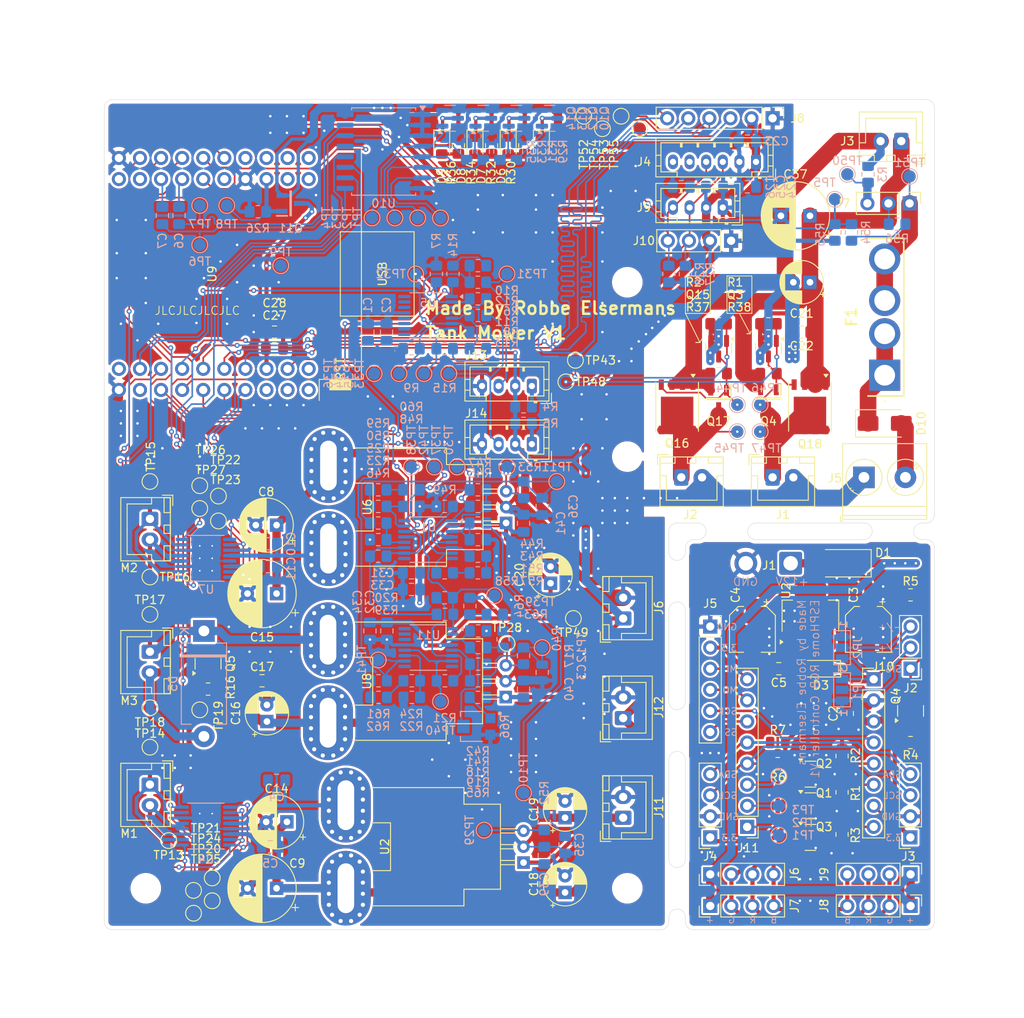
<source format=kicad_pcb>
(kicad_pcb (version 20240108) (generator "pcbnew") (generator_version "8.0")
  (title_block (title "Tank_Controller") (date "2024-10-31") (rev "V1"))
  (layers (0 "F.Cu" signal) (31 "B.Cu" signal) (34 "B.Paste" user) (35 "F.Paste" user) (36 "B.SilkS" user "B.Silkscreen") (37 "F.SilkS" user "F.Silkscreen") (38 "B.Mask" user) (39 "F.Mask" user) (44 "Edge.Cuts" user))
  (net 0 "")
  (net 1 "VCC")
  (net 2 "GND")
  (net 3 "/motor_control/current_signal_converter/RAM_CURRENT_MOWER")
  (net 4 "Net-(U4-VCP)")
  (net 5 "Net-(U4-VINT)")
  (net 6 "VCC_MOTOR_TRACK")
  (net 7 "Net-(U7-VCP)")
  (net 8 "Net-(U7-VINT)")
  (net 9 "VCC_MOTOR_MOWER")
  (net 10 "+BATT")
  (net 11 "/motor_control/current_signal_converter/RAW_CURRENT_TRACK_1")
  (net 12 "/motor_control/current_signal_converter/RAW_CURRENT_TRACK_2")
  (net 13 "Net-(D5-K)")
  (net 14 "Net-(D5-A)")
  (net 15 "Net-(D6-K)")
  (net 16 "Net-(D6-A)")
  (net 17 "Net-(D7-K)")
  (net 18 "Net-(D7-A)")
  (net 19 "Net-(D8-A)")
  (net 20 "Net-(D8-K)")
  (net 21 "Net-(D9-A)")
  (net 22 "Net-(D9-K)")
  (net 23 "Net-(D10-A)")
  (net 24 "Net-(D10-K)")
  (net 25 "Net-(J1-Pin_1)")
  (net 26 "Net-(J2-Pin_1)")
  (net 29 "DISPLAY_SCL")
  (net 30 "DISPLAY_SDA")
  (net 31 "Net-(J7-Pin_3)")
  (net 32 "BMS_VCC")
  (net 33 "SCK")
  (net 34 "SS")
  (net 35 "MOSI")
  (net 36 "MISO")
  (net 37 "Net-(M1--)")
  (net 38 "Net-(M1-+)")
  (net 39 "Net-(M2--)")
  (net 40 "Net-(M2-+)")
  (net 41 "Net-(J13-Pin_3)")
  (net 42 "Net-(J13-Pin_1)")
  (net 43 "Net-(J14-Pin_3)")
  (net 44 "Net-(J14-Pin_1)")
  (net 45 "VCC_MOTOR_MOWER_EN")
  (net 46 "Net-(Q18-G)")
  (net 47 "MOTOR_MOWER_EN")
  (net 48 "LED_1")
  (net 49 "Net-(Q11-G)")
  (net 50 "Net-(Q11-D)")
  (net 51 "LED_2")
  (net 52 "LED_3")
  (net 53 "LED_4")
  (net 54 "VCC_MOTOR_TRACK_EN")
  (net 55 "Net-(Q15-D)")
  (net 56 "/motor_control/encoder/1_minus")
  (net 57 "/motor_control/encoder/2_minus")
  (net 58 "/motor_control/encoder/1_plus")
  (net 59 "/motor_control/encoder/2_plus")
  (net 60 "Net-(R12-Pad2)")
  (net 61 "Net-(R13-Pad2)")
  (net 62 "ENCODER_1")
  (net 63 "ENCODER_2")
  (net 64 "Net-(U8-VIOUT)")
  (net 65 "/motor_control/current_signal_converter/6_plus")
  (net 66 "/motor_control/current_signal_converter/6_minus")
  (net 67 "/motor_control/current_signal_converter/5_minus")
  (net 68 "/motor_control/current_signal_converter/6_out")
  (net 69 "/motor_control/current_signal_converter/7_minus")
  (net 70 "/motor_control/current_signal_converter/3_plus")
  (net 71 "Net-(R24-Pad2)")
  (net 72 "/motor_control/current_signal_converter/3_minus")
  (net 73 "Net-(R40-Pad2)")
  (net 74 "Net-(R40-Pad1)")
  (net 75 "/motor_control/current_signal_converter/5_plus")
  (net 76 "/motor_control/current_signal_converter/1_plus")
  (net 77 "/motor_control/current_signal_converter/1_minus")
  (net 78 "/motor_control/current_signal_converter/3_out")
  (net 79 "/motor_control/current_signal_converter/1_out")
  (net 80 "/motor_control/current_signal_converter/4_minus")
  (net 81 "/motor_control/current_signal_converter/2_minus")
  (net 82 "Net-(R50-Pad2)")
  (net 83 "Net-(R51-Pad2)")
  (net 84 "Net-(U2-VIOUT)")
  (net 85 "Net-(U6-VIOUT)")
  (net 86 "BATTERY_VOLTAGE_SCALED")
  (net 87 "Net-(R54-Pad1)")
  (net 88 "Net-(R57-Pad2)")
  (net 89 "MOTOR_TRACK_1_CURRENT")
  (net 90 "Net-(R59-Pad2)")
  (net 91 "MOTOR_TRACK_2_CURRENT")
  (net 92 "Net-(R61-Pad2)")
  (net 93 "MOTOR_MOWER_CURRENT")
  (net 94 "Net-(R63-Pad1)")
  (net 95 "MOTOR_TRACK_1_1")
  (net 96 "MOTOR_TRACK_1_2")
  (net 97 "MOTOR_TRACK_2_1")
  (net 98 "MOTOR_TRACK_2_2")
  (net 99 "MOTOR_TRACK_1_FAULT")
  (net 100 "MOTOR_TRACK_1_EN")
  (net 101 "MOTOR_TRACK_2_EN")
  (net 102 "MOTOR_TRACK_2_FAULT")
  (net 133 "Net-(U6-IP-)")
  (net 134 "Net-(U2-IP+)")
  (net 135 "Net-(U9-IO_21{slash}D2{slash}SDA)")
  (net 136 "Net-(U9-IO_22{slash}D1{slash}SCL)")
  (net 137 "IO-EXTENDER_INTERUPT")
  (net 138 "Net-(R65-Pad2)")
  (footprint "Connector_JST:JST_PH_B4B-PH-K_1x04_P2.00mm_Vertical" (layer "F.Cu") (at 141.238 79.204 180)
    (property "Reference" "J13")
    (property "Value" "GP1S094HCZ0F")
  )
  (footprint "TestPoint:TestPoint_Pad_D1.5mm" (layer "F.Cu") (at 149.738 48.204)
    (property "Reference" "TP54")
    (property "Value" "TestPoint")
  )
  (footprint "Connector_JST:JST_XH_B2B-XH-A_1x02_P2.50mm_Vertical" (layer "F.Cu") (at 95.238 111.204 -90)
    (property "Reference" "M3")
    (property "Value" "Motor_DC")
  )
  (footprint "" (layer "F.Cu") (at 186.238 96.704 90)
    (property "Reference" "")
    (property "Value" "")
  )
  (footprint "" (layer "F.Cu") (at 158.738 120.704 180)
    (property "Reference" "")
    (property "Value" "")
  )
  (footprint "Capacitor_SMD:CP_Elec_5x5.4" (layer "F.Cu") (at 167.808 108.514 -90)
    (property "Reference" "C4")
    (property "Value" "10µ")
  )
  (footprint "Diode_SMD:D_SMA" (layer "F.Cu") (at 183.738 83.704)
    (property "Reference" "D10")
    (property "Value" "D_Schottky")
  )
  (footprint "Capacitor_THT:CP_Radial_D5.0mm_P2.00mm" (layer "F.Cu") (at 109.326605 119.615395 90)
    (property "Reference" "C16")
    (property "Value" "10µ")
  )
  (footprint "Resistor_SMD:R_0805_2012Metric" (layer "F.Cu") (at 186.858 104.364)
    (property "Reference" "R5")
    (property "Value" "10k")
  )
  (footprint "Resistor_SMD:R_0805_2012Metric_Pad1.20x1.40mm_HandSolder" (layer "F.Cu") (at 144.388 50.229 -90)
    (property "Reference" "R30")
    (property "Value" "120")
  )
  (footprint "Package_TO_SOT_SMD:SOT-23" (layer "F.Cu") (at 186.858 118.334 90)
    (property "Reference" "Q4")
    (property "Value" "AO3400A")
  )
  (footprint "Capacitor_THT:CP_Radial_D8.0mm_P3.50mm" (layer "F.Cu") (at 110.488 139.704 180)
    (property "Reference" "C9")
    (property "Value" "407µ")
  )
  (footprint "Capacitor_THT:CP_Radial_D8.0mm_P3.50mm" (layer "F.Cu") (at 174.738 58.704 180)
    (property "Reference" "C37")
    (property "Value" "470µ")
  )
  (footprint "TestPoint:TestPoint_Pad_D1.5mm" (layer "F.Cu") (at 101.238 118.204)
    (property "Reference" "TP19")
    (property "Value" "TestPoint")
  )
  (footprint "Connector_JST:JST_XH_B2B-XH-A_1x02_P2.50mm_Vertical" (layer "F.Cu") (at 95.238 127.204 -90)
    (property "Reference" "M1")
    (property "Value" "Motor_DC")
  )
  (footprint "Resistor_SMD:R_0805_2012Metric_Pad1.20x1.40mm_HandSolder" (layer "F.Cu") (at 102.238 115.704)
    (property "Reference" "R16")
    (property "Value" "10k")
  )
  (footprint "Connector_JST:JST_XH_B2B-XH-A_1x02_P2.50mm_Vertical" (layer "F.Cu") (at 159.238 90.204)
    (property "Reference" "J2")
    (property "Value" "LM2596_modul_in")
  )
  (footprint "Connector_JST:JST_XH_B2B-XH-A_1x02_P2.50mm_Vertical" (layer "F.Cu") (at 152.238 131.204 90)
    (property "Reference" "J11")
    (property "Value" "LM2596_modul_out")
  )
  (footprint "TestPoint:TestPoint_Pad_D1.5mm" (layer "F.Cu") (at 102.738 141.204)
    (property "Reference" "TP20")
    (property "Value" "TestPoint")
  )
  (footprint "Capacitor_THT:CP_Radial_D5.0mm_P2.00mm" (layer "F.Cu") (at 174.738 66.704 180)
    (property "Reference" "C21")
    (property "Value" "10µ")
  )
  (footprint "Connector_PinHeader_2.54mm:PinHeader_1x08_P2.54mm_Vertical" (layer "F.Cu") (at 182.413 114.524)
    (property "Reference" "J10")
    (property "Value" "Conn_01x08")
  )
  (footprint "Resistor_SMD:R_0805_2012Metric_Pad1.20x1.40mm_HandSolder" (layer "F.Cu") (at 163.738 77.704)
    (property "Reference" "R37")
    (property "Value" "1M")
  )
  (footprint "SI-2323:SOT95P237X112-3N" (layer "F.Cu") (at 163.738 80.754 -90)
    (property "Reference" "Q17")
    (property "Value" "SI2323" (hide yes))
  )
  (footprint "" (layer "F.Cu") (at 164.738 96.704 90)
    (property "Reference" "")
    (property "Value" "")
  )
  (footprint "Package_SO:PowerPAK_SO-8_Single" (layer "F.Cu") (at 158.738 81.704 -90)
    (property "Reference" "Q16")
    (property "Value" "Si7141DP")
  )
  (footprint "Resistor_SMD:R_0805_2012Metric_Pad1.20x1.40mm_HandSolder" (layer "F.Cu") (at 163.738 71.704 180)
    (property "Reference" "R2")
    (property "Value" "10k")
  )
  (footprint "Connector_JST:JST_XH_B2B-XH-A_1x02_P2.50mm_Vertical" (layer "F.Cu") (at 170.238 90.204)
    (property "Reference" "J1")
    (property "Value" "LM2596_modul_in")
  )
  (footprint "" (layer "F.Cu") (at 158.738 102.704)
    (property "Reference" "")
    (property "Value" "")
  )
  (footprint "MountingHole:MountingHole_3.2mm_M3" (layer "F.Cu") (at 152.738 87.704)
    (property "Reference" "REF**" (hide yes))
    (property "Value" "MountingHole_3.2mm_M3")
  )
  (footprint "Sensor_Current:Allegro_CB_PFF" (layer "F.Cu") (at 138.088 116.6665 90)
    (property "Reference" "U8")
    (property "Value" "ACS758xCB-050B-PFF")
  )
  (footprint "LED_SMD:LED_0805_2012Metric_Pad1.15x1.40mm_HandSolder" (layer "F.Cu") (at 138.388 50.229 -90)
    (property "Reference" "D7")
    (property "Value" "LED")
  )
  (footprint "Connector_JST:JST_PH_B4B-PH-K_1x04_P2.00mm_Vertical" (layer "F.Cu") (at 164.238 57.704 180)
    (property "Reference" "J9")
    (property "Value" "SSD1306")
  )
  (footprint "" (layer "F.Cu") (at 158.738 119.204 180)
    (property "Reference" "")
    (property "Value" "")
  )
  (footprint "Sensor_Current:Allegro_CB_PFF" (layer "F.Cu") (at 140.238 136.604 90)
    (property "Reference" "U2")
    (property "Value" "ACS758xCB-050B-PFF")
  )
  (footprint "mccq-121:MCCQ121" (layer "F.Cu") (at 183.738 77.904 90)
    (property "Reference" "F1")
    (property "Value" "MCCQ-121" (hide yes))
  )
  (footprint "MountingHole:MountingHole_3.2mm_M3" (layer "F.Cu") (at 152.738 66.704)
    (property "Reference" "REF**" (hide yes))
    (property "Value" "MountingHole_3.2mm_M3")
  )
  (footprint "Package_TO_SOT_SMD:SOT-223-3_TabPin2" (layer "F.Cu") (at 174.793 106.904 90)
    (property "Reference" "U2")
    (property "Value" "AMS1117-5.0")
  )
  (footprint "Capacitor_SMD:C_0805_2012Metric" (layer "F.Cu") (at 179.238 118.654 90)
    (property "Reference" "C2")
    (property "Value" "10µ")
  )
  (footprint "" (layer "F.Cu") (at 163.238 96.704 90)
    (property "Reference" "")
    (property "Value" "")
  )
  (footprint "Package_TO_SOT_SMD:SOT-23" (layer "F.Cu") (at 174.793 133.574)
    (property "Reference" "Q3")
    (property "Value" "AO3400A")
  )
  (footprint "Resistor_SMD:R_0805_2012Metric" (layer "F.Cu") (at 170.856 124.684 180)
    (property "Reference" "R6")
    (property "Value" "4k7")
  )
  (footprint "Package_TO_SOT_SMD:SOT-23" (layer "F.Cu") (at 169.738 74.704 -90)
    (property "Reference" "Q3")
    (property "Value" "2N7002")
  )
  (footprint "TestPoint:TestPoint_Pad_D1.5mm" (layer "F.Cu") (at 102.738 138.454)
    (property "Reference" "TP21")
    (property "Value" "TestPoint")
  )
  (footprint "Connector_JST:JST_XH_B2B-XH-A_1x02_P2.50mm_Vertical" (layer "F.Cu") (at 152.238 107.204 90)
    (property "Reference" "J6")
    (property "Value" "LM2596_modul_out")
  )
  (footprint "TestPoint:TestPoint_Pad_D1.5mm" (layer "F.Cu") (at 95.238 90.704)
    (property "Reference" "TP15")
    (property "Value" "TestPoint")
  )
  (footprint "Package_TO_SOT_SMD:SOT-23" (layer "F.Cu") (at 174.793 129.764)
    (property "Reference" "Q1")
    (property "Value" "AO3400A")
  )
  (footprint "TestPoint:TestPoint_Pad_D1.5mm" (layer "F.Cu") (at 103.488 92.454)
    (property "Reference" "TP22")
    (property "Value" "TestPoint")
  )
  (footprint "Capacitor_SMD:C_0805_2012Metric_Pad1.18x1.45mm_HandSolder" (layer "F.Cu") (at 173.738 72.704 180)
    (property "Reference" "C22")
    (property "Value" "10µ")
  )
  (footprint "Connector_JST:JST_PH_B4B-PH-K_1x04_P2.00mm_Vertical" (layer "F.Cu") (at 141.238 86.204 180)
    (property "Reference" "J14")
    (property "Value" "GP1S094HCZ0F")
  )
  (footprint "SI-2323:SOT95P237X112-3N" (layer "F.Cu") (at 169.738 80.704 -90)
    (property "Reference" "Q4")
    (property "Value" "SI2323" (hide yes))
  )
  (footprint "Resistor_SMD:R_0805_2012Metric_Pad1.20x1.40mm_HandSolder" (layer "F.Cu") (at 140.388 50.229 -90)
    (property "Reference" "R32")
    (property "Value" "120")
  )
  (footprint "TerminalBlock_Phoenix:TerminalBlock_Phoenix_PT-1,5-2-5.0-H_1x02_P5.00mm_Horizontal" (layer "F.Cu") (at 181.238 90.204)
    (property "Reference" "J5")
    (property "Value" "BMS_input")
  )
  (footprint "Connector_PinHeader_2.54mm:PinHeader_1x08_P2.54mm_Vertical" (layer "F.Cu") (at 167.173 132.304 180)
    (property "Reference" "J11")
    (property "Value" "Conn_01x08")
  )
  (footprint "Resistor_SMD:R_0805_2012Metric_Pad1.20x1.40mm_HandSolder" (layer "F.Cu") (at 169.738 77.704)
    (property "Reference" "R38")
    (property "Value" "1M")
  )
  (footprint "TestPoint:TestPoint_Pad_D1.5mm" (layer "F.Cu") (at 147.488 46.704)
    (property "Reference" "TP52")
    (property "Value" "TestPoint")
  )
  (footprint "Resistor_SMD:R_0805_2012Metric_Pad1.20x1.40mm_HandSolder" (layer "F.Cu") (at 132.388 50.229 -90)
    (property "Reference" "R36")
    (property "Value" "120")
  )
  (footprint "Capacitor_THT:CP_Radial_D5.0mm_P2.00mm" (layer "F.Cu") (at 145.238 131.204 90)
    (property "Reference" "C19")
    (property "Value" "10µ")
  )
  (footprint "Connector_PinHeader_2.54mm:PinHeader_1x04_P2.54mm_Vertical" (layer "F.Cu") (at 165.238 61.704 -90)
    (property "Reference" "J10")
    (property "Value" "I2C_Extender")
  )
  (footprint "Connector_PinHeader_2.54mm:PinHeader_1x04_P2.54mm_Vertical" (layer "F.Cu") (at 186.858 141.829 -90)
    (property "Reference" "J8")
    (property "Value" "Conn_01x04")
  )
  (footprint "TestPoint:TestPoint_Pad_D1.5mm" (layer "F.Cu") (at 101.238 91.204)
    (property "Reference" "TP26")
    (property "Value" "TestPoint")
  )
  (footprint "Resistor_SMD:R_0805_2012Metric_Pad1.20x1.40mm_HandSolder" (layer "F.Cu") (at 169.738 71.704 180)
    (property "Reference" "R1")
    (property "Value" "10k")
  )
  (footprint "Connector_PinHeader_2.54mm:PinHeader_1x04_P2.54mm_Vertical" (layer "F.Cu") (at 162.728 138.019 90)
    (property "Reference" "J6")
    (property "Value" "Conn_01x04")
  )
  (footprint "TestPoint:TestPoint_Pad_D1.5mm" (layer "F.Cu") (at 97.488 133.954)
    (property "Reference" "TP13")
    (property "Value" "TestPoint")
  )
  (footprint "Resistor_SMD:R_0805_2012Metric" (layer "F.Cu") (at 178.603 123.7715 90)
    (property "Reference" "R2")
    (property "Value" "100k")
  )
  (footprint "TestPoint:TestPoint_Pad_D1.5mm" (layer "F.Cu") (at 95.238 106.704)
    (property "Reference" "TP17")
    (property "Value" "TestPoint")
  )
  (footprint "Connector_JST:JST_PH_B6B-PH-K_1x06_P2.00mm_Vertical" (layer "F.Cu") (at 168.238 52.204 180)
    (property "Reference" "J4")
    (property "Value" "BMP280_Module")
  )
  (footprint "Capacitor_SMD:CP_Elec_5x5.4" (layer "F.Cu") (at 181.778 108.514 -90)
    (property "Reference" "C3")
    (property "Value" "10µ")
  )
  (footprint "Capacitor_SMD:C_0805_2012Metric_Pad1.18x1.45mm_HandSolder" (layer "F.Cu") (at 110.238 72.704)
    (property "Reference" "C28")
    (property "Value" "10n")
  )
  (footprint "Connector_JST:JST_XH_B2B-XH-A_1x02_P2.50mm_Vertical" (layer "F.Cu") (at 185.738 49.704 180)
    (property "Reference" "J3")
    (property "Value" "LM2596_modul_in")
  )
  (footprint "Resistor_SMD:R_0805_2012Metric" (layer "F.Cu") (at 186.858 122.144)
    (property "Reference" "R4")
    (property "Value" "10k")
  )
  (footprint "Diode_SMD:D_SMA" (layer "F.Cu") (at 178.603 100.554 180)
    (property "Reference" "D1")
    (property "Value" "1N4009")
  )
  (footprint "ESP32 D1 Mini:esp32-wemos-d1-mini" (layer "F.Cu") (at 102.928 65.704 90)
    (property "Reference" "U9")
    (property "Value" "esp32-wemos-d1-mini")
  )
  (footprint "" (layer "F.Cu") (at 158.738 101.204)
    (property "Reference" "")
    (property "Value" "")
  )
  (footprint "TestPoint:TestPoint_Pad_D1.5mm" (layer "F.Cu") (at 145.338 78.704)
    (property "Reference" "TP48")
    (property "Value" "TestPoint")
  )
  (footprint "Connector_PinHeader_2.54mm:PinHeader_1x03_P2.54mm_Vertical" (layer "F.Cu") (at 186.738 57.204 -90)
    (property "Reference" "J7")
    (property "Value" "On/Off_toggle")
  )
  (footprint "Capacitor_THT:CP_Radial_D8.0mm_P3.50mm" (layer "F.Cu") (at 110.488 104.204 180)
    (property "Reference" "C15")
    (property "Value" "407µ")
  )
  (footprint "" (layer "F.Cu") (at 184.738 96.704 90)
    (property "Reference" "")
    (property "Value" "")
  )
  (footprint "" (layer "F.Cu") (at 158.738 139.704)
    (property "Reference" "")
    (property "Value" "")
  )
  (footprint "" (layer "F.Cu") (at 158.738 138.204)
    (property "Reference" "")
    (property "Value" "")
  )
  (footprint "Capacitor_THT:CP_Radial_D5.0mm_P2.00mm" (layer "F.Cu") (at 145.238 140.204 90)
    (property "Reference" "C18")
    (property "Value" "10µ")
  )
  (footprint "Connector_Wire:SolderWire-1sqmm_1x02_P5.4mm_D1.4mm_OD2.7mm" (layer "F.Cu") (at 172.413 100.554 180)
    (property "Reference" "J1")
    (property "Value" "Jack-DC")
  )
  (footprint "" (layer "F.Cu") (at 158.738 104.204)
    (property "Reference" "")
    (property "Value" "")
  )
  (footprint "TestPoint:TestPoint_Pad_D1.5mm" (layer "F.Cu") (at 146.238 107.204)
    (property "Reference" "TP49")
    (property "Value" "TestPoint")
  )
  (footprint "" (layer "F.Cu") (at 183.238 96.704 90)
    (property "Reference" "")
    (property "Value" "")
  )
  (footprint "MountingHole:MountingHole_3.2mm_M3" (layer "F.Cu") (at 152.738 139.704)
    (property "Reference" "REF**" (hide yes))
    (property "Value" "MountingHole_3.2mm_M3")
  )
  (footprint "Capacitor_SMD:C_0805_2012Metric_Pad1.18x1.45mm_HandSolder" (layer "F.Cu") (at 110.238 74.704)
    (property "Reference" "C27")
    (property "Value" "10µ")
  )
  (footprint "Connector_PinHeader_2.54mm:PinHeader_1x06_P2.54mm_Vertical" (layer "F.Cu") (at 170.238 46.954 -90)
    (property "Reference" "J8")
    (property "Value" "SPI_Connector")
  )
  (footprint "TestPoint:TestPoint_Pad_D1.5mm" (layer "F.Cu") (at 95.238 117.954)
    (property "Reference" "TP18")
    (property "Value" "TestPoint")
  )
  (footprint "" (layer "F.Cu") (at 158.738 122.204 180)
    (property "Reference" "")
    (property "Value" "")
  )
  (footprint "Capacitor_SMD:C_0805_2012Metric" (layer "F.Cu") (at 170.983 113.254 180)
    (property "Reference" "C5")
    (property "Value" "10n")
  )
  (footprint "Connector_PinSocket_2.54mm:PinSocket_1x04_P2.54mm_Vertical" (layer "F.Cu") (at 162.728 133.574 180)
    (property "Reference" "J4")
    (property "Value" "AHT10_module")
  )
  (footprint "TestPoint:TestPoint_Pad_D1.5mm" (layer "F.Cu") (at 154.238 48.204)
    (property "Reference" "TP55")
    (property "Value" "TestPoint")
  )
  (footprint "LED_SMD:LED_0805_2012Metric_Pad1.15x1.40mm_HandSolder" (layer "F.Cu") (at 134.388 50.254 -90)
    (property "Reference" "D8")
    (property "Value" "LED")
  )
  (footprint "Connector_PinHeader_2.54mm:PinHeader_1x04_P2.54mm_Vertical" (layer "F.Cu") (at 162.728 141.829 90)
    (property "Reference" "J7")
    (property "Value" "Conn_01x04")
  )
  (footprint "Resistor_SMD:R_0805_2012Metric" (layer "F.Cu") (at 178.603 133.2165 -90)
    (property "Reference" "R3")
    (property "Value" "100k")
  )
  (footprint "Capacitor_THT:CP_Radial_D6.3mm_P2.50mm" (layer "F.Cu") (at 110.488 95.954 180)
    (property "Reference" "C8")
    (property "Value" "100µ")
  )
  (footprint "Connector_PinHeader_2.54mm:PinHeader_1x04_P2.54mm_Vertical" (layer "F.Cu") (at 186.858 138.019 -90)
    (property "Reference" "J9")
    (property "Value" "Conn_01x04")
  )
  (footprint "TestPoint:TestPoint_Pad_D1.5mm" (layer "F.Cu") (at 100.488 139.954)
    (property "Reference" "TP24")
    (property "Value" "TestPoint")
  )
  (footprint "Connector_JST:JST_XH_B2B-XH-A_1x02_P2.50mm_Vertical" (layer "F.Cu") (at 152.238 119.204 90)
    (property "Reference" "J12")
    (property "Value" "LM2596_modul_out")
  )
  (footprint "" (layer "F.Cu") (at 158.738 141.204)
    (property "Reference" "")
    (property "Value" "")
  )
  (footprint "TestPoint:TestPoint_Pad_D1.5mm" (layer "F.Cu") (at 101.238 93.954)
    (property "Reference" "TP27")
    (property "Value" "TestPoint")
  )
  (footprint "Sensor_Current:Allegro_CB_PFF" (layer "F.Cu") (at 138.138 95.694 90)
    (property "Reference" "U6")
    (property "Value" "ACS758xCB-050B-PFF")
  )
  (footprint "TestPoint:TestPoint_Pad_D1.5mm" (layer "F.Cu") (at 138.238 110.204)
    (property "Reference" "TP28")
    (property "Value" "TestPoint")
  )
  (footprint "TestPoint:TestPoint_Pad_D1.5mm" (layer "F.Cu") (at 95.238 122.704)
    (property "Reference" "TP14")
    (property "Value" "TestPoint")
  )
  (footprint "LED_SMD:LED_0805_2012Metric_Pad1.15x1.40mm_HandSolder" (layer "F.Cu") (at 130.388 50.229 -90)
    (property "Reference" "D9")
    (property "Value" "LED")
  )
  (footprint "Package_TO_SOT_SMD:SOT-23" (layer "F.Cu") (at 102.238 112.6415 90)
    (property "Reference" "Q5")
    (property "Value" "IRLML6244")
  )
  (footprint "Connector_PinSocket_2.54mm:PinSocket_1x06_P2.54mm_Vertical" (layer "F.Cu") (at 162.728 108.174)
    (property "Reference" "J5")
    (property "Value" "SPI_expansion")
  )
  (footprint "Capacitor_THT:CP_Radial_D6.3mm_P2.50mm" (layer "F.Cu") (at 111.738 131.704 180)
    (property "Reference" "C14")
    (property "Value" "100µ")
  )
  (footprint "MountingHole:MountingHole_3.2mm_M3" (layer "F.Cu") (at 94.738 139.704)
    (property "Reference" "REF**" (hide yes))
    (property "Value" "MountingHole_3.2mm_M3")
  )
  (footprint "Connector_PinHeader_2.54mm:PinHeader_1x03_P2.54mm_Vertical" (layer "F.Cu") (at 186.858 113.254 180)
    (property "Reference" "J2")
    (property "Value" "IR-receiver")
  )
  (footprint "Capacitor_SMD:C_0805_2012Metric_Pad1.18x1.45mm_HandSolder" (layer "F.Cu") (at 108.738 114.704)
    (property "Reference" "C17")
    (property "Value" "10µ")
  )
  (footprint "Package_TO_SOT_SMD:SOT-23" (layer "F.Cu") (at 174.793 125.954)
    (property "Reference" "Q2")
    (property "Value" "AO3400A")
  )
  (footprint "Capacitor_THT:CP_Radial_D5.0mm_P2.00mm" (layer "F.Cu") (at 143.488 102.954 90)
    (property "Reference" "C20")
    (property "Value" "10µ")
  )
  (footprint "LED_SMD:LED_0805_2012Metric_Pad1.15x1.40mm_HandSolder" (layer "F.Cu") (at 142.388 50.229 -90)
    (property "Reference" "D6")
    (property "Value" "LED")
  )
  (footprint "Resistor_SMD:R_0805_2012Metric" (layer "F.Cu") (at 170.856 122.144 180)
    (property "Reference" "R7")
    (property "Value" "4k7")
  )
  (footprint "TestPoint:TestPoint_Pad_D1.5mm" (layer "F.Cu") (at 95.238 102.204)
    (property "Reference" "TP16")
    (property "Value" "TestPoint")
  )
  (footprint "Diode_SMD:D_SOD-123" (layer "F.Cu") (at 176.063 113.254 180)
    (property "Reference" "D3")
    (property "Value" "1N4819")
  )
  (footprint "Resistor_SMD:R_0805_2012Metric_Pad1.20x1.40mm_HandSolder" (layer "F.Cu") (at 136.388 50.229 -90)
    (property "Reference" "R34")
    (property "Value" "120")
  )
  (footprint "Package_SO:PowerPAK_SO-8_Single" (layer "F.Cu") (at 174.738 81.704 -90)
    (property "Reference" "Q18")
    (property "Value" "Si7141DP")
  )
  (footprint "Connector_JST:JST_XH_B2B-XH-A_1x02_P2.50mm_Vertical" (layer "F.Cu") (at 95.238 95.204 -90)
    (property "Reference" "M2")
    (property "Value" "Motor_DC")
  )
  (footprint "TestPoint:TestPoint_Pad_D1.5mm" (layer "F.Cu") (at 151.988 46.704)
    (property "Reference" "TP53")
    (property "Value" "TestPoint")
  )
  (footprint "Connector_PinSocket_2.54mm:PinSocket_1x04_P2.54mm_Vertical" (layer "F.Cu") (at 186.833 133.574 180)
    (property "Reference" "J3")
    (property "Value" "I2C_expansion")
  )
  (footprint "TestPoint:TestPoint_Pad_D1.5mm" (layer "F.Cu") (at 146.488 76.104)
    (property "Reference" "TP43")
    (property "Value" "TestPoint")
  )
  (footprint "TestPoint:TestPoint_Pad_D1.5mm" (layer "F.Cu") (at 103.488 95.454)
    (property "Reference" "TP23")
    (property "Value" "TestPoint")
  )
  (footprint "" (layer "F.Cu") (at 166.238 96.704 90)
    (property "Reference" "")
    (property "Value" "")
  )
  (footprint "Resistor_SMD:R_0805_2012Metric" (layer "F.Cu") (at 178.603 128.1365 -90)
    (property "Reference" "R1")
    (property "Value" "100k")
  )
  (footprint "Package_TO_SOT_SMD:SOT-23" (layer "F.Cu") (at 163.738 74.704 -90)
    (property "Reference" "Q15")
    (property "Value" "2N7002")
  )
  (footprint "TestPoint:TestPoint_Pad_D1.5mm" (layer "F.Cu") (at 100.488 142.704)
    (property "Reference" "TP25")
    (property "Value" "TestPoint")
  )
  (footprint "TestPoint:TestPoint_Pad_D1.5mm" (layer "B.Cu") (at 144.238 90.704 180)
    (property "Reference" "TP11")
    (property "Value" "TestPoint")
  )
  (footprint "TestPoint:TestPoint_Pad_D1.5mm" (layer "B.Cu") (at 138.238 88.954 180)
    (property "Reference" "TP30")
    (property "Value" "TestPoint")
  )
  (footprint "Resistor_SMD:R_0805_2012Metric_Pad1.20x1.40mm_HandSolder" (layer "B.Cu") (at 122.738 99.704)
    (property "Reference" "R46")
    (property "Value" "1M")
  )
  (footprint "Resistor_SMD:R_0805_2012Metric_Pad1.20x1.40mm_HandSolder" (layer "B.Cu") (at 122.738 95.704)
    (property "Reference" "R25")
    (property "Value" "1M")
  )
  (footprint "Resistor_SMD:R_0805_2012Metric_Pad1.20x1.40mm_HandSolder" (layer "B.Cu") (at 140.238 83.704 180)
    (property "Reference" "R5")
    (property "Value" "120")
  )
  (footprint "TestPoint:TestPoint_Pad_D1.5mm" (layer "B.Cu") (at 127.488 58.954)
    (property "Reference" "TP2")
    (property "Value" "TestPoint")
  )
  (footprint "Resistor_SMD:R_0805_2012Metric_Pad1.20x1.40mm_HandSolder" (layer "B.Cu") (at 130.7755 114.704 180)
    (property "Reference" "R21")
    (property "Value" "1M")
  )
  (footprint "TestPoint:TestPoint_Pad_D1.5mm" (layer "B.Cu") (at 130.238 117.204 180)
    (property "Reference" "TP40")
    (property "Value" "TestPoint")
  )
  (footprint "Resistor_SMD:R_0805_2012Metric_Pad1.20x1.40mm_HandSolder" (layer "B.Cu") (at 130.7755 106.704 180)
    (property "Reference" "R39")
    (property "Value" "1M")
  )
  (footprint "Resistor_SMD:R_0805_2012Metric_Pad1.20x1.40mm_HandSolder" (layer "B.Cu") (at 140.238 91.704 90)
    (property "Reference" "R53")
    (property "Value" "3.3k")
  )
  (footprint "Resistor_SMD:R_0805_2012Metric_Pad1.20x1.40mm_HandSolder" (layer "B.Cu") (at 126.7755 116.704 180)
    (property "Reference" "R22")
    (property "Value" "10k")
  )
  (footprint "Resistor_SMD:R_0805_2012Metric_Pad1.20x1.40mm_HandSolder" (layer "B.Cu") (at 122.738 97.704)
    (property "Reference" "R23")
    (property "Value" "1M")
  )
  (footprint "TestPoint:TestPoint_Pad_D1.5mm" (layer "B.Cu") (at 135.488 132.704 180)
    (property "Reference" "TP29")
    (property "Value" "TestPoint")
  )
  (footprint "Capacitor_SMD:C_0805_2012Metric_Pad1.18x1.45mm_HandSolder" (layer "B.Cu") (at 96.738 58.6665 90)
    (property "Reference" "C7")
    (property "Value" "10n")
  )
  (footprint "Resistor_SMD:R_0805_2012Metric_Pad1.20x1.40mm_HandSolder" (layer "B.Cu") (at 134.738 95.704 180)
    (property "Reference" "R44")
    (property "Value" "1M")
  )
  (footprint "Resistor_SMD:R_0805_2012Metric_Pad1.20x1.40mm_HandSolder" (layer "B.Cu") (at 179.738 60.704 90)
    (property "Reference" "R54")
    (property "Value" "2.2M")
  )
  (footprint "Resistor_SMD:R_0805_2012Metric_Pad1.20x1.40mm_HandSolder" (layer "B.Cu") (at 134.7755 110.704 180)
    (property "Reference" "R41")
    (property "Value" "1M")
  )
  (footprint "Resistor_SMD:R_0805_2012Metric_Pad1.20x1.40mm_HandSolder" (layer "B.Cu") (at 134.738 91.704)
    (property "Reference" "R45")
    (property "Value" "1M")
  )
  (footprint "TestPoint:TestPoint_Pad_D1.5mm" (layer "B.Cu") (at 138.238 65.704 180)
    (property "Reference" "TP31")
    (property "Value" "TestPoint")
  )
  (footprint "Resistor_SMD:R_0805_2012Metric_Pad1.20x1.40mm_HandSolder" (layer "B.Cu") (at 134.7755 114.704 180)
    (property "Reference" "R19")
    (property "Value" "1M")
  )
  (footprint "Capacitor_SMD:C_0805_2012Metric_Pad1.18x1.45mm_HandSolder" (layer "B.Cu") (at 167.2005 49.704 180)
    (property "Reference" "C23")
    (property "Value" "10µ")
  )
  (footprint "Resistor_SMD:R_0805_2012Metric_Pad1.20x1.40mm_HandSolder" (layer "B.Cu") (at 130.738 104.704 180)
    (property "Reference" "R20")
    (property "Value" "1M")
  )
  (footprint "trim-pot:TRIM_TC33X-2-105E" (layer "B.Cu") (at 134.438 120.204 180)
    (property "Reference" "R66")
    (property "Value" "1M")
  )
  (footprint "TestPoint:TestPoint_Pad_D1.5mm" (layer "B.Cu") (at 125.238 77.704 180)
    (property "Reference" "TP34")
    (property "Value" "TestPoint")
  )
  (footprint "TestPoint:TestPoint_Pad_D1.5mm" (layer "B.Cu") (at 128.238 77.704 180)
    (property "Reference" "TP35")
    (property "Value" "TestPoint")
  )
  (footprint "Capacitor_SMD:C_0805_2012Metric_Pad1.18x1.45mm_HandSolder" (layer "B.Cu") (at 109.488 98.204)
    (property "Reference" "C10")
    (property "Value" "10n")
  )
  (footprint "TestPoint:TestPoint_Pad_D1.5mm" (layer "B.Cu") (at 136.738 104.454 180)
    (property "Reference" "TP39")
    (property "Value" "TestPoint")
  )
  (footprint "Package_TO_SOT_SMD:SOT-23" (layer "B.Cu") (at 139.388 46.954)
    (property "Reference" "Q12")
    (property "Value" "2N7002")
  )
  (footprint "Package_SO:HTSSOP-16-1EP_4.4x5mm_P0.65mm_EP3.4x5mm_Mask2.46x2.31mm_ThermalVias" (layer "B.Cu") (at 101.988 132.204)
    (property "Reference" "U4")
    (property "Value" "DRV8833PWP")
  )
  (footprint "TestPoint:TestPoint_Pad_D1.5mm" (layer "B.Cu") (at 142.488 110.704 180)
    (property "Reference" "TP12")
    (property "Value" "TestPoint")
  )
  (footprint "TestPoint:TestPoint_Pad_D1.5mm" (layer "B.Cu") (at 126.738 88.954 180)
    (property "Reference" "TP38")
    (property "Value" "TestPoint")
  )
  (footprint "TestPoint:TestPoint_Pad_D1.5mm" (layer "B.Cu") (at 132.238 88.954 180)
    (property "Reference" "TP37")
    (property "Value" "TestPoint")
  )
  (footprint "Package_TO_SOT_SMD:SOT-23" (layer "B.Cu") (at 131.388 46.954)
    (property "Reference" "Q14")
    (property "Value" "2N7002")
  )
  (footprint "Resistor_SMD:R_0805_2012Metric_Pad1.20x1.40mm_HandSolder" (layer "B.Cu") (at 134.738 68.704 180)
    (property "Reference" "R6")
    (property "Value" "1M")
  )
  (footprint "TestPoint:TestPoint_Pad_D1.5mm" (layer "B.Cu") (at 124.738 58.954)
    (property "Reference" "TP3")
    (property "Value" "TestPoint")
  )
  (footprint "Resistor_SMD:R_0805_2012Metric_Pad1.20x1.40mm_HandSolder" (layer "B.Cu") (at 122.738 91.704)
    (property "Reference" "R59")
    (property "Value" "12k")
  )
  (footprint "TestPoint:TestPoint_Pad_D1.5mm" (layer "B.Cu") (at 129.488 88.954 180)
    (property "Reference" "TP42")
    (property "Value" "TestPoint")
  )
  (footprint "TestPoint:TestPoint_Pad_D1.5mm" (layer "B.Cu") (at 170.983 129.764)
    (property "Reference" "TP2")
    (property "Value" "TestPoint")
  )
  (footprint "Resistor_SMD:R_0805_2012Metric_Pad1.20x1.40mm_HandSolder" (layer "B.Cu") (at 134.738 66.704 180)
    (property "Reference" "R10")
    (property "Value" "100k")
  )
  (footprint "Jumper:SolderJumper-3_P1.3mm_Open_Pad1.0x1.5mm_NumberLabels" (layer "B.Cu") (at 178.603 115.794 90)
    (property "Reference" "JP1")
    (property "Value" "Jumper_3_Open")
  )
  (footprint "Resistor_SMD:R_0805_2012Metric_Pad1.20x1.40mm_HandSolder" (layer "B.Cu") (at 131.738 65.704 -90)
    (property "Reference" "R14")
    (property "Value" "100k")
  )
  (footprint "Resistor_SMD:R_0805_2012Metric_Pad1.20x1.40mm_HandSolder" (layer "B.Cu") (at 129.738 65.704 90)
    (property "Reference" "R7")
    (property "Value" "1M")
  )
  (footprint "Capacitor_SMD:C_0805_2012Metric" (layer "B.Cu") (at 142.488 113.704 -90)
    (property "Reference" "C3")
    (property "Value" "1µ")
  )
  (footprint "Diode_THT:D_DO-201_P12.70mm_Horizontal" (layer "B.Cu") (at 101.738 108.704 -90)
    (property "Reference" "D5")
    (property "Value" "D")
  )
  (footprint "Resistor_SMD:R_0805_2012Metric_Pad1.20x1.40mm_HandSolder" (layer "B.Cu") (at 126.738 93.704)
    (property "Reference" "R48")
    (property "Value" "10k")
  )
  (footprint "Capacitor_SMD:C_0805_2012Metric_Pad1.18x1.45mm_HandSolder" (layer "B.Cu") (at 167.2005 55.204 180)
    (property "Reference" "C24")
    (property "Value" "10n")
  )
  (footprint "Resistor_SMD:R_0805_2012Metric_Pad1.20x1.40mm_HandSolder" (layer "B.Cu") (at 134.738 97.704 180)
    (property "Reference" "R43")
    (property "Value" "1M")
  )
  (footprint "Capacitor_SMD:C_0805_2012Metric_Pad1.18x1.45mm_HandSolder" (layer "B.Cu") (at 121.488 72.7165 90)
    (property "Reference" "C1")
    (property "Value" "10n")
  )
  (footprint "TestPoint:TestPoint_Pad_D1.5mm" (layer "B.Cu") (at 177.738 56.704 180)
    (property "Reference" "TP5")
    (property "Value" "TestPoint")
  )
  (footprint "TestPoint:TestPoint_Pad_D1.5mm" (layer "B.Cu") (at 170.983 133.314)
    (property "Reference" "TP1")
    (property "Value" "TestPoint")
  )
  (footprint "Package_SO:TSSOP-16_4.4x5mm_P0.65mm" (layer "B.Cu") (at 128.7755 110.704 180)
    (property "Reference" "U11")
    (property "Value" "TLV2775AIN")
  )
  (footprint "Resistor_SMD:R_0805_2012Metric_Pad1.20x1.40mm_HandSolder" (layer "B.Cu") (at 134.738 74.704)
    (property "Reference" "R13")
    (property "Value" "100k")
  )
  (footprint "Resistor_SMD:R_0805_2012Metric_Pad1.20x1.40mm_HandSolder" (layer "B.Cu") (at 181.738 53.704 -90)
    (property "Reference" "R3")
    (property "Value" "1M")
  )
  (footprint "TestPoint:TestPoint_Pad_D1.5mm" (layer "B.Cu") (at 170.983 126.214)
    (property "Reference" "TP3")
    (property "Value" "TestPoint")
  )
  (footprint "Capacitor_SMD:C_0805_2012Metric_Pad1.18x1.45mm_HandSolder" (layer "B.Cu") (at 142.488 93.704 -90)
    (property "Reference" "C36")
    (property "Value" "1µ")
  )
  (footprint "Package_SO:TSSOP-16_4.4x5mm_P0.65mm" (layer "B.Cu") (at 128.738 70.704 180)
    (property "Reference" "U5")
    (property "Value" "TLV2775AIN")
  )
  (footprint "Resistor_SMD:R_0805_2012Metric_Pad1.20x1.40mm_HandSolder" (layer "B.Cu") (at 122.7755 116.704 180)
    (property "Reference" "R61")
    (property "Value" "12k")
  )
  (footprint "Capacitor_SMD:C_0805_2012Metric_Pad1.18x1.45mm_HandSolder" (layer "B.Cu") (at 121.738 108.704 -90)
    (property "Reference" "C34")
    (property "Value" "10µ")
  )
  (footprint "TestPoint:TestPoint_Pad_D1.5mm" (layer "B.Cu") (at 186.738 53.954 180)
    (property "Reference" "TP51")
    (property "Value" "TestPoint")
  )
  (footprint "Resistor_SMD:R_0805_2012Metric_Pad1.20x1.40mm_HandSolder" (layer "B.Cu") (at 134.738 93.704 180)
    (property "Reference" "R47")
    (property "Value" "1M")
  )
  (footprint "Capacitor_SMD:C_0805_2012Metric_Pad1.18x1.45mm_HandSolder" (layer "B.Cu") (at 159.238 55.204 180)
    (property "Reference" "C26")
    (property "Value" "10n")
  )
  (footprint "Resistor_SMD:R_0805_2012Metric_Pad1.20x1.40mm_HandSolder" (layer "B.Cu") (at 126.7755 114.704 180)
    (property "Reference" "R24")
    (property "Value" "68k")
  )
  (footprint "Capacitor_SMD:C_0805_2012Metric_Pad1.18x1.45mm_HandSolder" (layer "B.Cu") (at 140.238 115.704 90)
    (property "Reference" "C40")
    (property "Value" "10µ")
  )
  (footprint "Resistor_SMD:R_0805_2012Metric_Pad1.20x1.40mm_HandSolder" (layer "B.Cu") (at 159.738 65.704 90)
    (property "Reference" "R27")
    (property "Value" "4k7")
  )
  (footprint "TestPoint:TestPoint_Pad_D1.5mm" (layer "B.Cu") (at 101.238 57.454 180)
    (property "Reference" "TP7")
    (property "Value" "TestPoint")
  )
  (footprint "Resistor_SMD:R_0805_2012Metric_Pad1.20x1.40mm_HandSolder" (layer "B.Cu") (at 134.738 116.704 180)
    (property "Reference" "R65")
    (property "Value" "15k")
  )
  (footprint "Package_SO:TSSOP-16_4.4x5mm_P0.65mm" (layer "B.Cu") (at 128.738 97.704 180)
    (property "Reference" "U1")
    (property "Value" "TLV2775AIN")
  )
  (footprint "Capacitor_SMD:C_0805_2012Metric_Pad1.18x1.45mm_HandSolder" (layer "B.Cu") (at 142.738 135.7415 90)
    (property "Reference" "C39")
    (property "Value" "10µ")
  )
  (footprint "Resistor_SMD:R_0805_2012Metric_Pad1.20x1.40mm_HandSolder" (layer "B.Cu") (at 137.7755 109.704 -90)
    (property "Reference" "R40")
    (property "Value" "100k")
  )
  (footprint "Resistor_SMD:R_0805_2012Metric_Pad1.20x1.40mm_HandSolder" (layer "B.Cu") (at 134.738 64.704)
    (property "Reference" "R12")
    (property "Value" "100k")
  )
  (footprint "Resistor_SMD:R_0805_2012Metric_Pad1.20x1.40mm_HandSolder" (layer "B.Cu") (at 126.738 74.704 180)
    (property "Reference" "R9")
    (property "Value" "1M")
  )
  (footprint "Resistor_SMD:R_0805_2012Metric_Pad1.20x1.40mm_HandSolder" (layer "B.Cu") (at 122.7755 114.704)
    (property "Reference" "R62")
    (property "Value" "10k")
  )
  (footprint "Resistor_SMD:R_0805_2012Metric_Pad1.20x1.40mm_HandSolder" (layer "B.Cu") (at 135.388 50.954 90)
    (property "Reference" "R33")
    (property "Value" "10M")
  )
  (footprint "Capacitor_SMD:C_0805_2012Metric_Pad1.18x1.45mm_HandSolder" (layer "B.Cu") (at 126.738 101.704 180)
    (property "Reference" "C31")
    (property "Value" "10n")
  )
  (footprint "TestPoint:TestPoint_Pad_D1.5mm" (layer "B.Cu") (at 110.988 64.704 180)
    (property "Reference" "TP9")
    (property "Value" "TestPoint")
  )
  (footprint "Resistor_SMD:R_0805_2012Metric_Pad1.20x1.40mm_HandSolder" (layer "B.Cu") (at 130.738 101.704 180)
    (property "Reference" "R58")
    (property "Value" "10k")
  )
  (footprint "Resistor_SMD:R_0805_2012Metric_Pad1.20x1.40mm_HandSolder" (layer "B.Cu") (at 108.238 58.204 180)
    (property "Reference" "R26")
    (property "Value" "R")
  )
  (footprint "TestPoint:TestPoint_Pad_D1.5mm" (layer "B.Cu") (at 121.988 58.954)
    (property "Reference" "TP4")
    (property "Value" "TestPoint")
  )
  (footprint "TestPoint:TestPoint_Pad_D1.5mm" (layer "B.Cu") (at 165.988 81.454 180)
    (property "Reference" "TP44")
    (property "Value" "TestPoint")
  )
  (footprint "TestPoint:TestPoint_Pad_D1.5mm" (layer "B.Cu") (at 131.238 77.704 180)
    (property "Reference" "TP33")
    (property "Value" "TestPoint")
  )
  (footprint "Capacitor_SMD:C_0805_2012Metric_Pad1.18x1.45mm_HandSolder" (layer "B.Cu") (at 123.7755 108.704 -90)
    (property "Reference" "C32")
    (property "Value" "10n")
  )
  (footprint "Capacitor_SMD:C_0805_2012Metric_Pad1.18x1.45mm_HandSolder" (layer "B.Cu") (at 98.738 58.6665 90)
    (property "Reference" "C6")
    (property "Value" "10n")
  )
  (footprint "Resistor_SMD:R_0805_2012Metric_Pad1.20x1.40mm_HandSolder" (layer "B.Cu") (at 130.738 93.704 180)
    (property "Reference" "R49")
    (property "Value" "10k")
  )
  (footprint "Resistor_SMD:R_0805_2012Metric_Pad1.20x1.40mm_HandSolder" (layer "B.Cu") (at 136.7755 106.704)
    (property "Reference" "R63")
    (property "Value" "100k")
  )
  (footprint "Resistor_SMD:R_0805_2012Metric_Pad1.20x1.40mm_HandSolder" (layer "B.Cu") (at 134.738 72.704 180)
    (property "Reference" "R8")
    (property "Value" "1M")
  )
  (footprint "Resistor_SMD:R_0805_2012Metric_Pad1.20x1.40mm_HandSolder" (layer "B.Cu") (at 134.738 101.704 180)
    (property "Reference" "R57")
    (property "Value" "12k")
  )
  (footprint "TestPoint:TestPoint_Pad_D1.5mm" (layer "B.Cu") (at 179.238 53.704 180)
    (property "Reference" "TP50")
    (property "Value" "TestPoint")
  )
  (footprint "Resistor_SMD:R_0805_2012Metric_Pad1.20x1.40mm_HandSolder" (layer "B.Cu") (at 133.388 50.954 90)
    (property "Reference" "R35")
    (property "Value" "10M")
  )
  (footprint "Jumper:SolderJumper-3_P1.3mm_Open_Pad1.0x1.5mm_NumberLabels" (layer "B.Cu") (at 178.603 110.714 -90)
    (property "Reference" "JP2")
    (property "Value" "Jumper_3_Open")
  )
  (footprint "Resistor_SMD:R_0805_2012Metric_Pad1.20x1.40mm_HandSolder" (layer "B.Cu") (at 137.388 50.954 90)
    (property "Reference" "R31")
    (property "Value" "10M")
  )
  (footprint "Resistor_SMD:R_0805_2012Metric_Pad1.20x1.40mm_HandSolder" (layer "B.Cu") (at 142.738 131.704 90)
    (property "Reference" "R52")
    (property "Value" "3.3k")
  )
  (footprint "Resistor_SMD:R_0805_2012Metric_Pad1.20x1.40mm_HandSolder" (layer "B.Cu") (at 134.7755 112.704 180)
    (property "Reference" "R18")
    (property "Value" "1M")
  )
  (footprint "Package_SO:HTSSOP-16-1EP_4.4x5mm_P0.65mm_EP3.4x5mm_Mask2.46x2.31mm_ThermalVias" (layer "B.Cu") (at 101.988 99.954)
    (property "Reference" "U7")
    (property "Value" "DRV8833PWP")
  )
  (footprint "Capacitor_SMD:C_0805_2012Metric_Pad1.18x1.45mm_HandSolder" (layer "B.Cu") (at 126.738 103.704 180)
    (property "Reference" "C33")
    (property "Value" "10µ")
  )
  (footprint "Resistor_SMD:R_0805_2012Metric_Pad1.20x1.40mm_HandSolder" (layer "B.Cu") (at 140.238 111.704 90)
    (property "Reference" "R17")
    (property "Value" "3.3k")
  )
  (footprint "Resistor_SMD:R_0805_2012Metric_Pad1.20x1.40mm_HandSolder" (layer "B.Cu") (at 130.738 74.704 180)
    (property "Reference" "R15")
    (property "Value" "100k")
  )
  (footprint "Resistor_SMD:R_0805_2012Metric_Pad1.20x1.40mm_HandSolder" (layer "B.Cu") (at 126.738 91.704)
    (property "Reference" "R60")
    (property "Value" "10k")
  )
  (footprint "Package_TO_SOT_SMD:SOT-23" (layer "B.Cu") (at 135.388 46.954)
    (property "Reference" "Q13")
    (property "Value" "2N7002")
  )
  (footprint "Resistor_SMD:R_0805_2012Metric_Pad1.20x1.40mm_HandSolder" (layer "B.Cu") (at 134.738 70.704 180)
    (property "Reference" "R11")
    (property "Value" "100k")
  )
  (footprint "TestPoint:TestPoint_Pad_D1.5mm" (layer "B.Cu") (at 168.738 81.454 180)
    (property "Reference" "TP46")
    (property "Value" "TestPoint")
  )
  (footprint "TestPoint:TestPoint_Pad_D1.5mm" (layer "B.Cu") (at 140.238 128.204 180)
    (property "Reference" "TP10")
    (property "Value" "TestPoint")
  )
  (footprint "Capacitor_SMD:C_0805_2012Metric_Pad1.18x1.45mm_HandSolder" (layer "B.Cu") (at 109.738 134.704 180)
    (property "Reference" "C5")
    (property "Value" "2.2µ")
  )
  (footprint "Resistor_SMD:R_0805_2012Metric_Pad1.20x1.40mm_HandSolder" (layer "B.Cu") (at 185.238 59.704)
    (property "Reference" "R56")
    (property "Value" "3.3M")
  )
  (footprint "Resistor_SMD:R_0805_2012Metric_Pad1.20x1.40mm_HandSolder" (layer "B.Cu") (at 134.7755 108.704)
    (property "Reference" "R42")
    (property "Value" "1M")
  )
  (footprint "TestPoint:TestPoint_Pad_D1.5mm" (layer "B.Cu") (at 130.238 58.954)
    (property "Reference" "TP1")
    (property "Value" "TestPoint")
  )
  (footprint "Capacitor_SMD:C_0805_2012Metric_Pad1.18x1.45mm_HandSolder" (layer "B.Cu") (at 145.238 134.454 -90)
    (property "Reference" "C35")
    (property "Value" "1µ")
  )
  (footprint "TestPoint:TestPoint_Pad_D1.5mm" (layer "B.Cu") (at 127.238 65.704 180)
    (property "Reference" "TP32")
    (property "Value" "TestPoint")
  )
  (footprint "Capacitor_SMD:C_0805_2012Metric_Pad1.18x1.45mm_HandSolder" (layer "B.Cu") (at 109.488 100.954 180)
    (property "Reference" "C11")
    (property "Value" "2.2µ")
  )
  (footprint "TestPoint:TestPoint_Pad_D1.5mm" (layer "B.Cu") (at 104.488 57.454 180)
    (property "Reference" "TP8")
    (property "Value" "TestPoint")
  )
  (footprint "Capacitor_SMD:C_0805_2012Metric_Pad1.18x1.45mm_HandSolder" (layer "B.Cu") (at 123.738 72.704 90)
    (property "Reference" "C2")
    (property "Value" "10µ")
  )
  (footprint "TestPoint:TestPoint_Pad_D1.5mm" (layer "B.Cu") (at 165.988 84.704 180)
    (property "Reference" "TP45")
    (property "Value" "TestPoint")
  )
  (footprint "Capacitor_SMD:C_0805_2012Metric_Pad1.18x1.45mm_HandSolder" (layer "B.Cu") (at 163.238 55.204)
    (property "Reference" "C25")
    (property "Value" "10µ")
  )
  (footprint "TestPoint:TestPoint_Pad_D1.5mm" (layer "B.Cu") (at 101.238 62.204 180)
    (property "Reference" "TP6")
    (property "Value" "TestPoint")
  )
  (footprint "Capacitor_SMD:C_0805_2012Metric_Pad1.18x1.45mm_HandSolder" (layer "B.Cu") (at 110.488 126.704)
    (property "Reference" "C4")
    (property "Value" "10n")
  )
  (footprint "Package_SO:SOIC-16W_7.5x10.3mm_P1.27mm" (layer "B.Cu") (at 123.388 50.954 180)
    (property "Reference" "U10")
    (property "Value" "PCF8574")
  )
  (footprint "SI-2323:SOT95P237X112-3N" (layer "B.Cu") (at 112.188 57.204)
    (property "Reference" "Q11")
    (property "Value" "SI2323" (hide yes))
  )
  (footprint "TestPoint:TestPoint_Pad_D1.5mm" (layer "B.Cu") (at 122.738 112.204 180)
    (property "Reference" "TP41")
    (property "Value" "TestPoint")
  )
  (footprint "TestPoint:TestPoint_Pad_D1.5mm" (layer "B.Cu") (at 122.238 77.704 180)
    (property "Reference" "TP36")
    (property "Value" "TestPoint")
  )
  (footprint "Resistor_SMD:R_0805_2012Metric_Pad1.20x1.40mm_HandSolder" (layer "B.Cu") (at 140.238 81.704 180)
    (property "Reference" "R4")
    (property "Value" "120")
  )
  (footprint "Resistor_SMD:R_0805_2012Metric_Pad1.20x1.40mm_HandSolder" (layer "B.Cu") (at 139.388 50.954 90)
    (property "Reference" "R29")
    (property "Value" "10M")
  )
  (footprint "TestPoint:TestPoint_Pad_D1.5mm" (layer "B.Cu") (at 168.738 84.704 180)
    (property "Reference" "TP47")
    (property "Value" "TestPoint")
  )
  (footprint "Capacitor_SMD:C_0805_2012Metric_Pad1.18x1.45mm_HandSolder" (layer "B.Cu") (at 140.238 95.7415 90)
    (property "Reference" "C41")
    (property "Value" "10µ")
  )
  (footprint "Package_TO_SOT_SMD:SOT-23" (layer "B.Cu") (at 143.388 46.954)
    (property "Reference" "Q10")
    (property "Value" "2N7002")
  )
  (footprint "Resistor_SMD:R_0805_2012Metric_Pad1.20x1.40mm_HandSolder" (layer "B.Cu") (at 157.738 65.704 90)
    (property "Reference" "R28")
    (property "Value" "4k7")
  )
  (footprint "Resistor_SMD:R_0805_2012Metric_Pad1.20x1.40mm_HandSolder" (layer "B.Cu") (at 134.738 99.704)
    (property "Reference" "R51")
    (property "Value" "68k")
  )
  (footprint "Resistor_SMD:R_0805_2012Metric_Pad1.20x1.40mm_HandSolder" (layer "B.Cu") (at 133.7755 105.704 -90)
    (property "Reference" "R64")
    (property "Value" "15k")
  )
  (footprint "Resistor_SMD:R_0805_2012Metric_Pad1.20x1.40mm_HandSolder" (layer "B.Cu") (at 177.738 60.704 -90)
    (property "Reference" "R55")
    (property "Value" "1M")
  )
  (footprint "Resistor_SMD:R_0805_2012Metric_Pad1.20x1.40mm_HandSolder" (layer "B.Cu") (at 122.738 93.704 180)
    (property "Reference" "R50")
    (property "Value" "68k")
  )
  (gr_line (start 159.738 65.954) (end 162.738 65.954) (stroke (width 0.1)) (layer "F.SilkS"))
  (gr_line (start 167.538 72.904) (end 167.138 72.904) (stroke (width 0.1)) (layer "F.SilkS"))
  (gr_line (start 164.738 70.454) (end 164.738 65.954) (stroke (width 0.1)) (layer "F.SilkS"))
  (gr_line (start 162.738 65.954) (end 162.738 70.454) (stroke (width 0.1)) (layer "F.SilkS"))
  (gr_line (start 167.538 72.904) (end 167.638 72.604) (stroke (width 0.1)) (layer "F.SilkS"))
  (gr_line (start 166.238 70.454) (end 167.538 72.904) (stroke (width 0.1)) (layer "F.SilkS"))
  (gr_line (start 167.138 72.904) (end 167.538 72.904) (stroke (width 0.1)) (layer "F.SilkS"))
  (gr_line (start 159.738 70.454) (end 159.738 65.954) (stroke (width 0.1)) (layer "F.SilkS"))
  (gr_line (start 161.488 73.954) (end 161.738 73.504) (stroke (width 0.1)) (layer "F.SilkS"))
  (gr_line (start 161.488 73.954) (end 160.988 73.954) (stroke (width 0.1)) (layer "F.SilkS"))
  (gr_line (start 167.738 65.954) (end 167.738 70.454) (stroke (width 0.1)) (layer "F.SilkS"))
  (gr_line (start 159.738 70.454) (end 161.488 73.954) (stroke (width 0.1)) (layer "F.SilkS"))
  (gr_line (start 167.738 70.454) (end 164.738 70.454) (stroke (width 0.1)) (layer "F.SilkS"))
  (gr_line (start 160.988 73.954) (end 161.488 73.954) (stroke (width 0.1)) (layer "F.SilkS"))
  (gr_line (start 162.738 70.454) (end 159.738 70.454) (stroke (width 0.1)) (layer "F.SilkS"))
  (gr_line (start 164.738 65.954) (end 167.738 65.954) (stroke (width 0.1)) (layer "F.SilkS"))
  (gr_line (start 188.738 44.704) (end 90.738 44.704) (stroke (width 0.05)) (layer "Edge.Cuts"))
  (gr_line (start 157.738 117.204) (end 157.738 106.204) (stroke (width 0.05)) (layer "Edge.Cuts"))
  (gr_line (start 157.738 136.204) (end 157.738 124.204) (stroke (width 0.05)) (layer "Edge.Cuts"))
  (gr_line (start 160.738 144.704) (end 188.738 144.704) (stroke (width 0.05)) (layer "Edge.Cuts"))
  (gr_arc (start 188.238 97.704) (mid 187.238 96.704) (end 188.238 95.704) (stroke (width 0.05)) (layer "Edge.Cuts"))
  (gr_arc (start 157.738 124.204) (mid 158.738 123.204) (end 159.738 124.204) (stroke (width 0.05)) (layer "Edge.Cuts"))
  (gr_line (start 189.738 94.704) (end 189.738 45.704) (stroke (width 0.05)) (layer "Edge.Cuts"))
  (gr_arc (start 89.738 45.704) (mid 90.030893 44.996893) (end 90.738 44.704) (stroke (width 0.05)) (layer "Edge.Cuts"))
  (gr_arc (start 160.738 144.704) (mid 160.030893 144.411107) (end 159.738 143.704) (stroke (width 0.05)) (layer "Edge.Cuts"))
  (gr_line (start 157.738 143.204) (end 157.738 143.704) (stroke (width 0.05)) (layer "Edge.Cuts"))
  (gr_arc (start 168.238 97.704) (mid 167.238 96.704) (end 168.238 95.704) (stroke (width 0.05)) (layer "Edge.Cuts"))
  (gr_arc (start 159.738 99.204) (mid 158.738 100.204) (end 157.738 99.204) (stroke (width 0.05)) (layer "Edge.Cuts"))
  (gr_arc (start 90.738 144.704) (mid 90.030893 144.411107) (end 89.738 143.704) (stroke (width 0.05)) (layer "Edge.Cuts"))
  (gr_arc (start 159.738 117.204) (mid 158.738 118.204) (end 157.738 117.204) (stroke (width 0.05)) (layer "Edge.Cuts"))
  (gr_line (start 89.738 45.704) (end 89.738 143.704) (stroke (width 0.05)) (layer "Edge.Cuts"))
  (gr_arc (start 181.238 95.704) (mid 182.238 96.704) (end 181.238 97.704) (stroke (width 0.05)) (layer "Edge.Cuts"))
  (gr_line (start 188.238 95.704) (end 188.738 95.704) (stroke (width 0.05)) (layer "Edge.Cuts"))
  (gr_line (start 159.738 99.204) (end 159.738 98.704) (stroke (width 0.05)) (layer "Edge.Cuts"))
  (gr_arc (start 159.738 98.704) (mid 160.030893 97.996893) (end 160.738 97.704) (stroke (width 0.05)) (layer "Edge.Cuts"))
  (gr_line (start 189.738 143.704) (end 189.738 98.704) (stroke (width 0.05)) (layer "Edge.Cuts"))
  (gr_arc (start 189.738 143.704) (mid 189.445107 144.411107) (end 188.738 144.704) (stroke (width 0.05)) (layer "Edge.Cuts"))
  (gr_line (start 161.238 95.704) (end 158.738 95.704) (stroke (width 0.05)) (layer "Edge.Cuts"))
  (gr_arc (start 157.738 106.204) (mid 158.738 105.204) (end 159.738 106.204) (stroke (width 0.05)) (layer "Edge.Cuts"))
  (gr_arc (start 189.738 94.704) (mid 189.445107 95.411107) (end 188.738 95.704) (stroke (width 0.05)) (layer "Edge.Cuts"))
  (gr_line (start 159.738 143.204) (end 159.738 143.704) (stroke (width 0.05)) (layer "Edge.Cuts"))
  (gr_arc (start 157.738 143.204) (mid 158.738 142.204) (end 159.738 143.204) (stroke (width 0.05)) (layer "Edge.Cuts"))
  (gr_line (start 157.738 96.704) (end 157.738 99.204) (stroke (width 0.05)) (layer "Edge.Cuts"))
  (gr_arc (start 188.738 97.704) (mid 189.445107 97.996893) (end 189.738 98.704) (stroke (width 0.05)) (layer "Edge.Cuts"))
  (gr_line (start 90.738 144.704) (end 156.738 144.704) (stroke (width 0.05)) (layer "Edge.Cuts"))
  (gr_line (start 181.238 97.704) (end 168.238 97.704) (stroke (width 0.05)) (layer "Edge.Cuts"))
  (gr_line (start 168.238 95.704) (end 181.238 95.704) (stroke (width 0.05)) (layer "Edge.Cuts"))
  (gr_arc (start 188.738 44.704) (mid 189.445107 44.996893) (end 189.738 45.704) (stroke (width 0.05)) (layer "Edge.Cuts"))
  (gr_arc (start 157.738 96.704) (mid 158.030893 95.996893) (end 158.738 95.704) (stroke (width 0.05)) (layer "Edge.Cuts"))
  (gr_arc (start 161.238 95.704) (mid 162.238 96.704) (end 161.238 97.704) (stroke (width 0.05)) (layer "Edge.Cuts"))
  (gr_arc (start 159.738 136.204) (mid 158.738 137.204) (end 157.738 136.204) (stroke (width 0.05)) (layer "Edge.Cuts"))
  (gr_line (start 161.238 97.704) (end 160.738 97.704) (stroke (width 0.05)) (layer "Edge.Cuts"))
  (gr_line (start 159.738 106.204) (end 159.738 117.204) (stroke (width 0.05)) (layer "Edge.Cuts"))
  (gr_line (start 159.738 136.204) (end 159.738 124.204) (stroke (width 0.05)) (layer "Edge.Cuts"))
  (gr_arc (start 157.738 143.704) (mid 157.445107 144.411107) (end 156.738 144.704) (stroke (width 0.05)) (layer "Edge.Cuts"))
  (gr_line (start 188.238 97.704) (end 188.738 97.704) (stroke (width 0.05)) (layer "Edge.Cuts"))
  (gr_text "MO" (at 166.03 116.302 0) (layer "B.SilkS") (effects (font (size 0.8 0.8) (thickness 0.1)) (justify left bottom mirror)))
  (gr_text "SCL" (at 185.842 129.002 0) (layer "B.SilkS") (effects (font (size 0.8 0.8) (thickness 0.1)) (justify left bottom mirror)))
  (gr_text "+" (at 187.366 143.988 0) (layer "B.SilkS") (effects (font (size 0.8 0.8) (thickness 0.1)) (justify left bottom mirror)))
  (gr_text "G" (at 165.776 143.988 0) (layer "B.SilkS") (effects (font (size 0.8 0.8) (thickness 0.1)) (justify left bottom mirror)))
  (gr_text "MI" (at 166.03 113.762 0) (layer "B.SilkS") (effects (font (size 0.8 0.8) (thickness 0.1)) (justify left bottom mirror)))
  (gr_text "3.3" (at 185.842 134.082 0) (layer "B.SilkS") (effects (font (size 0.8 0.8) (thickness 0.1)) (justify left bottom mirror)))
  (gr_text "SDA" (at 166.03 126.462 0) (layer "B.SilkS") (effects (font (size 0.8 0.8) (thickness 0.1)) (justify left bottom mirror)))
  (gr_text "GND" (at 166.03 108.682 0) (layer "B.SilkS") (effects (font (size 0.8 0.8) (thickness 0.1)) (justify left bottom mirror)))
  (gr_text "G" (at 184.826 143.988 0) (layer "B.SilkS") (effects (font (size 0.8 0.8) (thickness 0.1)) (justify left bottom mirror)))
  (gr_text "Made by Robbe Elsermans\nESPHome RGB Controller V1" (at 175.936 104.872 90) (layer "B.SilkS") (effects (font (size 1 1) (thickness 0.1)) (justify left bottom mirror)))
  (gr_text "3.3" (at 166.03 134.082 0) (layer "B.SilkS") (effects (font (size 0.8 0.8) (thickness 0.1)) (justify left bottom mirror)))
  (gr_text "R" (at 168.316 143.988 0) (layer "B.SilkS") (effects (font (size 0.8 0.8) (thickness 0.1)) (justify left bottom mirror)))
  (gr_text "-/+" (at 185.842 111.222 0) (layer "B.SilkS") (effects (font (size 0.8 0.8) (thickness 0.1)) (justify left bottom mirror)))
  (gr_text "B" (at 179.746 143.988 0) (layer "B.SilkS") (effects (font (size 0.8 0.8) (thickness 0.1)) (justify left bottom mirror)))
  (gr_text "B" (at 170.856 143.988 0) (layer "B.SilkS") (effects (font (size 0.8 0.8) (thickness 0.1)) (justify left bottom mirror)))
  (gr_text "R" (at 182.286 143.988 0) (layer "B.SilkS") (effects (font (size 0.8 0.8) (thickness 0.1)) (justify left bottom mirror)))
  (gr_text "SCK" (at 166.03 118.842 0) (layer "B.SilkS") (effects (font (size 0.8 0.8) (thickness 0.1)) (justify left bottom mirror)))
  (gr_text "SCL" (at 166.03 129.002 0) (layer "B.SilkS") (effects (font (size 0.8 0.8) (thickness 0.1)) (justify left bottom mirror)))
  (gr_text "GND" (at 166.284 131.542 0) (layer "B.SilkS") (effects (font (size 0.8 0.8) (thickness 0.1)) (justify left bottom mirror)))
  (gr_text "+" (at 163.236 143.988 0) (layer "B.SilkS") (effects (font (size 0.8 0.8) (thickness 0.1)) (justify left bottom mirror)))
  (gr_text "SS" (at 166.03 121.382 0) (layer "B.SilkS") (effects (font (size 0.8 0.8) (thickness 0.1)) (justify left bottom mirror)))
  (gr_text "SIG" (at 185.842 113.762 0) (layer "B.SilkS") (effects (font (size 0.8 0.8) (thickness 0.1)) (justify left bottom mirror)))
  (gr_text "GND" (at 168.57 103.348 0) (layer "B.SilkS") (effects (font (size 1 1) (thickness 0.1)) (justify left bottom mirror)))
  (gr_text "+12V" (at 174.666 103.348 -0) (layer "B.SilkS") (effects (font (size 1 1) (thickness 0.1)) (justify left bottom mirror)))
  (gr_text "3.3" (at 166.03 111.222 0) (layer "B.SilkS") (effects (font (size 0.8 0.8) (thickness 0.1)) (justify left bottom mirror)))
  (gr_text "-/+" (at 185.842 108.682 0) (layer "B.SilkS") (effects (font (size 0.8 0.8) (thickness 0.1)) (justify left bottom mirror)))
  (gr_text "SDA" (at 185.842 126.462 0) (layer "B.SilkS") (effects (font (size 0.8 0.8) (thickness 0.1)) (justify left bottom mirror)))
  (gr_text "GND" (at 185.842 131.542 0) (layer "B.SilkS") (effects (font (size 0.8 0.8) (thickness 0.1)) (justify left bottom mirror)))
  (gr_text "JLCJLCJLCJLC" (at 95.738 70.704 0) (layer "F.SilkS") (effects (font (size 1 1) (thickness 0.1)) (justify left bottom)))
  (gr_text "Made By Robbe Elsermans" (at 128.238 70.704 0) (layer "F.SilkS") (effects (font (size 1.5 1.5) (thickness 0.3) (bold yes)) (justify left bottom)))
  (gr_text "Tank Mower V1" (at 128.238 73.704 0) (layer "F.SilkS") (effects (font (size 1.5 1.5) (thickness 0.3) (bold yes)) (justify left bottom)))
  (segment (start 180.603 100.554) (end 180.603 101.919) (width 1) (layer "F.Cu") (net 0))
  (segment (start 165.903 115.794) (end 167.173 117.064) (width 0.3) (layer "F.Cu") (net 0))
  (segment (start 172.253 130.399) (end 172.253 132.939) (width 0.5) (layer "F.Cu") (net 0))
  (segment (start 167.808 137.384) (end 167.808 138.019) (width 0.5) (layer "F.Cu") (net 0))
  (segment (start 180.603 101.919) (end 181.778 103.094) (width 1) (layer "F.Cu") (net 0))
  (segment (start 187.493 135.479) (end 188.128 134.844) (width 0.3) (layer "F.Cu") (net 0))
  (segment (start 168.062 118.334) (end 162.728 118.334) (width 0.3) (layer "F.Cu") (net 0))
  (segment (start 178.603 113.254) (end 179.873 114.524) (width 1) (layer "F.Cu") (net 0))
  (segment (start 172.413 100.554) (end 176.603 100.554) (width 1) (layer "F.Cu") (net 0))
  (segment (start 172.888 125.954) (end 171.553 127.289) (width 0.5) (layer "F.Cu") (net 0))
  (segment (start 185.658 104.6515) (end 185.658 111.279) (width 0.3) (layer "F.Cu") (net 0))
  (segment (start 170.358 136.104) (end 170.358 138.009) (width 0.5) (layer "F.Cu") (net 0))
  (segment (start 178.603 132.304) (end 176.383 132.304) (width 0.3) (layer "F.Cu") (net 0))
  (segment (start 169.143 143.164) (end 180.443 143.164) (width 0.5) (layer "F.Cu") (net 0))
  (segment (start 162.728 115.794) (end 165.903 115.794) (width 0.3) (layer "F.Cu") (net 0))
  (segment (start 170.358 138.009) (end 170.348 138.019) (width 0.5) (layer "F.Cu") (net 0))
  (segment (start 186.223 135.479) (end 187.493 135.479) (width 0.3) (layer "F.Cu") (net 0))
  (segment (start 166.538 122.144) (end 167.173 122.144) (width 0.3) (layer "F.Cu") (net 0))
  (segment (start 184.318 131.669) (end 184.318 133.574) (width 0.3) (layer "F.Cu") (net 0))
  (segment (start 177.968 127.224) (end 176.378 128.814) (width 0.3) (layer "F.Cu") (net 0))
  (segment (start 177.093 107.824) (end 178.603 106.314) (width 1) (layer "F.Cu") (net 0))
  (segment (start 174.793 103.754) (end 172.228 103.754) (width 1) (layer "F.Cu") (net 0))
  (segment (start 182.413 127.224) (end 178.603 127.224) (width 0.3) (layer "F.Cu") (net 0))
  (segment (start 170.348 141.829) (end 170.723 142.204) (width 0.5) (layer "F.Cu") (net 0))
  (segment (start 172.253 132.939) (end 167.808 137.384) (width 0.5) (layer "F.Cu") (net 0))
  (segment (start 178.603 127.224) (end 177.968 127.224) (width 0.3) (layer "F.Cu") (net 0))
  (segment (start 174.793 110.054) (end 174.793 112.874) (width 1) (layer "F.Cu") (net 0))
  (segment (start 187.808 119.2715) (end 187.808 122.1065) (width 0.3) (layer "F.Cu") (net 0))
  (segment (start 180.603 100.554) (end 187.493 100.554) (width 1) (layer "F.Cu") (net 0))
  (segment (start 182.413 129.764) (end 184.318 131.669) (width 0.3) (layer "F.Cu") (net 0))
  (segment (start 171.553 127.289) (end 171.553 132.369) (width 0.5) (layer "F.Cu") (net 0))
  (segment (start 188.128 122.5015) (end 187.7705 122.144) (width 0.3) (layer "F.Cu") (net 0))
  (segment (start 170.358 138.029) (end 170.358 141.819) (width 0.5) (layer "F.Cu") (net 0))
  (segment (start 165.268 141.829) (end 167.303 143.864) (width 0.5) (layer "F.Cu") (net 0))
  (segment (start 182.283 143.864) (end 184.318 141.829) (width 0.5) (layer "F.Cu") (net 0))
  (segment (start 167.173 119.604) (end 163.998 119.604) (width 0.3) (layer "F.Cu") (net 0))
  (segment (start 165.278 138.029) (end 165.278 141.819) (width 0.5) (layer "F.Cu") (net 0))
  (segment (start 165.903 138.019) (end 165.268 138.019) (width 0.5) (layer "F.Cu") (net 0))
  (segment (start 177.093 110.054) (end 177.093 107.824) (width 1) (layer "F.Cu") (net 0))
  (segment (start 186.858 141.829) (end 186.858 138.019) (width 1) (layer "F.Cu") (net 0))
  (segment (start 163.998 119.604) (end 162.728 120.874) (width 0.3) (layer "F.Cu") (net 0))
  (segment (start 174.413 113.254) (end 171.933 113.254) (width 1) (layer "F.Cu") (net 0))
  (segment (start 162.728 113.254) (end 165.903 113.254) (width 0.3) (layer "F.Cu") (net 0))
  (segment (start 169.668 106.314) (end 167.808 106.314) (width 1) (layer "F.Cu") (net 0))
  (segment (start 177.713 113.254) (end 178.603 113.254) (width 1) (layer "F.Cu") (net 0))
  (segment (start 167.818 138.029) (end 167.818 141.819) (width 0.5) (layer "F.Cu") (net 0))
  (segment (start 181.778 141.829) (end 181.778 138.019) (width 0.5) (layer "F.Cu") (net 0))
  (segment (start 176.063 124.684) (end 175.743 125.004) (width 0.3) (layer "F.Cu") (net 0))
  (segment (start 175.743 125.004) (end 173.8555 125.004) (width 0.3) (layer "F.Cu") (net 0))
  (segment (start 175.7305 125.954) (end 172.888 125.954) (width 0.5) (layer "F.Cu") (net 0))
  (segment (start 178.863 142.204) (end 179.238 141.829) (width 0.5) (layer "F.Cu") (net 0))
  (segment (start 167.818 141.819) (end 167.808 141.829) (width 0.5) (layer "F.Cu") (net 0))
  (segment (start 184.318 138.019) (end 184.318 141.829) (width 0.5) (layer "F.Cu") (net 0))
  (segment (start 167.303 143.864) (end 182.283 143.864) (width 0.5) (layer "F.Cu") (net 0))
  (segment (start 167.808 141.829) (end 169.143 143.164) (width 0.5) (layer "F.Cu") (net 0))
  (segment (start 188.128 134.844) (end 188.128 122.5015) (width 0.3) (layer "F.Cu") (net 0))
  (segment (start 170.723 142.204) (end 178.863 142.204) (width 0.5) (layer "F.Cu") (net 0))
  (segment (start 176.063 132.624) (end 173.8555 132.624) (width 0.3) (layer "F.Cu") (net 0))
  (segment (start 169.9435 122.144) (end 167.173 122.144) (width 0.3) (layer "F.Cu") (net 0))
  (segment (start 184.318 133.574) (end 186.223 135.479) (width 0.3) (layer "F.Cu") (net 0))
  (segment (start 172.228 103.754) (end 169.668 106.314) (width 1) (layer "F.Cu") (net 0))
  (segment (start 167.808 138.019) (end 167.818 138.029) (width 0.5) (layer "F.Cu") (net 0))
  (segment (start 171.553 132.369) (end 165.903 138.019) (width 0.5) (layer "F.Cu") (net 0))
  (segment (start 162.728 141.829) (end 162.728 138.019) (width 1) (layer "F.Cu") (net 0))
  (segment (start 175.7305 133.574) (end 172.888 133.574) (width 0.5) (layer "F.Cu") (net 0))
  (segment (start 172.888 129.764) (end 172.253 130.399) (width 0.5) (layer "F.Cu") (net 0))
  (segment (start 182.413 132.304) (end 178.603 132.304) (width 0.3) (layer "F.Cu") (net 0))
  (segment (start 162.728 125.954) (end 166.538 122.144) (width 0.3) (layer "F.Cu") (net 0))
  (segment (start 182.413 124.684) (end 178.603 124.684) (width 0.3) (layer "F.Cu") (net 0))
  (segment (start 169.9435 124.684) (end 167.173 124.684) (width 0.3) (layer "F.Cu") (net 0))
  (segment (start 185.658 111.279) (end 182.413 114.524) (width 0.3) (layer "F.Cu") (net 0))
  (segment (start 162.728 128.494) (end 166.538 124.684) (width 0.3) (layer "F.Cu") (net 0))
  (segment (start 165.278 141.819) (end 165.268 141.829) (width 0.5) (layer "F.Cu") (net 0))
  (segment (start 178.603 124.684) (end 176.063 124.684) (width 0.3) (layer "F.Cu") (net 0))
  (segment (start 181.778 106.314) (end 181.778 103.094) (width 1) (layer "F.Cu") (net 0))
  (segment (start 176.378 128.814) (end 173.8555 128.814) (width 0.3) (layer "F.Cu") (net 0))
  (segment (start 166.538 124.684) (end 167.173 124.684) (width 0.3) (layer "F.Cu") (net 0))
  (segment (start 172.888 133.574) (end 170.358 136.104) (width 0.5) (layer "F.Cu") (net 0))
  (segment (start 165.268 138.019) (end 165.278 138.029) (width 0.5) (layer "F.Cu") (net 0))
  (segment (start 181.778 106.314) (end 178.603 106.314) (width 1) (layer "F.Cu") (net 0))
  (segment (start 176.383 132.304) (end 176.063 132.624) (width 0.3) (layer "F.Cu") (net 0))
  (segment (start 165.903 113.254) (end 167.173 114.524) (width 0.3) (layer "F.Cu") (net 0))
  (segment (start 170.358 141.819) (end 170.348 141.829) (width 0.5) (layer "F.Cu") (net 0))
  (segment (start 175.7305 129.764) (end 172.888 129.764) (width 0.5) (layer "F.Cu") (net 0))
  (segment (start 174.793 103.754) (end 174.793 110.054) (width 1) (layer "F.Cu") (net 0))
  (segment (start 179.873 114.524) (end 182.413 114.524) (width 1) (layer "F.Cu") (net 0))
  (segment (start 170.348 138.019) (end 170.358 138.029) (width 0.5) (layer "F.Cu") (net 0))
  (segment (start 185.9455 104.364) (end 185.658 104.6515) (width 0.3) (layer "F.Cu") (net 0))
  (segment (start 180.443 143.164) (end 181.778 141.829) (width 0.5) (layer "F.Cu") (net 0))
  (segment (start 179.238 141.829) (end 179.238 138.019) (width 0.5) (layer "F.Cu") (net 0))
  (segment (start 174.793 112.874) (end 174.413 113.254) (width 1) (layer "F.Cu") (net 0))
  (via (at 184.953 100.554) (size 0.6) (drill 0.3) (layers "F.Cu" "B.Cu") (net 0))
  (via (at 186.223 100.554) (size 0.6) (drill 0.3) (layers "F.Cu" "B.Cu") (net 0))
  (via (at 187.493 100.554) (size 0.6) (drill 0.3) (layers "F.Cu" "B.Cu") (net 0))
  (via (at 168.062 118.334) (size 0.6) (drill 0.3) (layers "F.Cu" "B.Cu") (net 0))
  (via (at 183.683 100.554) (size 0.6) (drill 0.3) (layers "F.Cu" "B.Cu") (net 0))
  (segment (start 186.833 128.494) (end 184.223 125.884) (width 0.3) (layer "B.Cu") (net 0))
  (segment (start 180.508 103.729) (end 183.683 100.554) (width 1) (layer "B.Cu") (net 0))
  (segment (start 186.223 100.554) (end 187.493 100.554) (width 1) (layer "B.Cu") (net 0))
  (segment (start 184.223 123.344) (end 181.708 123.344) (width 0.3) (layer "B.Cu") (net 0))
  (segment (start 183.683 100.554) (end 184.953 100.554) (width 1) (layer "B.Cu") (net 0))
  (segment (start 186.833 125.954) (end 184.223 123.344) (width 0.3) (layer "B.Cu") (net 0))
  (segment (start 165.268 108.809) (end 170.348 103.729) (width 1) (layer "B.Cu") (net 0))
  (segment (start 184.953 100.554) (end 186.223 100.554) (width 1) (layer "B.Cu") (net 0))
  (segment (start 162.728 138.019) (end 164.633 139.924) (width 1) (layer "B.Cu") (net 0))
  (segment (start 178.603 103.729) (end 180.508 103.729) (width 1) (layer "B.Cu") (net 0))
  (segment (start 184.318 110.714) (end 178.603 110.714) (width 0.3) (layer "B.Cu") (net 0))
  (segment (start 184.953 114.384) (end 184.953 112.619) (width 0.3) (layer "B.Cu") (net 0))
  (segment (start 164.633 139.924) (end 184.953 139.924) (width 1) (layer "B.Cu") (net 0))
  (segment (start 184.223 125.884) (end 181.915943 125.884) (width 0.3) (layer "B.Cu") (net 0))
  (segment (start 162.728 138.019) (end 165.268 135.479) (width 1) (layer "B.Cu") (net 0))
  (segment (start 182.413 122.144) (end 181.913001 121.644001) (width 0.3) (layer "B.Cu") (net 0))
  (segment (start 182.383 114.494) (end 182.413 114.524) (width 0.3) (layer "B.Cu") (net 0))
  (segment (start 186.858 141.829) (end 184.953 139.924) (width 1) (layer "B.Cu") (net 0))
  (segment (start 171.372001 121.644001) (end 168.062 118.334) (width 0.3) (layer "B.Cu") (net 0))
  (segment (start 181.708 123.344) (end 180.508 122.144) (width 0.3) (layer "B.Cu") (net 0))
  (segment (start 184.953 112.619) (end 186.858 110.714) (width 0.3) (layer "B.Cu") (net 0))
  (segment (start 165.268 135.479) (end 165.268 108.809) (width 1) (layer "B.Cu") (net 0))
  (segment (start 169.973 127.224) (end 170.983 126.214) (width 0.3) (layer "B.Cu") (net 0))
  (segment (start 181.915943 125.884) (end 181.016 124.984057) (width 0.3) (layer "B.Cu") (net 0))
  (segment (start 181.016 123.668) (end 180 122.652) (width 0.3) (layer "B.Cu") (net 0))
  (segment (start 181.913001 121.644001) (end 171.372001 121.644001) (width 0.3) (layer "B.Cu") (net 0))
  (segment (start 178.603 115.794) (end 183.543 115.794) (width 0.3) (layer "B.Cu") (net 0))
  (segment (start 181.016 124.984057) (end 181.016 123.668) (width 0.3) (layer "B.Cu") (net 0))
  (segment (start 167.173 127.224) (end 169.973 127.224) (width 0.3) (layer "B.Cu") (net 0))
  (segment (start 186.858 108.174) (end 184.318 110.714) (width 0.3) (layer "B.Cu") (net 0))
  (segment (start 170.348 103.729) (end 178.603 103.729) (width 1) (layer "B.Cu") (net 0))
  (segment (start 178.603 112.014) (end 179.903 112.014) (width 0.3) (layer "B.Cu") (net 0))
  (segment (start 169.205 122.652) (end 167.173 124.684) (width 0.3) (layer "B.Cu") (net 0))
  (segment (start 183.543 115.794) (end 184.953 114.384) (width 0.3) (layer "B.Cu") (net 0))
  (segment (start 178.603 114.494) (end 182.383 114.494) (width 0.3) (layer "B.Cu") (net 0))
  (segment (start 180 122.652) (end 169.205 122.652) (width 0.3) (layer "B.Cu") (net 0))
  (segment (start 169.973 132.304) (end 170.983 133.314) (width 0.3) (layer "B.Cu") (net 0))
  (segment (start 162.728 141.829) (end 164.633 139.924) (width 1) (layer "B.Cu") (net 0))
  (segment (start 180.508 122.144) (end 167.173 122.144) (width 0.3) (layer "B.Cu") (net 0))
  (segment (start 179.903 112.014) (end 182.413 114.524) (width 0.3) (layer "B.Cu") (net 0))
  (segment (start 186.858 138.019) (end 184.953 139.924) (width 1) (layer "B.Cu") (net 0))
  (segment (start 167.173 132.304) (end 169.973 132.304) (width 0.3) (layer "B.Cu") (net 0))
  (segment (start 167.173 129.764) (end 170.983 129.764) (width 0.3) (layer "B.Cu") (net 0))
  (segment (start 133.488 107.204) (end 137.738 107.204) (width 0.5) (layer "F.Cu") (net 1))
  (segment (start 172.991478 118.504) (end 167.711478 113.224) (width 0.5) (layer "F.Cu") (net 1))
  (segment (start 146.238 133.704) (end 153.394498 133.704) (width 0.5) (layer "F.Cu") (net 1))
  (segment (start 144.53843 49.229) (end 145.51343 50.204) (width 1) (layer "F.Cu") (net 1))
  (segment (start 148.738 79.204) (end 148.738 85.704) (width 1) (layer "F.Cu") (net 1))
  (segment (start 184.953 131.694) (end 184.953 123.1365) (width 0.5) (layer "F.Cu") (net 1))
  (segment (start 176.063 118.504) (end 172.991478 118.504) (width 0.5) (layer "F.Cu") (net 1))
  (segment (start 136.388 46.354) (end 136.388 49.229) (width 0.5) (layer "F.Cu") (net 1))
  (segment (start 171.7685 122.144) (end 174.188 119.7245) (width 0.5) (layer "F.Cu") (net 1))
  (segment (start 148.738 119.204) (end 148.738 114.704) (width 0.5) (layer "F.Cu") (net 1))
  (segment (start 154.488 124.954) (end 148.738 119.204) (width 0.5) (layer "F.Cu") (net 1))
  (segment (start 167.698 48.414) (end 167.698 46.954) (width 1) (layer "F.Cu") (net 1))
  (segment (start 143.738 45.704) (end 123.238 45.704) (width 1) (layer "F.Cu") (net 1))
  (segment (start 131.738 45.704) (end 132.388 46.354) (width 0.5) (layer "F.Cu") (net 1))
  (segment (start 162.698 62.244) (end 150.238 74.704) (width 1) (layer "F.Cu") (net 1))
  (segment (start 174.188 118.504) (end 177.688 118.504) (width 0.5) (layer "F.Cu") (net 1))
  (segment (start 182.7455 119.2715) (end 182.413 119.604) (width 0.5) (layer "F.Cu") (net 1))
  (segment (start 136.388 46.304) (end 136.988 45.704) (width 0.5) (layer "F.Cu") (net 1))
  (segment (start 166.883 49.229) (end 167.698 48.414) (width 1) (layer "F.Cu") (net 1))
  (segment (start 150.238 77.704) (end 148.738 79.204) (width 1) (layer "F.Cu") (net 1))
  (segment (start 185.9455 119.309) (end 185.908 119.2715) (width 0.5) (layer "F.Cu") (net 1))
  (segment (start 138.138 97.604) (end 138.138 95.954) (width 0.5) (layer "F.Cu") (net 1))
  (segment (start 123.238 45.704) (end 124.238 45.704) (width 0.5) (layer "F.Cu") (net 1))
  (segment (start 143.328 136.614) (end 146.238 133.704) (width 0.5) (layer "F.Cu") (net 1))
  (segment (start 141.038 45.704) (end 143.738 45.704) (width 0.5) (layer "F.Cu") (net 1))
  (segment (start 168.238 52.204) (end 168.238 53.079) (width 1) (layer "F.Cu") (net 1))
  (segment (start 146.238 107.204) (end 152.238 107.204) (width 0.5) (layer "F.Cu") (net 1))
  (segment (start 146.7755 116.6665) (end 148.738 114.704) (width 0.5) (layer "F.Cu") (net 1))
  (segment (start 166.721528 113.224) (end 164.211528 110.714) (width 0.5) (layer "F.Cu") (net 1))
  (segment (start 166.883 49.229) (end 168.238 50.584) (width 1) (layer "F.Cu") (net 1))
  (segment (start 177.688 118.504) (end 178.188 119.004) (width 0.5) (layer "F.Cu") (net 1))
  (segment (start 135.488 107.204) (end 146.238 107.204) (width 0.5) (layer "F.Cu") (net 1))
  (segment (start 140.388 46.354) (end 141.038 45.704) (width 0.5) (layer "F.Cu") (net 1))
  (segment (start 136.388 46.354) (end 136.388 46.304) (width 0.5) (layer "F.Cu") (net 1))
  (segment (start 179.163 119.529) (end 178.713 119.529) (width 0.5) (layer "F.Cu") (net 1))
  (segment (start 168.238 50.584) (end 168.238 52.204) (width 1) (layer "F.Cu") (net 1))
  (segment (start 154.488 132.610498) (end 154.488 124.954) (width 0.5) (layer "F.Cu") (net 1))
  (segment (start 182.413 119.604) (end 183.4055 119.604) (width 0.5) (layer "F.Cu") (net 1))
  (segment (start 185.908 119.2715) (end 182.7455 119.2715) (width 0.5) (layer "F.Cu") (net 1))
  (segment (start 136.988 45.704) (end 139.738 45.704) (width 0.5) (layer "F.Cu") (net 1))
  (segment (start 183.4055 119.604) (end 185.9455 122.144) (width 0.5) (layer "F.Cu") (net 1))
  (segment (start 143.318 136.604) (end 140.238 136.604) (width 0.5) (layer "F.Cu") (net 1))
  (segment (start 124.238 45.704) (end 131.738 45.704) (width 0.5) (layer "F.Cu") (net 1))
  (segment (start 165.188 56.129) (end 163.48757 56.129) (width 1) (layer "F.Cu") (net 1))
  (segment (start 179.238 119.604) (end 182.413 119.604) (width 1) (layer "F.Cu") (net 1))
  (segment (start 130.238 110.454) (end 129.738 110.454) (width 0.5) (layer "F.Cu") (net 1))
  (segment (start 164.211528 110.714) (end 162.728 110.714) (width 0.5) (layer "F.Cu") (net 1))
  (segment (start 143.328 136.614) (end 143.318 136.604) (width 0.5) (layer "F.Cu") (net 1))
  (segment (start 128.488 110.454) (end 129.738 110.454) (width 0.5) (layer "F.Cu") (net 1))
  (segment (start 144.388 49.229) (end 144.53843 49.229) (width 1) (layer "F.Cu") (net 1))
  (segment (start 162.698 61.704) (end 162.698 62.244) (width 1) (layer "F.Cu") (net 1))
  (segment (start 167.711478 113.224) (end 166.721528 113.224) (width 0.5) (layer "F.Cu") (net 1))
  (segment (start 139.738 45.704) (end 140.388 46.354) (width 0.5) (layer "F.Cu") (net 1))
  (segment (start 170.853 132.07905) (end 168.900525 134.031525) (width 0.5) (layer "F.Cu") (net 1))
  (segment (start 127.738 99.454) (end 130.238 96.954) (width 0.5) (layer "F.Cu") (net 1))
  (segment (start 150.238 74.704) (end 150.238 77.704) (width 1) (layer "F.Cu") (net 1))
  (segment (start 186.833 133.574) (end 184.953 131.694) (width 0.5) (layer "F.Cu") (net 1))
  (segment (start 168.238 53.079) (end 165.188 56.129) (width 1) (layer "F.Cu") (net 1))
  (segment (start 132.388 46.354) (end 132.388 49.229) (width 0.5) (layer "F.Cu") (net 1))
  (segment (start 174.188 119.7245) (end 174.188 118.504) (width 0.5) (layer "F.Cu") (net 1))
  (segment (start 179.238 119.604) (end 179.163 119.529) (width 0.5) (layer "F.Cu") (net 1))
  (segment (start 137.738 107.204) (end 135.238 104.704) (width 0.5) (layer "F.Cu") (net 1))
  (segment (start 162.238 57.37857) (end 162.238 57.704) (width 1) (layer "F.Cu") (net 1))
  (segment (start 135.738 45.704) (end 136.388 46.354) (width 0.5) (layer "F.Cu") (net 1))
  (segment (start 184.953 123.1365) (end 185.9455 122.144) (width 0.5) (layer "F.Cu") (net 1))
  (segment (start 131.238 95.954) (end 138.138 95.954) (width 0.5) (layer "F.Cu") (net 1))
  (segment (start 143.488 104.454) (end 146.238 107.204) (width 0.5) (layer "F.Cu") (net 1))
  (segment (start 171.618 124.684) (end 170.853 125.449) (width 0.5) (layer "F.Cu") (net 1))
  (segment (start 171.7685 124.684) (end 171.7685 122.144) (width 0.5) (layer "F.Cu") (net 1))
  (segment (start 162.238 57.704) (end 162.238 61.244) (width 1) (layer "F.Cu") (net 1))
  (segment (start 172.991478 118.504) (end 174.188 118.504) (width 0.5) (layer "F.Cu") (net 1))
  (segment (start 148.738 110.704) (end 152.238 107.204) (width 0.5) (layer "F.Cu") (net 1))
  (segment (start 140.388 46.354) (end 140.388 49.229) (width 0.5) (layer "F.Cu") (net 1))
  (segment (start 178.713 119.529) (end 178.188 119.004) (width 0.5) (layer "F.Cu") (net 1))
  (segment (start 171.7685 124.684) (end 171.618 124.684) (width 0.5) (layer "F.Cu") (net 1))
  (segment (start 145.51343 50.204) (end 165.908 50.204) (width 1) (layer "F.Cu") (net 1))
  (segment (start 132.388 46.354) (end 133.038 45.704) (width 0.5) (layer "F.Cu") (net 1))
  (segment (start 148.738 114.704) (end 148.738 110.704) (width 0.5) (layer "F.Cu") (net 1))
  (segment (start 144.388 46.354) (end 143.738 45.704) (width 1) (layer "F.Cu") (net 1))
  (segment (start 130.238 96.954) (end 131.238 95.954) (width 0.5) (layer "F.Cu") (net 1))
  (segment (start 144.388 49.229) (end 144.388 46.354) (width 1) (layer "F.Cu") (net 1))
  (segment (start 162.238 61.244) (end 162.698 61.704) (width 1) (layer "F.Cu") (net 1))
  (segment (start 133.038 45.704) (end 135.738 45.704) (width 0.5) (layer "F.Cu") (net 1))
  (segment (start 127.738 105.304) (end 127.738 99.454) (width 0.5) (layer "F.Cu") (net 1))
  (segment (start 148.738 85.704) (end 147.738 86.704) (width 1) (layer "F.Cu") (net 1))
  (segment (start 138.088 116.6665) (end 146.7755 116.6665) (width 0.5) (layer "F.Cu") (net 1))
  (segment (start 139.238 75.204) (end 137.138 75.204) (width 0.4) (layer "F.Cu") (net 1))
  (segment (start 143.488 102.954) (end 138.138 97.604) (width 0.5) (layer "F.Cu") (net 1))
  (segment (start 130.238 110.454) (end 133.488 107.204) (width 0.5) (layer "F.Cu") (net 1))
  (segment (start 163.185525 134.031525) (end 162.728 133.574) (width 0.5) (layer "F.Cu") (net 1))
  (segment (start 165.908 50.204) (end 166.883 49.229) (width 1) (layer "F.Cu") (net 1))
  (segment (start 168.900525 134.031525) (end 163.185525 134.031525) (width 0.5) (layer "F.Cu") (net 1))
  (segment (start 147.738 89.704) (end 147.738 86.704) (width 1) (layer "F.Cu") (net 1))
  (segment (start 163.48757 56.129) (end 162.238 57.37857) (width 1) (layer "F.Cu") (net 1))
  (segment (start 153.394498 133.704) (end 154.488 132.610498) (width 0.5) (layer "F.Cu") (net 1))
  (segment (start 147.738 98.704) (end 147.738 97.704) (width 1) (layer "F.Cu") (net 1))
  (segment (start 147.738 97.704) (end 147.738 89.704) (width 1) (layer "F.Cu") (net 1))
  (segment (start 143.488 102.954) (end 143.488 104.454) (width 0.5) (layer "F.Cu") (net 1))
  (segment (start 170.853 125.449) (end 170.853 132.07905) (width 0.5) (layer "F.Cu") (net 1))
  (segment (start 124.238 45.704) (end 122.238 45.704) (width 1) (layer "F.Cu") (net 1))
  (via (at 123.238 45.704) (size 0.6) (drill 0.3) (layers "F.Cu" "B.Cu") (net 1))
  (via (at 147.738 89.704) (size 0.6) (drill 0.3) (layers "F.Cu" "B.Cu") (net 1))
  (via (at 124.238 45.704) (size 0.6) (drill 0.3) (layers "F.Cu" "B.Cu") (net 1))
  (via (at 147.738 86.704) (size 0.6) (drill 0.3) (layers "F.Cu" "B.Cu") (net 1))
  (via (at 130.238 110.454) (size 0.6) (drill 0.3) (layers "F.Cu" "B.Cu") (net 1))
  (via (at 122.238 45.704) (size 0.6) (drill 0.3) (layers "F.Cu" "B.Cu") (net 1))
  (via (at 147.738 96.704) (size 0.6) (drill 0.3) (layers "F.Cu" "B.Cu") (net 1))
  (via (at 137.138 75.204) (size 0.6) (drill 0.3) (layers "F.Cu" "B.Cu") (net 1))
  (via (at 147.738 97.704) (size 0.6) (drill 0.3) (layers "F.Cu" "B.Cu") (net 1))
  (via (at 139.238 75.204) (size 0.6) (drill 0.3) (layers "F.Cu" "B.Cu") (net 1))
  (via (at 127.738 105.304) (size 0.6) (drill 0.3) (layers "F.Cu" "B.Cu") (net 1))
  (via (at 128.488 110.454) (size 0.6) (drill 0.3) (layers "F.Cu" "B.Cu") (net 1))
  (via (at 147.738 98.704) (size 0.6) (drill 0.3) (layers "F.Cu" "B.Cu") (net 1))
  (via (at 130.238 96.954) (size 0.6) (drill 0.3) (layers "F.Cu" "B.Cu") (net 1))
  (via (at 135.238 104.704) (size 0.6) (drill 0.3) (layers "F.Cu" "B.Cu") (net 1))
  (segment (start 147.738 102.704) (end 147.738 98.704) (width 1) (layer "B.Cu") (net 1))
  (segment (start 131.6005 70.379) (end 132.563 70.379) (width 0.2) (layer "B.Cu") (net 1))
  (segment (start 121.488 73.754) (end 123.7255 73.754) (width 0.2) (layer "B.Cu") (net 1))
  (segment (start 140.163 116.6665) (end 140.238 116.7415) (width 0.5) (layer "B.Cu") (net 1))
  (segment (start 122.738 45.704) (end 123.238 45.704) (width 0.5) (layer "B.Cu") (net 1))
  (segment (start 162.698 65.244) (end 162.698 61.704) (width 0.4) (layer "B.Cu") (net 1))
  (segment (start 159.738 66.704) (end 161.238 66.704) (width 0.4) (layer "B.Cu") (net 1))
  (segment (start 135.238 104.704) (end 133.7755 104.704) (width 0.5) (layer "B.Cu") (net 1))
  (segment (start 131.638 110.379) (end 130.313 110.379) (width 0.5) (layer "B.Cu") (net 1))
  (segment (start 132.563 70.379) (end 132.738 70.204) (width 0.2) (layer "B.Cu") (net 1))
  (segment (start 127.7755 101.704) (end 127.7755 103.704) (width 0.5) (layer "B.Cu") (net 1))
  (segment (start 140.413 136.779) (end 140.238 136.604) (width 0.2) (layer "B.Cu") (net 1))
  (segment (start 130.313 110.379) (end 130.238 110.454) (width 0.5) (layer "B.Cu") (net 1))
  (segment (start 137.138 75.204) (end 137.138 74.104) (width 0.4) (layer "B.Cu") (net 1))
  (segment (start 162.2005 55.204) (end 162.2005 57.6665) (width 0.4) (layer "B.Cu") (net 1))
  (segment (start 126.668588 107.6665) (end 128.488 109.485912) (width 0.5) (layer "B.Cu") (net 1))
  (segment (start 134.738 69.704) (end 134.838 69.604) (width 0.2) (layer "B.Cu") (net 1))
  (segment (start 123.7755 73.704) (end 126.738 73.704) (width 0.2) (layer "B.Cu") (net 1))
  (segment (start 135.153256 71.704) (end 135.738 71.704) (width 0.2) (layer "B.Cu") (net 1))
  (segment (start 140.238 96.779) (end 138.963 96.779) (width 0.5) (layer "B.Cu") (net 1))
  (segment (start 142.738 136.779) (end 140.413 136.779) (width 0.2) (layer "B.Cu") (net 1))
  (segment (start 146.238 88.204) (end 147.738 86.704) (width 0.5) (layer "B.Cu") (net 1))
  (segment (start 118.738 45.704) (end 124.238 45.704) (width 1) (layer "B.Cu") (net 1))
  (segment (start 161.238 66.704) (end 162.698 65.244) (width 0.4) (layer "B.Cu") (net 1))
  (segment (start 110.528 51.256233) (end 112.330233 49.454) (width 0.4) (layer "B.Cu") (net 1))
  (segment (start 123.738 73.7415) (end 123.7755 73.704) (width 0.2) (layer "B.Cu") (net 1))
  (segment (start 110.528 55.644) (end 110.528 51.256233) (width 0.4) (layer "B.Cu") (net 1))
  (segment (start 138.963 96.779) (end 138.138 95.954) (width 0.5) (layer "B.Cu") (net 1))
  (segment (start 162.2005 57.6665) (end 162.238 57.704) (width 0.4) (layer "B.Cu") (net 1))
  (segment (start 168.238 52.204) (end 168.238 49.704) (width 0.4) (layer "B.Cu") (net 1))
  (segment (start 124.238 45.704) (end 122.738 45.704) (width 0.5) (layer "B.Cu") (net 1))
  (segment (start 152.238 107.204) (end 147.738 102.704) (width 1) (layer "B.Cu") (net 1))
  (segment (start 135.738 116.704) (end 138.0505 116.704) (width 0.2) (layer "B.Cu") (net 1))
  (segment (start 115.738 45.704) (end 118.738 45.704) (width 1) (layer "B.Cu") (net 1))
  (segment (start 134.838 69.604) (end 134.838 71.388744) (width 0.2) (layer "B.Cu") (net 1))
  (segment (start 138.0505 116.704) (end 138.088 116.6665) (width 0.2) (layer "B.Cu") (net 1))
  (segment (start 114.988 48.954) (end 114.988 46.454) (width 1) (layer "B.Cu") (net 1))
  (segment (start 123.7255 73.754) (end 123.738 73.7415) (width 0.2) (layer "B.Cu") (net 1))
  (segment (start 113.108 55.334) (end 113.108 50.834) (width 0.4) (layer "B.Cu") (net 1))
  (segment (start 130.063 70.379) (end 131.6005 70.379) (width 0.2) (layer "B.Cu") (net 1))
  (segment (start 135.738 68.704) (end 134.838 69.604) (width 0.2) (layer "B.Cu") (net 1))
  (segment (start 132.738 70.119256) (end 133.153256 69.704) (width 0.2) (layer "B.Cu") (net 1))
  (segment (start 114.488 49.454) (end 114.988 48.954) (width 1) (layer "B.Cu") (net 1))
  (segment (start 131.6005 97.379) (end 130.663 97.379) (width 0.5) (layer "B.Cu") (net 1))
  (segment (start 130.663 97.379) (end 130.238 96.954) (width 0.5) (layer "B.Cu") (net 1))
  (segment (start 111.138 56.254) (end 112.188 56.254) (width 0.4) (layer "B.Cu") (net 1))
  (segment (start 139.238 83.704) (end 139.238 81.704) (width 0.5) (layer "B.Cu") (net 1))
  (segment (start 146.238 88.204) (end 147.738 89.704) (width 0.5) (layer "B.Cu") (net 1))
  (segment (start 133.153256 69.704) (end 134.738 69.704) (width 0.2) (layer "B.Cu") (net 1))
  (segment (start 160.2755 55.204) (end 162.2005 55.204) (width 0.4) (layer "B.Cu") (net 1))
  (segment (start 168.238 55.204) (end 168.238 52.204) (width 0.4) (layer "B.Cu") (net 1))
  (segment (start 147.738 96.704) (end 147.738 98.704) (width 1) (layer "B.Cu") (net 1))
  (segment (start 139.238 86.204) (end 139.238 83.704) (width 0.5) (layer "B.Cu") (net 1))
  (segment (start 127.738 105.304) (end 127.7755 105.2665) (width 0.5) (layer "B.Cu") (net 1))
  (segment (start 121.738 107.6665) (end 123.7755 107.6665) (width 0.5) (layer "B.Cu") (net 1))
  (segment (start 128.488 109.485912) (end 128.488 110.454) (width 0.5) (layer "B.Cu") (net 1))
  (segment (start 168.238 47.494) (end 167.698 46.954) (width 0.4) (layer "B.Cu") (net 1))
  (segment (start 141.238 88.204) (end 146.238 88.204) (width 0.5) (layer "B.Cu") (net 1))
  (segment (start 123.7755 107.6665) (end 126.668588 107.6665) (width 0.5) (layer "B.Cu") (net 1))
  (segment (start 132.738 70.204) (end 132.738 70.119256) (width 0.2) (layer "B.Cu") (net 1))
  (segment (start 139.238 81.704) (end 139.238 79.204) (width 0.5) (layer "B.Cu") (net 1))
  (segment (start 112.330233 49.454) (end 114.488 49.454) (width 0.4) (layer "B.Cu") (net 1))
  (segment (start 135.738 71.704) (end 135.738 72.704) (width 0.2) (layer "B.Cu") (net 1))
  (segment (start 137.138 74.104) (end 135.738 72.704) (width 0.4) (layer "B.Cu") (net 1))
  (segment (start 134.838 71.388744) (end 135.153256 71.704) (width 0.2) (layer "B.Cu") (net 1))
  (segment (start 126.738 73.704) (end 130.063 70.379) (width 0.2) (layer "B.Cu") (net 1))
  (segment (start 118.738 46.509) (end 118.738 45.704) (width 1) (layer "B.Cu") (net 1))
  (segment (start 157.738 66.704) (end 159.738 66.704) (width 0.4) (layer "B.Cu") (net 1))
  (segment (start 127.7755 105.2665) (end 127.7755 101.704) (width 0.5) (layer "B.Cu") (net 1))
  (segment (start 112.188 56.254) (end 113.108 55.334) (width 0.4) (layer "B.Cu") (net 1))
  (segment (start 113.108 50.834) (end 114.988 48.954) (width 0.4) (layer "B.Cu") (net 1))
  (segment (start 114.988 46.454) (end 115.738 45.704) (width 1) (layer "B.Cu") (net 1))
  (segment (start 139.238 79.204) (end 139.238 75.204) (width 0.4) (layer "B.Cu") (net 1))
  (segment (start 111.138 56.254) (end 110.528 55.644) (width 0.4) (layer "B.Cu") (net 1))
  (segment (start 122.238 45.704) (end 122.738 45.704) (width 0.5) (layer "B.Cu") (net 1))
  (segment (start 138.088 116.6665) (end 140.163 116.6665) (width 0.5) (layer "B.Cu") (net 1))
  (segment (start 139.238 86.204) (end 141.238 88.204) (width 0.5) (layer "B.Cu") (net 1))
  (segment (start 168.238 49.704) (end 168.238 47.494) (width 0.4) (layer "B.Cu") (net 1))
  (segment (start 162.738 76.204) (end 162.738 73.8165) (width 0.5) (layer "F.Cu") (net 2))
  (segment (start 106.988 139.704) (end 107.988 138.704) (width 1) (layer "F.Cu") (net 2))
  (segment (start 169.2255 74.204) (end 168.788 73.7665) (width 0.5) (layer "F.Cu") (net 2))
  (segment (start 165.238 58.704) (end 164.238 57.704) (width 0.5) (layer "F.Cu") (net 2))
  (segment (start 172.738 90.204) (end 172.738 92.704) (width 2) (layer "F.Cu") (net 2))
  (segment (start 162.738 72.204) (end 163.738 73.204) (width 0.5) (layer "F.Cu") (net 2))
  (segment (start 168.738 71.704) (end 169.988 70.454) (width 0.5) (layer "F.Cu") (net 2))
  (segment (start 144.363 101.329) (end 145.738 102.704) (width 0.5) (layer "F.Cu") (net 2))
  (segment (start 168.788 75.404) (end 168.788 73.7665) (width 0.5) (layer "F.Cu") (net 2))
  (segment (start 154.988 72.954) (end 153.238 74.704) (width 2) (layer "F.Cu") (net 2))
  (segment (start 171.145538 92.704) (end 170.738 92.704) (width 2) (layer "F.Cu") (net 2))
  (segment (start 163.738 73.204) (end 163.3505 73.204) (width 0.5) (layer "F.Cu") (net 2))
  (segment (start 171.988 70.454) (end 172.7005 71.1665) (width 0.5) (layer "F.Cu") (net 2))
  (segment (start 159.738 92.704) (end 151.238 92.704) (width 2) (layer "F.Cu") (net 2))
  (segment (start 178.238 49.704) (end 171.238 56.704) (width 2) (layer "F.Cu") (net 2))
  (segment (start 91.498 80.694) (end 90.988 81.204) (width 1) (layer "F.Cu") (net 2))
  (segment (start 167.808 110.714) (end 167.808 111.984) (width 0.5) (layer "F.Cu") (net 2))
  (segment (start 163.2255 74.204) (end 162.788 73.7665) (width 0.5) (layer "F.Cu") (net 2))
  (segment (start 109.326605 115.152895) (end 109.7755 114.704) (width 1) (layer "F.Cu") (net 2))
  (segment (start 181.238 90.204) (end 178.738 92.704) (width 2) (layer "F.Cu") (net 2))
  (segment (start 165.238 61.704) (end 165.238 58.704) (width 0.5) (layer "F.Cu") (net 2))
  (segment (start 160.145538 92.704) (end 159.738 92.704) (width 2) (layer "F.Cu") (net 2))
  (segment (start 168.738 76.204) (end 168.738 75.454) (width 0.5) (layer "F.Cu") (net 2))
  (segment (start 138.178 114.6665) (end 138.088 114.7565) (width 0.5) (layer "F.Cu") (net 2))
  (segment (start 171.238 56.704) (end 171.238 58.704) (width 2) (layer "F.Cu") (net 2))
  (segment (start 172.738 92.704) (end 170.738 92.704) (width 2) (layer "F.Cu") (net 2))
  (segment (start 103.188 113.579) (end 103.188 115.654) (width 0.5) (layer "F.Cu") (net 2))
  (segment (start 181.773 117.704) (end 182.413 117.064) (width 1) (layer "F.Cu") (net 2))
  (segment (start 169.738 74.204) (end 169.2255 74.204) (width 0.5) (layer "F.Cu") (net 2))
  (segment (start 172.7005 71.1665) (end 172.7005 72.704) (width 0.5) (layer "F.Cu") (net 2))
  (segment (start 172.238 66.704) (end 161.238 66.704) (width 2) (layer "F.Cu") (net 2))
  (segment (start 161.738 90.204) (end 161.738 92.704) (width 2) (layer "F.Cu") (net 2))
  (segment (start 161.738 90.204) (end 161.738 91.111538) (width 2) (layer "F.Cu") (net 2))
  (segment (start 162.738 71.704) (end 162.738 72.204) (width 0.5) (layer "F.Cu") (net 2))
  (segment (start 172.738 91.111538) (end 171.145538 92.704) (width 2) (layer "F.Cu") (net 2))
  (segment (start 178.738 92.704) (end 172.738 92.704) (width 2) (layer "F.Cu") (net 2))
  (segment (start 161.738 92.704) (end 159.738 92.704) (width 2) (layer "F.Cu") (net 2))
  (segment (start 168.738 75.454) (end 168.788 75.404) (width 0.5) (layer "F.Cu") (net 2))
  (segment (start 107.988 138.704) (end 107.988 132.954) (width 1) (layer "F.Cu") (net 2))
  (segment (start 168.738 73.7165) (end 168.788 73.7665) (width 0.5) (layer "F.Cu") (net 2))
  (segment (start 172.738 90.204) (end 175.238 92.704) (width 2) (layer "F.Cu") (net 2))
  (segment (start 171.238 58.704) (end 171.738 59.204) (width 2) (layer "F.Cu") (net 2))
  (segment (start 162.738 73.8165) (end 162.788 73.7665) (width 0.5) (layer "F.Cu") (net 2))
  (segment (start 161.738 90.204) (end 164.238 92.704) (width 2) (layer "F.Cu") (net 2))
  (segment (start 172.238 75.954) (end 172.238 73.1665) (width 1) (layer "F.Cu") (net 2))
  (segment (start 152.238 104.704) (end 149.238 104.704) (width 2) (layer "F.Cu") (net 2))
  (segment (start 170.738 92.704) (end 161.738 92.704) (width 2) (layer "F.Cu") (net 2))
  (segment (start 162.788 71.754) (end 162.738 71.704) (width 0.5) (layer "F.Cu") (net 2))
  (segment (start 144.363 101.329) (end 142.863 99.829) (width 1) (layer "F.Cu") (net 2))
  (segment (start 162.788 73.7665) (end 162.788 71.754) (width 0.5) (layer "F.Cu") (net 2))
  (segment (start 143.488 100.454) (end 144.363 101.329) (width 0.5) (layer "F.Cu") (net 2))
  (segment (start 156.488 71.454) (end 154.988 72.954) (width 2) (layer "F.Cu") (net 2))
  (segment (start 168.738 71.704) (end 168.738 73.7165) (width 0.5) (layer "F.Cu") (net 2))
  (segment (start 171.738 59.204) (end 171.738 66.004) (width 2) (layer "F.Cu") (net 2))
  (segment (start 161.238 66.704) (end 157.988 69.954) (width 2) (layer "F.Cu") (net 2))
  (segment (start 172.238 74.454) (end 172.988 74.454) (width 0.5) (layer "F.Cu") (net 2))
  (segment (start 169.3505 73.204) (end 168.788 73.7665) (width 0.5) (layer "F.Cu") (net 2))
  (segment (start 168.738 75.454) (end 168.738 75.204) (width 0.5) (layer "F.Cu") (net 2))
  (segment (start 107.988 132.954) (end 109.238 131.704) (width 1) (layer "F.Cu") (net 2))
  (segment (start 168.738 71.704) (end 168.738 72.204) (width 0.5) (layer "F.Cu") (net 2))
  (segment (start 157.988 69.954) (end 156.488 71.454) (width 2) (layer "F.Cu") (net 2))
  (segment (start 91.498 79.674) (end 91.498 80.694) (width 1) (layer "F.Cu") (net 2))
  (segment (start 172.988 75.204) (end 172.238 75.204) (width 0.5) (layer "F.Cu") (net 2))
  (segment (start 169.988 70.454) (end 171.988 70.454) (width 0.5) (layer "F.Cu") (net 2))
  (segment (start 172.988 75.954) (end 172.988 72.9915) (width 1) (layer "F.Cu") (net 2))
  (segment (start 183.238 49.704) (end 178.238 49.704) (width 2) (layer "F.Cu") (net 2))
  (segment (start 163.3505 73.204) (end 162.788 73.7665) (width 0.5) (layer "F.Cu") (net 2))
  (segment (start 172.738 90.204) (end 172.738 91.111538) (width 2) (layer "F.Cu") (net 2))
  (segment (start 172.238 73.1665) (end 172.7005 72.704) (width 1) (layer "F.Cu") (net 2))
  (segment (start 168.738 72.204) (end 169.738 73.204) (width 0.5) (layer "F.Cu") (net 2))
  (segment (start 142.863 99.829) (end 142.863 97.079) (width 1) (layer "F.Cu") (net 2))
  (segment (start 172.988 72.9915) (end 172.7005 72.704) (width 1) (layer "F.Cu") (net 2))
  (segment (start 163.738 74.204) (end 163.2255 74.204) (width 0.5) (layer "F.Cu") (net 2))
  (segment (start 139.828 94.044) (end 138.138 94.044) (width 1) (layer "F.Cu") (net 2))
  (segment (start 109.326605 117.615395) (end 109.326605 115.152895) (width 1) (layer "F.Cu") (net 2))
  (segment (start 171.738 66.004) (end 172.238 66.504) (width 2) (layer "F.Cu") (net 2))
  (segment (start 179.238 117.704) (end 181.773 117.704) (width 1) (layer "F.Cu") (net 2))
  (segment (start 142.863 97.079) (end 139.828 94.044) (width 1) (layer "F.Cu") (net 2))
  (segment (start 169.738 73.204) (end 169.3505 73.204) (width 0.5) (layer "F.Cu") (net 2))
  (segment (start 172.238 75.954) (end 172.988 75.954) (width 0.5) (layer "F.Cu") (net 2))
  (segment (start 103.188 115.654) (end 103.238 115.704) (width 0.5) (layer "F.Cu") (net 2))
  (segment (start 161.738 91.111538) (end 160.145538 92.704) (width 2) (layer "F.Cu") (net 2))
  (via (at 138.738 125.704) (size 0.6) (drill 0.3) (layers "F.Cu" "B.Cu") (net 2))
  (via (at 91.238 63.204) (size 0.6) (drill 0.3) (layers "F.Cu" "B.Cu") (net 2))
  (via (at 121.738 97.704) (size 0.6) (drill 0.3) (layers "F.Cu" "B.Cu") (net 2))
  (via (at 154.113 73.829) (size 0.6) (drill 0.3) (layers "F.Cu" "B.Cu") (net 2))
  (via (at 176.063 138.604) (size 0.6) (drill 0.3) (layers "F.Cu" "B.Cu") (net 2))
  (via (at 109.738 108.204) (size 0.6) (drill 0.3) (layers "F.Cu" "B.Cu") (net 2))
  (via (at 143.738 64.204) (size 0.6) (drill 0.3) (layers "F.Cu" "B.Cu") (net 2))
  (via (at 124.488 80.454) (size 0.6) (drill 0.3) (layers "F.Cu" "B.Cu") (net 2))
  (via (at 151.238 92.704) (size 0.6) (drill 0.3) (layers "F.Cu" "B.Cu") (net 2))
  (via (at 145.738 103.704) (size 0.6) (drill 0.3) (layers "F.Cu" "B.Cu") (net 2))
  (via (at 158.738 92.704) (size 0.6) (drill 0.3) (layers "F.Cu" "B.Cu") (net 2))
  (via (at 173.688 117.404) (size 0.6) (drill 0.3) (layers "F.Cu" "B.Cu") (net 2))
  (via (at 180.254 125.954) (size 0.6) (drill 0.3) (layers "F.Cu" "B.Cu") (net 2))
  (via (at 94.738 59.204) (size 0.6) (drill 0.3) (layers "F.Cu" "B.Cu") (net 2))
  (via (at 111.738 48.704) (size 0.6) (drill 0.3) (layers "F.Cu" "B.Cu") (net 2))
  (via (at 91.738 82.204) (size 0.6) (drill 0.3) (layers "F.Cu" "B.Cu") (net 2))
  (via (at 172.238 75.954) (size 0.6) (drill 0.3) (layers "F.Cu" "B.Cu") (net 2))
  (via (at 154.988 72.954) (size 0.6) (drill 0.3) (layers "F.Cu" "B.Cu") (net 2))
  (via (at 94.738 63.204) (size 0.6) (drill 0.3) (layers "F.Cu" "B.Cu") (net 2))
  (via (at 123.738 101.704) (size 0.6) (drill 0.3) (layers "F.Cu" "B.Cu") (net 2))
  (via (at 179.873 135.479) (size 0.6) (drill 0.3) (layers "F.Cu" "B.Cu") (net 2))
  (via (at 180 109.444) (size 0.6) (drill 0.3) (layers "F.Cu" "B.Cu") (net 2))
  (via (at 172.238 75.204) (size 0.6) (drill 0.3) (layers "F.Cu" "B.Cu") (net 2))
  (via (at 107.738 64.704) (size 0.6) (drill 0.3) (layers "F.Cu" "B.Cu") (net 2))
  (via (at 168.316 125.954) (size 0.6) (drill 0.3) (layers "F.Cu" "B.Cu") (net 2))
  (via (at 127.238 97.604) (size 0.6) (drill 0.3) (layers "F.Cu" "B.Cu") (net 2))
  (via (at 100.838 71.604) (size 0.6) (drill 0.3) (layers "F.Cu" "B.Cu") (net 2))
  (via (at 121.738 109.7415) (size 0.6) (drill 0.3) (layers "F.Cu" "B.Cu") (net 2))
  (via (at 96.238 71.704) (size 0.6) (drill 0.3) (layers "F.Cu" "B.Cu") (net 2))
  (via (at 127.238 98.404) (size 0.6) (drill 0.3) (layers "F.Cu" "B.Cu") (net 2))
  (via (at 184.953 115.794) (size 0.6) (drill 0.3) (layers "F.Cu" "B.Cu") (net 2))
  (via (at 180.588 120.604) (size 0.6) (drill 0.3) (layers "F.Cu" "B.Cu") (net 2))
  (via (at 163.738 73.204) (size 0.6) (drill 0.3) (layers "F.Cu" "B.Cu") (net 2))
  (via (at 156.488 71.454) (size 0.6) (drill 0.3) (layers "F.Cu" "B.Cu") (net 2))
  (via (at 149.738 57.704) (size 0.6) (drill 0.3) (layers "F.Cu" "B.Cu") (net 2))
  (via (at 95.738 87.704) (size 0.6) (drill 0.3) (layers "F.Cu" "B.Cu") (net 2))
  (via (at 162.728 123.414) (size 0.6) (drill 0.3) (layers "F.Cu" "B.Cu") (net 2))
  (via (at 147.238 80.204) (size 0.6) (drill 0.3) (layers "F.Cu" "B.Cu") (net 2))
  (via (at 141.738 56.204) (size 0.6) (drill 0.3) (layers "F.Cu" "B.Cu") (net 2))
  (via (at 109.738 111.204) (size 0.6) (drill 0.3) (layers "F.Cu" "B.Cu") (net 2))
  (via (at 122.988 81.954) (size 0.6) (drill 0.3) (layers "F.Cu" "B.Cu") (net 2))
  (via (at 134.988 89.704) (size 0.6) (drill 0.3) (layers "F.Cu" "B.Cu") (net 2))
  (via (at 163.744 123.414) (size 0.6) (drill 0.3) (layers "F.Cu" "B.Cu") (net 2))
  (via (at 141.738 60.704) (size 0.6) (drill 0.3) (layers "F.Cu" "B.Cu") (net 2))
  (via (at 150.238 80.204) (size 0.6) (drill 0.3) (layers "F.Cu" "B.Cu") (net 2))
  (via (at 139.738 108.704) (size 0.6) (drill 0.3) (layers "F.Cu" "B.Cu") (net 2))
  (via (at 96.738 125.204) (size 0.6) (drill 0.3) (layers "F.Cu" "B.Cu") (net 2))
  (via (at 157.988 69.954) (size 0.6) (drill 0.3) (layers "F.Cu" "B.Cu") (net 2))
  (via (at 100.138 125.204) (size 0.6) (drill 0.3) (layers "F.Cu" "B.Cu") (net 2))
  (via (at 146.238 95.704) (size 0.6) (drill 0.3) (layers "F.Cu" "B.Cu") (net 2))
  (via (at 169.84 128.494) (size 0.6) (drill 0.3) (layers "F.Cu" "B.Cu") (net 2))
  (via (at 147.488 111.454) (size 0.6) (drill 0.3) (layers "F.Cu" "B.Cu") (net 2))
  (via (at 163.738 74.204) (size 0.6) (drill 0.3) (layers "F.Cu" "B.Cu") (net 2))
  (via (at 147.488 119.204) (size 0.6) (drill 0.3) (layers "F.Cu" "B.Cu") (net 2))
  (via (at 147.238 83.204) (size 0.6) (drill 0.3) (layers "F.Cu" "B.Cu") (net 2))
  (via (at 175.428 134.844) (size 0.6) (drill 0.3) (layers "F.Cu" "B.Cu") (net 2))
  (via (at 171.618 106.269) (size 0.6) (drill 0.3) (layers "F.Cu" "B.Cu") (net 2))
  (via (at 176.698 123.668) (size 0.6) (drill 0.3) (layers "F.Cu" "B.Cu") (net 2))
  (via (at 149.238 108.704) (size 0.6) (drill 0.3) (layers "F.Cu" "B.Cu") (net 2))
  (via (at 155.738 72.204) (size 0.6) (drill 0.3) (layers "F.Cu" "B.Cu") (net 2))
  (via (at 183.556 108.428) (size 0.6) (drill 0.3) (layers "F.Cu" "B.Cu") (net 2))
  (via (at 149.738 94.204) (size 0.6) (drill 0.3) (layers "F.Cu" "B.Cu") (net 2))
  (via (at 151.738 76.204) (size 0.6) (drill 0.3) (layers "F.Cu" "B.Cu") (net 2))
  (via (at 101.238 87.704) (size 0.6) (drill 0.3) (layers "F.Cu" "B.Cu") (net 2))
  (via (at 149.988 111.454) (size 0.6) (drill 0.3) (layers "F.Cu" "B.Cu") (net 2))
  (via (at 176.688 120.004) (size 0.6) (drill 0.3) (layers "F.Cu" "B.Cu") (net 2))
  (via (at 123.7755 109.7415) (size 0.6) (drill 0.3) (layers "F.Cu" "B.Cu") (net 2))
  (via (at 91.738 71.704) (size 0.6) (drill 0.3) (layers "F.Cu" "B.Cu") (net 2))
  (via (at 175.188 120.504) (size 0.6) (drill 0.3) (layers "F.Cu" "B.Cu") (net 2))
  (via (at 129.238 124.204) (size 0.6) (drill 0.3) (layers "F.Cu" "B.Cu") (net 2))
  (via (at 149.238 101.204) (size 0.6) (drill 0.3) (layers "F.Cu" "B.Cu") (net 2))
  (via (at 101.738 66.204) (size 0.6) (drill 0.3) (layers "F.Cu" "B.Cu") (net 2))
  (via (at 150.238 83.204) (size 0.6) (drill 0.3) (layers "F.Cu" "B.Cu") (net 2))
  (via (at 91.738 85.204) (size 0.6) (drill 0.3) (layers "F.Cu" "B.Cu") (net 2))
  (via (at 130.738 85.954) (size 0.6) (drill 0.3) (layers "F.Cu" "B.Cu") (net 2))
  (via (at 176.063 141.204) (size 0.6) (drill 0.3) (layers "F.Cu" "B.Cu") (net 2))
  (via (at 145.738 102.704) (size 0.6) (drill 0.3) (layers "F.Cu" "B.Cu") (net 2))
  (via (at 134.738 56.204) (size 0.6) (drill 0.3) (layers "F.Cu" "B.Cu") (net 2))
  (via (at 137.738 60.704) (size 0.6) (drill 0.3) (layers "F.Cu" "B.Cu") (net 2))
  (via (at 93.738 82.204) (size 0.6) (drill 0.3) (layers "F.Cu" "B.Cu") (net 2))
  (via (at 140.738 108.704) (size 0.6) (drill 0.3) (layers "F.Cu" "B.Cu") (net 2))
  (via (at 168.738 75.204) (size 0.6) (drill 0.3) (layers "F.Cu" "B.Cu") (net 2))
  (via (at 110.738 66.704) (size 0.6) (drill 0.3) (layers "F.Cu" "B.Cu") (net 2))
  (via (at 153.238 74.704) (size 0.6) (drill 0.3) (layers "F.Cu" "B.Cu") (net 2))
  (via (at 147.488 114.204) (size 0.6) (drill 0.3) (layers "F.Cu" "B.Cu") (net 2))
  (via (at 152.738 94.204) (size 0.6) (drill 0.3) (layers "F.Cu" "B.Cu") (net 2))
  (via (at 172.988 75.204) (size 0.6) (drill 0.3) (layers "F.Cu" "B.Cu") (net 2))
  (via (at 94.738 66.204) (size 0.6) (drill 0.3) (layers "F.Cu" "B.Cu") (net 2))
  (via (at 173.523 141.204) (size 0.6) (drill 0.3) (layers "F.Cu" "B.Cu") (net 2))
  (via (at 113.738 46.704) (size 0.6) (drill 0.3) (layers "F.Cu" "B.Cu") (net 2))
  (via (at 141.738 121.704) (size 0.6) (drill 0.3) (layers "F.Cu" "B.Cu") (net 2))
  (via (at 143.738 60.704) (size 0.6) (drill 0.3) (layers "F.Cu" "B.Cu") (net 2))
  (via (at 152.738 95.704) (size 0.6) (drill 0.3) (layers "F.Cu" "B.Cu") (net 2))
  (via (at 177.968 130.399) (size 0.6) (drill 0.3) (layers "F.Cu" "B.Cu") (net 2))
  (via (at 156.738 92.704) (size 0.6) (drill 0.3) (layers "F.Cu" "B.Cu") (net 2))
  (via (at 149.738 64.204) (size 0.6) (drill 0.3) (layers "F.Cu" "B.Cu") (net 2))
  (via (at 125.438 46.904) (size 0.6) (drill 0.3) (layers "F.Cu" "B.Cu") (net 2))
  (via (at 109.738 48.704) (size 0.6) (drill 0.3) (layers "F.Cu" "B.Cu") (net 2))
  (via (at 110.738 68.704) (size 0.6) (drill 0.3) (layers "F.Cu" "B.Cu") (net 2))
  (via (at 157.238 70.704) (size 0.6) (drill 0.3) (layers "F.Cu" "B.Cu") (net 2))
  (via (at 100.838 68.704) (size 0.6) (drill 0.3) (layers "F.Cu" "B.Cu") (net 2))
  (via (at 109.738 81.504) (size 0.6) (drill 0.3) (layers "F.Cu" "B.Cu") (net 2))
  (via (at 107.738 70.704) (size 0.6) (drill 0.3) (layers "F.Cu" "B.Cu") (net 2))
  (via (at 93.738 83.704) (size 0.6) (drill 0.3) (layers "F.Cu" "B.Cu") (net 2))
  (via (at 138.738 119.704) (size 0.6) (drill 0.3) (layers "F.Cu" "B.Cu") (net 2))
  (via (at 174.688 123.668) (size 0.6) (drill 0.3) (layers "F.Cu" "B.Cu") (net 2))
  (via (at 110.738 84.304) (size 0.6) (drill 0.3) (layers "F.Cu" "B.Cu") (net 2))
  (via (at 111.738 81.504) (size 0.6) (drill 0.3) (layers "F.Cu" "B.Cu") (net 2))
  (via (at 166.792 134.844) (size 0.6) (drill 0.3) (layers "F.Cu" "B.Cu") (net 2))
  (via (at 109.738 46.704) (size 0.6) (drill 0.3) (layers "F.Cu" "B.Cu") (net 2))
  (via (at 107.238 108.204) (size 0.6) (drill 0.3) (layers "F.Cu" "B.Cu") (net 2))
  (via (at 149.238 97.204) (size 0.6) (drill 0.3) (layers "F.Cu" "B.Cu") (net 2))
  (via (at 164.633 107.539) (size 0.6) (drill 0.3) (layers "F.Cu" "B.Cu") (net 2))
  (via (at 161.712 123.414) (size 0.6) (drill 0.3) (layers "F.Cu" "B.Cu") (net 2))
  (via (at 126.238 47.779) (size 0.6) (drill 0.3) (layers "F.Cu" "B.Cu") (net 2))
  (via (at 180.508 130.399) (size 0.6) (drill 0.3) (layers "F.Cu" "B.Cu") (net 2))
  (via (at 138.488 101.704) (size 0.6) (drill 0.3) (layers "F.Cu" "B.Cu") (net 2))
  (via (at 141.738 125.704) (size 0.6) (drill 0.3) (layers "F.Cu" "B.Cu") (net 2))
  (via (at 172.988 75.954) (size 0.6) (drill 0.3) (layers "F.Cu" "B.Cu") (net 2))
  (via (at 183.556 103.348) (size 0.6) (drill 0.3) (layers "F.Cu" "B.Cu") (net 2))
  (via (at 98.238 125.204) (size 0.6) (drill 0.3) (layers "F.Cu" "B.Cu") (net 2))
  (via (at 177.333 135.479) (size 0.6) (drill 0.3) (layers "F.Cu" "B.Cu") (net 2))
  (via (at 162.728 135.352) (size 0.6) (drill 0.3) (layers "F.Cu" "B.Cu") (net 2))
  (via (at 149.988 118.704) (size 0.6) (drill 0.3) (layers "F.Cu" "B.Cu") (net 2))
  (via (at 171.618 107.539) (size 0.6) (drill 0.3) (layers "F.Cu" "B.Cu") (net 2))
  (via (at 178.188 120.504) (size 0.6) (drill 0.3) (layers "F.Cu" "B.Cu") (net 2))
  (via (at 169.738 74.204) (size 0.6) (drill 0.3) (layers "F.Cu" "B.Cu") (net 2))
  (via (at 162.738 76.204) (size 0.6) (drill 0.3) (layers "F.Cu" "B.Cu") (net 2))
  (via (at 143.738 69.204) (size 0.6) (drill 0.3) (layers "F.Cu" "B.Cu") (net 2))
  (via (at 134.738 57.954) (size 0.6) (drill 0.3) (layers "F.Cu" "B.Cu") (net 2))
  (via (at 154.738 92.704) (size 0.6) (drill 0.3) (layers "F.Cu" "B.Cu") (net 2))
  (via (at 112.238 111.204) (size 0.6) (drill 0.3) (layers "F.Cu" "B.Cu") (net 2))
  (via (at 104.538 71.704) (size 0.6) (drill 0.3) (layers "F.Cu" "B.Cu") (net 2))
  (via (at 149.988 114.204) (size 0.6) (drill 0.3) (layers "F.Cu" "B.Cu") (net 2))
  (via (at 172.988 74.454) (size 0.6) (drill 0.3) (layers "F.Cu" "B.Cu") (net 2))
  (via (at 180 108.428) (size 0.6) (drill 0.3) (layers "F.Cu" "B.Cu") (net 2))
  (via (at 132.488 85.954) (size 0.6) (drill 0.3) (layers "F.Cu" "B.Cu") (net 2))
  (via (at 121.988 89.204) (size 0.6) (drill 0.3) (layers "F.Cu" "B.Cu") (net 2))
  (via (at 133.238 128.204) (size 0.6) (drill 0.3) (layers "F.Cu" "B.Cu") (net 2))
  (via (at 138.488 99.704) (size 0.6) (drill 0.3) (layers "F.Cu" "B.Cu") (net 2))
  (via (at 98.238 123.704) (size 0.6) (drill 0.3) (layers "F.Cu" "B.Cu") (net 2))
  (via (at 175.428 127.224) (size 0.6) (drill 0.3) (layers "F.Cu" "B.Cu") (net 2))
  (via (at 151.238 94.204) (size 0.6) (drill 0.3) (layers "F.Cu" "B.Cu") (net 2))
  (via (at 100.138 123.704) (size 0.6) (drill 0.3) (layers "F.Cu" "B.Cu") (net 2))
  (via (at 169.84 108.428) (size 0.6) (drill 0.3) (layers "F.Cu" "B.Cu") (net 2))
  (via (at 113.738 81.504) (size 0.6) (drill 0.3) (layers "F.Cu" "B.Cu") (net 2))
  (via (at 166.792 135.86) (size 0.6) (drill 0.3) (layers "F.Cu" "B.Cu") (net 2))
  (via (at 146.738 103.704) (size 0.6) (drill 0.3) (layers "F.Cu" "B.Cu") (net 2))
  (via (at 127.738 93.704) (size 0.6) (drill 0.3) (layers "F.Cu" "B.Cu") (net 2))
  (via (at 141.738 57.954) (size 0.6) (drill 0.3) (layers "F.Cu" "B.Cu") (net 2))
  (via (at 170.188 119.004) (size 0.6) (drill 0.3) (layers "F.Cu" "B.Cu") (net 2))
  (via (at 125.738 105.704) (size 0.6) (drill 0.3) (layers "F.Cu" "B.Cu") (net 2))
  (via (at 107.238 111.204) (size 0.6) (drill 0.3) (layers "F.Cu" "B.Cu") (net 2))
  (via (at 149.738 92.704) (size 0.6) (drill 0.3) (layers "F.Cu" "B.Cu") (net 2))
  (via (at 113.738 48.704) (size 0.6) (drill 0.3) (layers "F.Cu" "B.Cu") (net 2))
  (via (at 123.738 103.704) (size 0.6) (drill 0.3) (layers "F.Cu" "B.Cu") (net 2))
  (via (at 104.738 111.204) (size 0.6) (drill 0.3) (layers "F.Cu" "B.Cu") (net 2))
  (via (at 133.238 124.204) (size 0.6) (drill 0.3) (layers "F.Cu" "B.Cu") (net 2))
  (via (at 91.238 66.204) (size 0.6) (drill 0.3) (layers "F.Cu" "B.Cu") (net 2))
  (via (at 142.738 98.704) (size 0.6) (drill 0.3) (layers "F.Cu" "B.Cu") (net 2))
  (via (at 175.188 117.404) (size 0.6) (drill 0.3) (layers "F.Cu" "B.Cu") (net 2))
  (via (at 125.988 81.954) (size 0.6) (drill 0.3) (layers "F.Cu" "B.Cu") (net 2))
  (via (at 140.738 98.704) (size 0.6) (drill 0.3) (layers "F.Cu" "B.Cu") (net 2))
  (via (at 169.84 131.034) (size 0.6) (drill 0.3) (layers "F.Cu" "B.Cu") (net 2))
  (via (at 134.238 60.704) (size 0.6) (drill 0.3) (layers "F.Cu" "B.Cu") (net 2))
  (via (at 172.888 107.539) (size 0.6) (drill 0.3) (layers "F.Cu" "B.Cu") (net 2))
  (via (at 174.788 138.604) (size 0.6) (drill 0.3) (layers "F.Cu" "B.Cu") (net 2))
  (via (at 93.738 73.704) (size 0.6) (drill 0.3) (layers "F.Cu" "B.Cu") (net 2))
  (via (at 179.492 105.004) (size 0.6) (drill 0.3) (layers "F.Cu" "B.Cu") (net 2))
  (via (at 153.738 52.704) (size 0.6) (drill 0.3) (layers "F.Cu" "B.Cu") (net 2))
  (via (at 94.738 88.704) (size 0.6) (drill 0.3) (layers "F.Cu" "B.Cu") (net 2))
  (via (at 149.738 86.704) (size 0.6) (drill 0.3) (layers "F.Cu" "B.Cu") (net 2))
  (via (at 172.238 74.454) (size 0.6) (drill 0.3) (layers "F.Cu" "B.Cu") (net 2))
  (via (at 110.738 70.704) (size 0.6) (drill 0.3) (layers "F.Cu" "B.Cu") (net 2))
  (via (at 96.738 86.704) (size 0.6) (drill 0.3) (layers "F.Cu" "B.Cu") (net 2))
  (via (at 172.888 106.269) (size 0.6) (drill 0.3) (layers "F.Cu" "B.Cu") (net 2))
  (via (at 136.238 89.704) (size 0.6) (drill 0.3) (layers "F.Cu" "B.Cu") (net 2))
  (via (at 149.738 95.704) (size 0.6) (drill 0.3) (layers "F.Cu" "B.Cu") (net 2))
  (via (at 149.238 90.704) (size 0.6) (drill 0.3) (layers "F.Cu" "B.Cu") (net 2))
  (via (at 146.238 86.704) (size 0.6) (drill 0.3) (layers "F.Cu" "B.Cu") (net 2))
  (via (at 105.738 66.704) (size 0.6) (drill 0.3) (layers "F.Cu" "B.Cu") (net 2))
  (via (at 177.968 105.004) (size 0.6) (drill 0.3) (layers "F.Cu" "B.Cu") (net 2))
  (via (at 105.738 62.204) (size 0.6) (drill 0.3) (layers "F.Cu" "B.Cu") (net 2))
  (via (at 121.488 80.454) (size 0.6) (drill 0.3) (layers "F.Cu" "B.Cu") (net 2))
  (via (at 183.556 109.444) (size 0.6) (drill 0.3) (layers "F.Cu" "B.Cu") (net 2))
  (via (at 146.238 90.704) (size 0.6) (drill 0.3) (layers "F.Cu" "B.Cu") (net 2))
  (via (at 125.238 49.204) (size 0.6) (drill 0.3) (layers "F.Cu" "B.Cu") (net 2))
  (via (at 177.968 102.332) (size 0.6) (drill 0.3) (layers "F.Cu" "B.Cu") (net 2))
  (via (at 138.738 123.704) (size 0.6) (drill 0.3) (layers "F.Cu" "B.Cu") (net 2))
  (via (at 141.738 123.704) (size 0.6) (drill 0.3) (layers "F.Cu" "B.Cu") (net 2))
  (via (at 136.988 99.704) (size 0.6) (drill 0.3) (layers "F.Cu" "B.Cu") (net 2))
  (via (at 111.738 46.704) (size 0.6) (drill 0.3) (layers "F.Cu" "B.Cu") (net 2))
  (via (at 104.738 108.204) (size 0.6) (drill 0.3) (layers "F.Cu" "B.Cu") (net 2))
  (via (at 135.7755 108.704) (size 0.6) (drill 0.3) (layers "F.Cu" "B.Cu") (net 2))
  (via (at 147.488 117.454) (size 0.6) (drill 0.3) (layers "F.Cu" "B.Cu") (net 2))
  (via (at 129.738 93.704) (size 0.6) (drill 0.3) (layers "F.Cu" "B.Cu") (net 2))
  (via (at 151.238 95.704) (size 0.6) (drill 0.3) (layers "F.Cu" "B.Cu") (net 2))
  (via (at 168.738 76.204) (size 0.6) (drill 0.3) (layers "F.Cu" "B.Cu") (net 2))
  (via (at 162.738 75.204) (size 0.6) (drill 0.3) (layers "F.Cu" "B.Cu") (net 2))
  (via (at 103.738 64.204) (size 0.6) (drill 0.3) (layers "F.Cu" "B.Cu") (net 2))
  (via (at 138.738 104.954) (size 0.6) (drill 0.3) (layers "F.Cu" "B.Cu") (net 2))
  (via (at 112.738 84.304) (size 0.6) (drill 0.3) (layers "F.Cu" "B.Cu") (net 2))
  (via (at 104.538 68.704) (size 0.6) (drill 0.3) (layers "F.Cu" "B.Cu") (net 2))
  (via (at 152.738 92.704) (size 0.6) (drill 0.3) (layers "F.Cu" "B.Cu") (net 2))
  (via (at 179.492 102.332) (size 0.6) (drill 0.3) (layers "F.Cu" "B.Cu") (net 2))
  (via (at 91.238 59.204) (size 0.6) (drill 0.3) (layers "F.Cu" "B.Cu") (net 2))
  (via (at 115.238 56.204) (size 0.6) (drill 0.3) (layers "F.Cu" "B.Cu") (net 2))
  (via (at 120.738 89.204) (size 0.6) (drill 0.3) (layers "F.Cu" "B.Cu") (net 2))
  (via (at 93.738 85.204) (size 0.6) (drill 0.3) (layers "F.Cu" "B.Cu") (net 2))
  (via (at 115.238 50.454) (size 0.6) (drill 0.3) (layers "F.Cu" "B.Cu") (net 2))
  (via (at 169.188 118.004) (size 0.6) (drill 0.3) (layers "F.Cu" "B.Cu") (net 2))
  (via (at 172.888 123.668) (size 0.6) (drill 0.3) (layers "F.Cu" "B.Cu") (net 2))
  (via (at 129.738 57.204) (size 0.6) (drill 0.3) (layers "F.Cu" "B.Cu") (net 2))
  (via (at 144.238 108.204) (size 0.6) (drill 0.3) (layers "F.Cu" "B.Cu") (net 2))
  (via (at 96.738 123.704) (size 0.6) (drill 0.3) (layers "F.Cu" "B.Cu") (net 2))
  (via (at 143.738 56.204) (size 0.6) (drill 0.3) (layers "F.Cu" "B.Cu") (net 2))
  (via (at 131.238 122.204) (size 0.6) (drill 0.3) (layers "F.Cu" "B.Cu") (net 2))
  (via (at 149.988 116.954) (size 0.6) (drill 0.3) (layers "F.Cu" "B.Cu") (net 2))
  (via (at 131.738 59.204) (size 0.6) (drill 0.3) (layers "F.Cu" "B.Cu") (net 2))
  (via (at 169.078 125.954) (size 0.6) (drill 0.3) (layers "F.Cu" "B.Cu") (net 2))
  (via (at 94.738 69.204) (size 0.6) (drill 0.3) (layers "F.Cu" "B.Cu") (net 2))
  (via (at 137.238 128.204) (size 0.6) (drill 0.3) (layers "F.Cu" "B.Cu") (net 2))
  (via (at 106.738 84.304) (size 0.6) (drill 0.3) (layers "F.Cu" "B.Cu") (net 2))
  (via (at 137.738 56.204) (size 0.6) (drill 0.3) (layers "F.Cu" "B.Cu") (net 2))
  (via (at 112.238 108.204) (size 0.6) (drill 0.3) (layers "F.Cu" "B.Cu") (net 2))
  (via (at 177.714 125.954) (size 0.6) (drill 0.3) (layers "F.Cu" "B.Cu") (net 2))
  (via (at 183.556 104.872) (size 0.6) (drill 0.3) (layers "F.Cu" "B.Cu") (net 2))
  (via (at 183.683 111.984) (size 0.6) (drill 0.3) (layers "F.Cu" "B.Cu") (net 2))
  (via (at 138.738 121.704) (size 0.6) (drill 0.3) (layers "F.Cu" "B.Cu") (net 2))
  (via (at 108.738 84.304) (size 0.6) (drill 0.3) (layers "F.Cu" "B.Cu") (net 2))
  (via (at 91.738 83.704) (size 0.6) (drill 0.3) (layers "F.Cu" "B.Cu") (net 2))
  (via (at 174.788 141.204) (size 0.6) (drill 0.3) (layers "F.Cu" "B.Cu") (net 2))
  (via (at 149.738 72.704) (size 0.6) (drill 0.3) (layers "F.Cu" "B.Cu") (net 2))
  (via (at 135.238 126.204) (size 0.6) (drill 0.3) (layers "F.Cu" "B.Cu") (net 2))
  (via (at 169.84 109.444) (size 0.6) (drill 0.3) (layers "F.Cu" "B.Cu") (net 2))
  (via (at 107.738 81.504) (size 0.6) (drill 0.3) (layers "F.Cu" "B.Cu") (net 2))
  (via (at 150.738 55.704) (size 0.6) (drill 0.3) (layers "F.Cu" "B.Cu") (net 2))
  (via (at 131.238 126.204) (size 0.6) (drill 0.3) (layers "F.Cu" "B.Cu") (net 2))
  (via (at 139.988 103.704) (size 0.6) (drill 0.3) (layers "F.Cu" "B.Cu") (net 2))
  (via (at 135.238 130.204) (size 0.6) (drill 0.3) (layers "F.Cu" "B.Cu") (net 2))
  (via (at 169.738 73.204) (size 0.6) (drill 0.3) (layers "F.Cu" "B.Cu") (net 2))
  (via (at 101.238 89.204) (size 0.6) (drill 0.3) (layers "F.Cu" "B.Cu") (net 2))
  (via (at 169.84 111.476) (size 0.6) (drill 0.3) (layers "F.Cu" "B.Cu") (net 2))
  (via (at 149.738 69.204) (size 0.6) (drill 0.3) (layers "F.Cu" "B.Cu") (net 2))
  (via (at 161.712 135.352) (size 0.6) (drill 0.3) (layers "F.Cu" "B.Cu") (net 2))
  (via (at 128.738 85.954) (size 0.6) (drill 0.3) (layers "F.Cu" "B.Cu") (net 2))
  (via (at 146.238 97.204) (size 0.6) (drill 0.3) (layers "F.Cu" "B.Cu") (net 2))
  (via (at 136.988 101.704) (size 0.6) (drill 0.3) (layers "F.Cu" "B.Cu") (net 2))
  (via (at 107.738 72.704) (size 0.6) (drill 0.3) (layers "F.Cu" "B.Cu") (net 2))
  (via (at 149.738 60.704) (size 0.6) (drill 0.3) (layers "F.Cu" "B.Cu") (net 2))
  (via (at 123.238 50.704) (size 0.6) (drill 0.3) (layers "F.Cu" "B.Cu") (net 2))
  (via (at 173.523 138.604) (size 0.6) (drill 0.3) (layers "F.Cu" "B.Cu") (net 2))
  (via (at 171.188 120.004) (size 0.6) (drill 0.3) (layers "F.Cu" "B.Cu") (net 2))
  (via (at 116.238 48.454) (size 0.6) (drill 0.3) (layers "F.Cu" "B.Cu") (net 2))
  (via (at 141.738 98.704) (size 0.6) (drill 0.3) (layers "F.Cu" "B.Cu") (net 2))
  (via (at 169.84 110.46) (size 0.6) (drill 0.3) (layers "F.Cu" "B.Cu") (net 2))
  (via (at 153.238 76.204) (size 0.6) (drill 0.3) (layers "F.Cu" "B.Cu") (net 2))
  (via (at 141.738 119.704) (size 0.6) (drill 0.3) (layers "F.Cu" "B.Cu") (net 2))
  (via (at 176.688 117.404) (size 0.6) (drill 0.3) (layers "F.Cu" "B.Cu") (net 2))
  (via (at 165.988 106.204) (size 0.6) (drill 0.3) (layers "F.Cu" "B.Cu") (net 2))
  (via (at 101.238 86.204) (size 0.6) (drill 0.3) (layers "F.Cu" "B.Cu") (net 2))
  (via (at 175.428 131.288) (size 0.6) (drill 0.3) (layers "F.Cu" "B.Cu") (net 2))
  (via (at 143.738 71.704) (size 0.6) (drill 0.3) (layers "F.Cu" "B.Cu") (net 2))
  (via (at 153.738 55.704) (size 0.6) (drill 0.3) (layers "F.Cu" "B.Cu") (net 2))
  (via (at 184.953 117.064) (size 0.6) (drill 0.3) (layers "F.Cu" "B.Cu") (net 2))
  (via (at 135.7755 112.704) (size 0.6) (drill 0.3) (layers "F.Cu" "B.Cu") (net 2))
  (via (at 172.388 120.004) (size 0.6) (drill 0.3) (layers "F.Cu" "B.Cu") (net 2))
  (segment (start 169.738 69.204) (end 172.238 66.704) (width 1) (layer "B.Cu") (net 2))
  (segment (start 102.313 100.279) (end 101.988 99.954) (width 0.2) (layer "B.Cu") (net 2))
  (segment (start 133.388 49.954) (end 133.313 49.879) (width 0.4) (layer "B.Cu") (net 2))
  (segment (start 152.738 92.704) (end 151.238 92.704) (width 2) (layer "B.Cu") (net 2))
  (segment (start 101.013 100.929) (end 101.988 99.954) (width 0.2) (layer "B.Cu") (net 2))
  (segment (start 161.738 69.204) (end 160.738 70.204) (width 2) (layer "B.Cu") (net 2))
  (segment (start 133.488 46.454) (end 133.938 46.004) (width 0.4) (layer "B.Cu") (net 2))
  (segment (start 169.738 92.704) (end 159.238 92.704) (width 2) (layer "B.Cu") (net 2))
  (segment (start 123.738 71.204) (end 123.738 71.6665) (width 0.4) (layer "B.Cu") (net 2))
  (segment (start 162.738 75.204) (end 163.738 74.204) (width 1) (layer "B.Cu") (net 2))
  (segment (start 124.413 110.379) (end 123.7755 109.7415) (width 0.4) (layer "B.Cu") (net 2))
  (segment (start 171.145538 92.704) (end 169.738 92.704) (width 2) (layer "B.Cu") (net 2))
  (segment (start 139.388 49.410974) (end 141.788 47.010974) (width 0.4) (layer "B.Cu") (net 2))
  (segment (start 99.1255 100.929) (end 101.013 100.929) (width 0.2) (layer "B.Cu") (net 2))
  (segment (start 133.938 46.004) (end 134.4505 46.004) (width 0.4) (layer "B.Cu") (net 2))
  (segment (start 133.313 49.879) (end 133.313 47.485974) (width 0.4) (layer "B.Cu") (net 2))
  (segment (start 169.738 74.204) (end 169.738 73.204) (width 1) (layer "B.Cu") (net 2))
  (segment (start 128.038 49.049) (end 125.733 49.049) (width 0.4) (layer "B.Cu") (net 2))
  (segment (start 138.44805 46.004) (end 138.4505 46.004) (width 0.4) (layer "B.Cu") (net 2))
  (segment (start 163.738 73.204) (end 163.738 71.704) (width 1) (layer "B.Cu") (net 2))
  (segment (start 140.2755 94.7415) (end 140.238 94.704) (width 0.2) (layer "B.Cu") (net 2))
  (segment (start 101.013 133.179) (end 101.988 132.204) (width 0.2) (layer "B.Cu") (net 2))
  (segment (start 172.738 91.111538) (end 171.145538 92.704) (width 2) (layer "B.Cu") (net 2))
  (segment (start 143.988 100.954) (end 143.488 100.954) (width 0.5) (layer "B.Cu") (net 2))
  (segment (start 163.738 74.204) (end 163.738 73.204) (width 1) (layer "B.Cu") (net 2))
  (segment (start 133.488 47.310974) (end 133.488 46.454) (width 0.4) (layer "B.Cu") (net 2))
  (segment (start 125.7005 101.704) (end 125.738 101.704) (width 0.5) (layer "B.Cu") (net 2))
  (segment (start 125.713 47.779) (end 125.388 47.454) (width 0.4) (layer "B.Cu") (net 2))
  (segment (start 125.388 48.129) (end 125.738 47.779) (width 0.4) (layer "B.Cu") (net 2))
  (segment (start 139.388 49.954) (end 139.388 49.410974) (width 0.4) (layer "B.Cu") (net 2))
  (segment (start 125.8755 97.379) (end 127.013 97.379) (width 0.2) (layer "B.Cu") (net 2))
  (segment (start 110.7755 134.704) (end 110.649395 134.704) (width 0.5) (layer "B.Cu") (net 2))
  (segment (start 164.238 92.704) (end 171.738 92.704) (width 2) (layer "B.Cu") (net 2))
  (segment (start 101.013 131.229) (end 101.988 132.204) (width 0.2) (layer "B.Cu") (net 2))
  (segment (start 108.413 132.529) (end 104.8505 132.529) (width 0.4) (layer "B.Cu") (net 2))
  (segment (start 168.738 66.704) (end 172.238 66.704) (width 1) (layer "B.Cu") (net 2))
  (segment (start 99.1255 133.179) (end 101.013 133.179) (width 0.2) (layer "B.Cu") (net 2))
  (segment (start 125.238 75.204) (end 125.238 75.704) (width 1) (layer "B.Cu") (net 2))
  (segment (start 181.738 52.704) (end 183.238 51.204) (width 1) (layer "B.Cu") (net 2))
  (segment (start 156.738 92.704) (end 154.738 92.704) (width 2) (layer "B.Cu") (net 2))
  (segment (start 172.238 66.704) (end 164.238 66.704) (width 2) (layer "B.Cu") (net 2))
  (segment (start 125.8755 70.379) (end 124.563 70.379) (width 0.4) (layer "B.Cu") (net 2))
  (segment (start 141.788 47.010974) (end 141.788 46.66405) (width 0.4) (layer "B.Cu") (net 2))
  (segment (start 140.238 134.694) (end 142.728 134.694) (width 0.2) (layer "B.Cu") (net 2))
  (segment (start 140.238 94.704) (end 139.488 93.954) (width 0.5) (layer "B.Cu") (net 2))
  (segment (start 135.388 49.410974) (end 137.291487 47.507487) (width 0.4) (layer "B.Cu") (net 2))
  (segment (start 142.3855 114.7565) (end 142.488 114.654) (width 0.2) (layer "B.Cu") (net 2))
  (segment (start 161.738 90.204) (end 161.738 91.111538) (width 2) (layer "B.Cu") (net 2))
  (segment (start 169.738 73.204) (end 169.738 69.204) (width 1) (layer "B.Cu") (net 2))
  (segment (start 130.4505 46.004) (end 134.4505 46.004) (width 0.4) (layer "B.Cu") (net 2))
  (segment (start 124.563 70.379) (end 123.738 71.204) (width 0.4) (layer "B.Cu") (net 2))
  (segment (start 125.388 47.454) (end 125.388 46.954) (width 0.4) (layer "B.Cu") (net 2))
  (segment (start 145.738 102.704) (end 143.988 100.954) (width 0.5) (layer "B.Cu") (net 2))
  (segment (start 125.738 118.954) (end 125.7755 118.9165) (width 1) (layer "B.Cu") (net 2))
  (segment (start 165.238 61.704) (end 177.738 61.704) (width 0.5) (layer "B.Cu") (net 2))
  (segment (start 109.238 131.704) (end 108.413 132.529) (width 0.4) (layer "B.Cu") (net 2))
  (segment (start 99.1255 98.979) (end 101.013 98.979) (width 0.2) (layer "B.Cu") (net 2))
  (segment (start 125.7005 103.704) (end 125.7005 101.704) (width 0.5) (layer "B.Cu") (net 2))
  (segment (start 139.488 93.954) (end 138.228 93.954) (width 0.5) (layer "B.Cu") (net 2))
  (segment (start 142.728 134.694) (end 142.738 134.704) (width 0.2) (layer "B.Cu") (net 2))
  (segment (start 142.488 94.7415) (end 140.2755 94.7415) (width 0.2) (layer "B.Cu") (net 2))
  (segment (start 110.649395 134.704) (end 109.238 133.292605) (width 0.5) (layer "B.Cu") (net 2))
  (segment (start 138.4505 46.004) (end 142.4505 46.004) (width 0.4) (layer "B.Cu") (net 2))
  (segment (start 172.988 67.454) (end 172.238 66.704) (width 1) (layer "B.Cu") (net 2))
  (segment (start 135.388 49.954) (end 135.388 49.410974) (width 0.4) (layer "B.Cu") (net 2))
  (segment (start 137.388 49.954) (end 137.291487 49.857487) (width 0.4) (layer "B.Cu") (net 2))
  (segment (start 125.833 46.509) (end 128.038 46.509) (width 0.4) (layer "B.Cu") (net 2))
  (segment (start 178.738 92.704) (end 175.238 92.704) (width 2) (layer "B.Cu") (net 2))
  (segment (start 175.238 92.704) (end 169.738 92.704) (width 2) (layer "B.Cu") (net 2))
  (segment (start 124.738 75.704) (end 124.488 75.454) (width 1) (layer "B.Cu") (net 2))
  (segment (start 160.145538 92.704) (end 159.238 92.704) (width 2) (layer "B.Cu") (net 2))
  (segment (start 138.088 114.7565) (end 142.3855 114.7565) (width 0.2) (layer "B.Cu") (net 2))
  (segment (start 108.738 91.204) (end 112.738 91.204) (width 0.4) (layer "B.Cu") (net 2))
  (segment (start 144.4505 134.704) (end 145.238 135.4915) (width 0.2) (layer "B.Cu") (net 2))
  (segment (start 166.238 52.204) (end 166.238 49.779) (width 0.4) (layer "B.Cu") (net 2))
  (segment (start 183.238 51.204) (end 183.238 49.704) (width 1) (layer "B.Cu") (net 2))
  (segment (start 102.313 132.529) (end 101.988 132.204) (width 0.2) (layer "B.Cu") (net 2))
  (segment (start 164.238 66.704) (end 161.738 69.204) (width 2) (layer "B.Cu") (net 2))
  (segment (start 157.238 70.704) (end 155.738 72.204) (width 2) (layer "B.Cu") (net 2))
  (segment (start 142.488 114.654) (end 140.2505 114.654) (width 1) (layer "B.Cu") (net 2))
  (segment (start 104.8505 100.279) (end 102.313 100.279) (width 0.2) (layer "B.Cu") (net 2))
  (segment (start 137.291487 47.507487) (end 137.788 47.010974) (width 0.4) (layer "B.Cu") (net 2))
  (segment (start 125.733 49.049) (end 125.388 48.704) (width 0.4) (layer "B.Cu") (net 2))
  (segment (start 127.013 97.379) (end 127.238 97.604) (width 0.2) (layer "B.Cu") (net 2))
  (segment (start 125.388 48.704) (end 125.388 48.129) (width 0.4) (layer "B.Cu") (net 2))
  (segment (start 142.738 134.704) (end 144.4505 134.704) (width 0.2) (layer "B.Cu") (net 2))
  (segment (start 166.163 52.129) (end 166.238 52.204) (width 0.4) (layer "B.Cu") (net 2))
  (segment (start 125.738 47.779) (end 125.713 47.779) (width 0.4) (layer "B.Cu") (net 2))
  (segment (start 137.291487 49.857487) (end 137.291487 47.507487) (width 0.4) (layer "B.Cu") (net 2))
  (segment (start 172.238 75.954) (end 172.238 66.704) (width 1) (layer "B.Cu") (net 2))
  (segment (start 99.1255 131.229) (end 101.013 131.229) (width 0.2) (layer "B.Cu") (net 2))
  (segment (start 142.44805 46.004) (end 142.4505 46.004) (width 0.4) (layer "B.Cu") (net 2))
  (segment (start 104.8505 132.529) (end 102.313 132.529) (width 0.2) (layer "B.Cu") (net 2))
  (segment (start 134.4505 46.004) (end 138.4505 46.004) (width 0.4) (layer "B.Cu") (net 2))
  (segment (start 160.738 70.204) (end 157.738 70.204) (width 2) (layer "B.Cu") (net 2))
  (segment (start 128.038 46.509) (end 129.9455 46.509) (width 0.4) (layer "B.Cu") (net 2))
  (segment (start 161.738 90.204) (end 164.238 92.704) (width 2) (layer "B.Cu") (net 2))
  (segment (start 125.438 46.904) (end 125.833 46.509) (width 0.4) (layer "B.Cu") (net 2))
  (segment (start 172.738 90.204) (end 172.738 91.111538) (width 2) (layer "B.Cu") (net 2))
  (segment (start 137.788 46.66405) (end 138.44805 46.004) (width 0.4) (layer "B.Cu") (net 2))
  (segment (start 158.738 92.704) (end 156.738 92.704) (width 2) (layer "B.Cu") (net 2))
  (segment (start 168.738 75.204) (end 169.738 74.204) (width 1) (layer "B.Cu") (net 2))
  (segment (start 126.238 47.779) (end 128.038 47.779) (width 0.4) (layer "B.Cu") (net 2))
  (segment (start 109.238 133.292605) (end 109.238 131.704) (width 0.5) (layer "B.Cu") (net 2))
  (segment (start 171.738 92.704) (end 169.738 92.704) (width 2) (layer "B.Cu") (net 2))
  (segment (start 125.738 47.779) (end 126.238 47.779) (width 0.4) (layer "B.Cu") (net 2))
  (segment (start 127.238 98.404) (end 127.238 97.604) (width 0.2) (layer "B.Cu") (net 2))
  (segment (start 125.7755 116.704) (end 125.7755 118.9165) (width 1) (layer "B.Cu") (net 2))
  (segment (start 125.738 74.704) (end 125.238 75.204) (width 1) (layer "B.Cu") (net 2))
  (segment (start 141.788 46.66405) (end 142.44805 46.004) (width 0.4) (layer "B.Cu") (net 2))
  (segment (start 129.9455 46.509) (end 130.4505 46.004) (width 0.4) (layer "B.Cu") (net 2))
  (segment (start 155.738 72.204) (end 154.113 73.829) (width 2) (layer "B.Cu") (net 2))
  (segment (start 137.788 47.010974) (end 137.788 46.66405) (width 0.4) (layer "B.Cu") (net 2))
  (segment (start 125.388 46.954) (end 125.438 46.904) (width 0.4) (layer "B.Cu") (net 2))
  (segment (start 172.738 90.204) (end 175.238 92.704) (width 2) (layer "B.Cu") (net 2))
  (segment (start 138.228 93.954) (end 138.138 94.044) (width 0.5) (layer "B.Cu") (net 2))
  (segment (start 166.238 55.129) (end 166.163 55.204) (width 0.4) (layer "B.Cu") (net 2))
  (segment (start 166.238 52.204) (end 166.238 55.129) (width 0.4) (layer "B.Cu") (net 2))
  (segment (start 125.238 75.704) (end 124.738 75.704) (width 1) (layer "B.Cu") (net 2))
  (segment (start 163.738 71.704) (end 168.738 66.704) (width 1) (layer "B.Cu") (net 2))
  (segment (start 154.738 92.704) (end 152.738 92.704) (width 2) (layer "B.Cu") (net 2))
  (segment (start 154.113 73.829) (end 153.238 74.704) (width 2) (layer "B.Cu") (net 2))
  (segment (start 162.738 76.204) (end 162.738 75.204) (width 1) (layer "B.Cu") (net 2))
  (segment (start 161.738 91.111538) (end 160.145538 92.704) (width 2) (layer "B.Cu") (net 2))
  (segment (start 101.013 98.979) (end 101.988 99.954) (width 0.2) (layer "B.Cu") (net 2))
  (segment (start 181.238 90.204) (end 178.738 92.704) (width 2) (layer "B.Cu") (net 2))
  (segment (start 140.2505 114.654) (end 140.238 114.6665) (width 1) (layer "B.Cu") (net 2))
  (segment (start 166.238 49.779) (end 166.163 49.704) (width 0.4) (layer "B.Cu") (net 2))
  (segment (start 160.988 92.704) (end 164.238 92.704) (width 2) (layer "B.Cu") (net 2))
  (segment (start 168.738 76.204) (end 168.738 75.204) (width 1) (layer "B.Cu") (net 2))
  (segment (start 133.313 47.485974) (end 133.488 47.310974) (width 0.4) (layer "B.Cu") (net 2))
  (segment (start 125.913 110.379) (end 124.413 110.379) (width 0.4) (layer "B.Cu") (net 2))
  (segment (start 157.738 70.204) (end 157.238 70.704) (width 2) (layer "B.Cu") (net 2))
  (segment (start 159.238 92.704) (end 158.738 92.704) (width 2) (layer "B.Cu") (net 2))
  (segment (start 172.988 75.954) (end 172.988 67.454) (width 1) (layer "B.Cu") (net 2))
  (segment (start 142.488 112.754) (end 142.488 110.704) (width 0.2) (layer "B.Cu") (net 3))
  (segment (start 136.888 112.254) (end 136.888 113.5915) (width 0.2) (layer "B.Cu") (net 3))
  (segment (start 142.488 110.704) (end 140.238 110.704) (width 0.2) (layer "B.Cu") (net 3))
  (segment (start 137.438 111.704) (end 136.888 112.254) (width 0.2) (layer "B.Cu") (net 3))
  (segment (start 140.438 110.704) (end 142.488 112.754) (width 0.2) (layer "B.Cu") (net 3))
  (segment (start 140.238 110.704) (end 139.238 111.704) (width 0.2) (layer "B.Cu") (net 3))
  (segment (start 140.238 110.704) (end 140.438 110.704) (width 0.2) (layer "B.Cu") (net 3))
  (segment (start 139.238 111.704) (end 137.438 111.704) (width 0.2) (layer "B.Cu") (net 3))
  (segment (start 136.888 113.5915) (end 135.7755 114.704) (width 0.2) (layer "B.Cu") (net 3))
  (segment (start 104.8505 131.229) (end 106.4255 131.229) (width 0.4) (layer "B.Cu") (net 4))
  (segment (start 109.4505 128.204) (end 109.4505 126.704) (width 0.4) (layer "B.Cu") (net 4))
  (segment (start 106.4255 131.229) (end 109.4505 128.204) (width 0.4) (layer "B.Cu") (net 4))
  (segment (start 108.7005 134.704) (end 108.6005 134.704) (width 0.5) (layer "B.Cu") (net 5))
  (segment (start 107.0755 133.179) (end 104.8505 133.179) (width 0.5) (layer "B.Cu") (net 5))
  (segment (start 108.6005 134.704) (end 107.0755 133.179) (width 0.5) (layer "B.Cu") (net 5))
  (segment (start 133.893761 87.954) (end 133.238 87.298239) (width 1) (layer "F.Cu") (net 6))
  (segment (start 154.238 135.204) (end 151.238 135.204) (width 1) (layer "F.Cu") (net 6))
  (segment (start 144.238 95.704) (end 140.4505 91.9165) (width 1) (layer "F.Cu") (net 6))
  (segment (start 152.238 119.204) (end 154.613 116.829) (width 1) (layer "F.Cu") (net 6))
  (segment (start 133.238 87.298239) (end 119.233761 87.298239) (width 1) (layer "F.Cu") (net 6))
  (segment (start 139.413 87.954) (end 133.893761 87.954) (width 1) (layer "F.Cu") (net 6))
  (segment (start 117.488 89.044) (end 116.738 89.044) (width 1) (layer "F.Cu") (net 6))
  (segment (start 155.738 122.704) (end 155.738 133.704) (width 1) (layer "F.Cu") (net 6))
  (segment (start 110.488 95.954) (end 110.488 104.204) (width 1) (layer "F.Cu") (net 6))
  (segment (start 146.238 140.204) (end 117.188 140.204) (width 1) (layer "F.Cu") (net 6))
  (segment (start 152.238 119.204) (end 155.738 122.704) (width 1) (layer "F.Cu") (net 6))
  (segment (start 110.488 139.704) (end 110.488 132.954) (width 1) (layer "F.Cu") (net 6))
  (segment (start 154.613 103.829) (end 153.488 102.704) (width 1) (layer "F.Cu") (net 6))
  (segment (start 140.4505 91.9165) (end 140.4505 88.9915) (width 1) (layer "F.Cu") (net 6))
  (segment (start 155.738 133.704) (end 154.238 135.204) (width 1) (layer "F.Cu") (net 6))
  (segment (start 145.188 100.154) (end 145.188 99.749836) (width 1) (layer "F.Cu") (net 6))
  (segment (start 117.188 140.204) (end 116.688 139.704) (width 1) (layer "F.Cu") (net 6))
  (segment (start 140.4505 88.9915) (end 139.413 87.954) (width 1) (layer "F.Cu") (net 6))
  (segment (start 145.188 99.749836) (end 144.238 98.799836) (width 1) (layer "F.Cu") (net 6))
  (segment (start 151.238 135.204) (end 146.238 140.204) (width 1) (layer "F.Cu") (net 6))
  (segment (start 153.488 102.704) (end 147.738 102.704) (width 1) (layer "F.Cu") (net 6))
  (segment (start 144.238 98.799836) (end 144.238 95.704) (width 1) (layer "F.Cu") (net 6))
  (segment (start 147.738 102.704) (end 145.188 100.154) (width 1) (layer "F.Cu") (net 6))
  (segment (start 116.688 139.704) (end 110.488 139.704) (width 1) (layer "F.Cu") (net 6))
  (segment (start 116.738 89.704) (end 110.488 95.954) (width 1) (layer "F.Cu") (net 6))
  (segment (start 110.488 132.954) (end 111.738 131.704) (width 1) (layer "F.Cu") (net 6))
  (segment (start 154.613 116.829) (end 154.613 103.829) (width 1) (layer "F.Cu") (net 6))
  (segment (start 119.233761 87.298239) (end 117.488 89.044) (width 1) (layer "F.Cu") (net 6))
  (segment (start 116.738 89.044) (end 116.738 89.704) (width 1) (layer "F.Cu") (net 6))
  (segment (start 116.688 139.704) (end 110.488 139.704) (width 1) (layer "B.Cu") (net 6))
  (segment (start 107.851604 98.204) (end 108.4505 98.204) (width 0.4) (layer "B.Cu") (net 7))
  (segment (start 104.8505 98.979) (end 107.076604 98.979) (width 0.4) (layer "B.Cu") (net 7))
  (segment (start 107.076604 98.979) (end 107.851604 98.204) (width 0.4) (layer "B.Cu") (net 7))
  (segment (start 104.8505 100.929) (end 108.4255 100.929) (width 0.5) (layer "B.Cu") (net 8))
  (segment (start 108.4255 100.929) (end 108.4505 100.954) (width 0.5) (layer "B.Cu") (net 8))
  (segment (start 107.7005 114.704) (end 107.738 114.7415) (width 1) (layer "F.Cu") (net 9))
  (segment (start 126.7905 119.7565) (end 138.238 131.204) (width 1) (layer "F.Cu") (net 9))
  (segment (start 108.649395 119.615395) (end 109.326605 119.615395) (width 1) (layer "F.Cu") (net 9))
  (segment (start 138.238 131.204) (end 152.238 131.204) (width 1) (layer "F.Cu") (net 9))
  (segment (start 107.738 114.7415) (end 107.738 118.704) (width 1) (layer "F.Cu") (net 9))
  (segment (start 107.738 118.704) (end 108.649395 119.615395) (width 1) (layer "F.Cu") (net 9))
  (segment (start 116.688 119.7565) (end 126.7905 119.7565) (width 1) (layer "F.Cu") (net 9))
  (segment (start 116.688 119.7565) (end 109.46771 119.7565) (width 1) (layer "B.Cu") (net 9))
  (segment (start 109.46771 119.7565) (end 109.326605 119.615395) (width 1) (layer "B.Cu") (net 9))
  (segment (start 175.173 72.704) (end 175.373 72.504) (width 1) (layer "F.Cu") (net 10))
  (segment (start 160.643 77.749) (end 160.738 77.654) (width 1) (layer "F.Cu") (net 10))
  (segment (start 160.643 79.034) (end 161.858 79.034) (width 1) (layer "F.Cu") (net 10))
  (segment (start 162.788 79.704) (end 161.988 78.904) (width 1) (layer "F.Cu") (net 10))
  (segment (start 175.373 67.339) (end 175.373 72.504) (width 2) (layer "F.Cu") (net 10))
  (segment (start 184.198 57.204) (end 184.198 55.744) (width 2) (layer "F.Cu") (net 10))
  (segment (start 174.738 66.704) (end 175.373 67.339) (width 2) (layer "F.Cu") (net 10))
  (segment (start 159.373 79.019) (end 160.738 77.654) (width 1) (layer "F.Cu") (net 10))
  (segment (start 175.373 76.504) (end 175.373 79.034) (width 2) (layer "F.Cu") (net 10))
  (segment (start 160.643 79.034) (end 160.643 77.749) (width 1) (layer "F.Cu") (net 10))
  (segment (start 174.7755 72.704) (end 175.173 72.704) (width 1) (layer "F.Cu") (net 10))
  (segment (start 158.103 79.034) (end 158.158 79.034) (width 1) (layer "F.Cu") (net 10))
  (segment (start 176.643 77.774) (end 175.373 76.504) (width 1) (layer "F.Cu") (net 10))
  (segment (start 159.373 79.034) (end 159.373 79.019) (width 1) (layer "F.Cu") (net 10))
  (segment (start 165.238 69.004) (end 162.438 69.004) (width 2) (layer "F.Cu") (net 10))
  (segment (start 166.738 70.704) (end 166.738 69.004) (width 2) (layer "F.Cu") (net 10))
  (segment (start 174.738 58.704) (end 175.288 59.254) (width 2) (layer "F.Cu") (net 10))
  (segment (start 158.158 79.034) (end 160.488 76.704) (width 1) (layer "F.Cu") (net 10))
  (segment (start 168.088 78.954) (end 168.238 78.954) (width 2) (layer "F.Cu") (net 10))
  (segment (start 162.788 79.704) (end 160.738 77.654) (width 1) (layer "F.Cu") (net 10))
  (segment (start 185.738 54.204) (end 185.738 49.704) (width 2) (layer "F.Cu") (net 10))
  (segment (start 160.788 77.704) (end 160.738 77.654) (width 1) (layer "F.Cu") (net 10))
  (segment (start 174.738 67.704) (end 173.438 69.004) (width 2) (layer "F.Cu") (net 10))
  (segment (start 166.738 70.704) (end 166.738 70.504) (width 2) (layer "F.Cu") (net 10))
  (segment (start 173.438 69.004) (end 168.238 69.004) (width 2) (layer "F.Cu") (net 10))
  (segment (start 184.188 59.254) (end 184.198 59.244) (width 2) (layer "F.Cu") (net 10))
  (segment (start 175.373 72.504) (end 175.373 76.504) (width 2) (layer "F.Cu") (net 10))
  (segment (start 184.198 59.244) (end 184.198 57.204) (width 2) (layer "F.Cu") (net 10))
  (segment (start 162.438 69.004) (end 160.738 70.704) (width 2) (layer "F.Cu") (net 10))
  (segment (start 162.738 77.704) (end 161.988 77.704) (width 1) (layer "F.Cu") (net 10))
  (segment (start 162.738 79.654) (end 162.788 79.704) (width 1) (layer "F.Cu") (net 10))
  (segment (start 160.738 77.654) (end 160.738 76.704) (width 2) (layer "F.Cu") (net 10))
  (segment (start 166.738 69.004) (end 165.238 69.004) (width 2) (layer "F.Cu") (net 10))
  (segment (start 161.988 77.704) (end 160.788 77.704) (width 1) (layer "F.Cu") (net 10))
  (segment (start 174.738 61.704) (end 174.738 58.704) (width 2) (layer "F.Cu") (net 10))
  (segment (start 176.738 59.254) (end 184.188 59.254) (width 2) (layer "F.Cu") (net 10))
  (segment (start 161.858 79.034) (end 161.988 78.904) (width 1) (layer "F.Cu") (net 10))
  (segment (start 174.738 66.704) (end 174.738 61.704) (width 2) (layer "F.Cu") (net 10))
  (segment (start 174.103 79.034) (end 176.643 79.034) (width 1) (layer "F.Cu") (net 10))
  (segment (start 176.738 59.704) (end 174.738 61.704) (width 2) (layer "F.Cu") (net 10))
  (segment (start 176.738 59.254) (end 176.738 59.704) (width 2) (layer "F.Cu") (net 10))
  (segment (start 168.238 69.004) (end 166.738 69.004) (width 2) (layer "F.Cu") (net 10))
  (segment (start 161.988 78.904) (end 161.988 77.704) (width 1) (layer "F.Cu") (net 10))
  (segment (start 166.738 70.504) (end 168.238 69.004) (width 2) (layer "F.Cu") (net 10))
  (segment (start 162.738 77.704) (end 162.738 79.654) (width 1) (layer "F.Cu") (net 10))
  (segment (start 174.738 66.704) (end 174.738 67.704) (width 2) (layer "F.Cu") (net 10))
  (segment (start 160.738 76.704) (end 160.738 70.704) (width 2) (layer "F.Cu") (net 10))
  (segment (start 176.643 79.034) (end 176.643 77.774) (width 1) (layer "F.Cu") (net 10))
  (segment (start 166.738 77.604) (end 166.738 70.704) (width 2) (layer "F.Cu") (net 10))
  (segment (start 166.738 77.604) (end 168.088 78.954) (width 2) (layer "F.Cu") (net 10))
  (segment (start 158.103 79.034) (end 160.643 79.034) (width 1) (layer "F.Cu") (net 10))
  (segment (start 166.838 77.704) (end 166.738 77.604) (width 1) (layer "F.Cu") (net 10))
  (segment (start 168.738 77.704) (end 166.838 77.704) (width 1) (layer "F.Cu") (net 10))
  (segment (start 175.288 59.254) (end 176.738 59.254) (width 2) (layer "F.Cu") (net 10))
  (segment (start 160.488 76.704) (end 160.738 76.704) (width 1) (layer "F.Cu") (net 10))
  (segment (start 174.103 79.034) (end 174.103 77.774) (width 1) (layer "F.Cu") (net 10))
  (segment (start 184.198 55.744) (end 185.738 54.204) (width 2) (layer "F.Cu") (net 10))
  (segment (start 166.738 70.504) (end 165.238 69.004) (width 2) (layer "F.Cu") (net 10))
  (segment (start 174.103 77.774) (end 175.373 76.504) (width 1) (layer "F.Cu") (net 10))
  (segment (start 184.238 57.244) (end 184.198 57.204) (width 0.2) (layer "B.Cu") (net 10))
  (segment (start 184.238 60.204) (end 184.238 57.244) (width 0.2) (layer "B.Cu") (net 10))
  (segment (start 145.238 133.4165) (end 142.738 130.9165) (width 0.2) (layer "B.Cu") (net 11))
  (segment (start 142.738 130.704) (end 140.238 128.204) (width 0.2) (layer "B.Cu") (net 11))
  (segment (start 144.738 115.204) (end 144.738 109.704) (width 0.2) (layer "B.Cu") (net 11))
  (segment (start 137.738 102.704) (end 137.738 97.704) (width 0.2) (layer "B.Cu") (net 11))
  (segment (start 140.238 128.204) (end 140.238 119.704) (width 0.2) (layer "B.Cu") (net 11))
  (segment (start 142.738 130.9165) (end 142.738 130.704) (width 0.2) (layer "B.Cu") (net 11))
  (segment (start 144.738 109.704) (end 137.738 102.704) (width 0.2) (layer "B.Cu") (net 11))
  (segment (start 140.238 119.704) (end 144.738 115.204) (width 0.2) (layer "B.Cu") (net 11))
  (segment (start 137.738 97.704) (end 135.738 95.704) (width 0.2) (layer "B.Cu") (net 11))
  (segment (start 142.488 92.6665) (end 142.2005 92.6665) (width 0.2) (layer "B.Cu") (net 12))
  (segment (start 142.488 92.454) (end 142.488 92.6665) (width 0.2) (layer "B.Cu") (net 12))
  (segment (start 142.2005 92.6665) (end 140.238 90.704) (width 0.2) (layer "B.Cu") (net 12))
  (segment (start 120.738 91.119256) (end 120.738 94.704) (width 0.2) (layer "B.Cu") (net 12))
  (segment (start 140.238 90.704) (end 121.153256 90.704) (width 0.2) (layer "B.Cu") (net 12))
  (segment (start 121.153256 90.704) (end 120.738 91.119256) (width 0.2) (layer "B.Cu") (net 12))
  (segment (start 120.738 94.704) (end 121.738 95.704) (width 0.2) (layer "B.Cu") (net 12))
  (segment (start 140.238 90.704) (end 144.238 90.704) (width 0.2) (layer "B.Cu") (net 12))
  (segment (start 144.238 90.704) (end 142.488 92.454) (width 0.2) (layer "B.Cu") (net 12))
  (segment (start 95.238 106.704) (end 95.238 111.204) (width 0.5) (layer "F.Cu") (net 13))
  (segment (start 98.368 108.704) (end 101.738 108.704) (width 1) (layer "B.Cu") (net 13))
  (segment (start 104.6605 109.7565) (end 103.608 108.704) (width 1) (layer "B.Cu") (net 13))
  (segment (start 103.608 108.704) (end 101.738 108.704) (width 1) (layer "B.Cu") (net 13))
  (segment (start 116.688 109.7565) (end 104.6605 109.7565) (width 1) (layer "B.Cu") (net 13))
  (segment (start 95.868 111.204) (end 98.368 108.704) (width 1) (layer "B.Cu") (net 13))
  (segment (start 95.238 111.204) (end 95.868 111.204) (width 1) (layer "B.Cu") (net 13))
  (segment (start 95.238 113.704) (end 97.738 113.704) (width 1) (layer "F.Cu") (net 14))
  (segment (start 95.238 113.704) (end 95.238 117.954) (width 0.5) (layer "F.Cu") (net 14))
  (segment (start 99.738 111.704) (end 102.238 111.704) (width 1) (layer "F.Cu") (net 14))
  (segment (start 97.738 113.704) (end 99.738 111.704) (width 1) (layer "F.Cu") (net 14))
  (segment (start 98.438 121.404) (end 95.238 118.204) (width 1) (layer "B.Cu") (net 14))
  (segment (start 101.738 121.404) (end 98.438 121.404) (width 1) (layer "B.Cu") (net 14))
  (segment (start 95.238 118.204) (end 95.238 113.704) (width 1) (layer "B.Cu") (net 14))
  (segment (start 142.488 49.104) (end 142.388 49.204) (width 0.4) (layer "F.Cu") (net 15))
  (segment (start 142.488 46.954) (end 142.488 49.104) (width 0.4) (layer "F.Cu") (net 15))
  (via (at 142.488 46.954) (size 0.6) (drill 0.3) (layers "F.Cu" "B.Cu") (net 15))
  (segment (start 144.3255 46.954) (end 142.488 46.954) (width 0.4) (layer "B.Cu") (net 15))
  (segment (start 142.388 51.254) (end 144.363 51.254) (width 0.4) (layer "F.Cu") (net 16))
  (segment (start 144.363 51.254) (end 144.388 51.229) (width 0.4) (layer "F.Cu") (net 16))
  (segment (start 138.488 46.954) (end 138.488 49.104) (width 0.4) (layer "F.Cu") (net 17))
  (segment (start 138.488 49.104) (end 138.388 49.204) (width 0.4) (layer "F.Cu") (net 17))
  (via (at 138.488 46.954) (size 0.6) (drill 0.3) (layers "F.Cu" "B.Cu") (net 17))
  (segment (start 140.3255 46.954) (end 138.488 46.954) (width 0.4) (layer "B.Cu") (net 17))
  (segment (start 138.388 51.254) (end 140.363 51.254) (width 0.4) (layer "F.Cu") (net 18))
  (segment (start 140.363 51.254) (end 140.388 51.229) (width 0.4) (layer "F.Cu") (net 18))
  (segment (start 134.388 51.279) (end 136.338 51.279) (width 0.4) (layer "F.Cu") (net 19))
  (segment (start 136.338 51.279) (end 136.388 51.229) (width 0.4) (layer "F.Cu") (net 19))
  (segment (start 134.488 46.954) (end 134.488 49.129) (width 0.4) (layer "F.Cu") (net 20))
  (segment (start 134.488 49.129) (end 134.388 49.229) (width 0.4) (layer "F.Cu") (net 20))
  (via (at 134.488 46.954) (size 0.6) (drill 0.3) (layers "F.Cu" "B.Cu") (net 20))
  (segment (start 136.3255 46.954) (end 134.488 46.954) (width 0.4) (layer "B.Cu") (net 20))
  (segment (start 132.363 51.254) (end 132.388 51.229) (width 0.4) (layer "F.Cu") (net 21))
  (segment (start 130.388 51.254) (end 132.363 51.254) (width 0.4) (layer "F.Cu") (net 21))
  (segment (start 130.489225 49.102775) (end 130.388 49.204) (width 0.4) (layer "F.Cu") (net 22))
  (segment (start 130.489225 46.955225) (end 130.489225 49.102775) (width 0.4) (layer "F.Cu") (net 22))
  (via (at 130.489225 46.955225) (size 0.6) (drill 0.3) (layers "F.Cu" "B.Cu") (net 22))
  (segment (start 130.49045 46.954) (end 130.489225 46.955225) (width 0.4) (layer "B.Cu") (net 22))
  (segment (start 132.3255 46.954) (end 130.49045 46.954) (width 0.4) (layer "B.Cu") (net 22))
  (segment (start 186.238 90.204) (end 186.238 84.204) (width 2) (layer "F.Cu") (net 23))
  (segment (start 186.238 84.204) (end 185.738 83.704) (width 2) (layer "F.Cu") (net 23))
  (segment (start 181.738 79.904) (end 183.738 77.904) (width 2) (layer "F.Cu") (net 24))
  (segment (start 181.738 83.704) (end 181.738 79.904) (width 2) (layer "F.Cu") (net 24))
  (segment (start 183.738 77.904) (end 183.738 72.904) (width 2) (layer "F.Cu") (net 24))
  (segment (start 184.338 77.434) (end 182.898 77.434) (width 2) (layer "F.Cu") (net 24))
  (segment (start 174.048 82.394) (end 174.738 82.394) (width 2) (layer "F.Cu") (net 25))
  (segment (start 170.238 90.204) (end 170.238 86.204) (width 2) (layer "F.Cu") (net 25))
  (segment (start 170.238 86.204) (end 174.048 82.394) (width 2) (layer "F.Cu") (net 25))
  (segment (start 176.643 84.499) (end 172.833 84.499) (width 1) (layer "F.Cu") (net 25))
  (segment (start 169.738 82.704) (end 170.238 83.204) (width 2) (layer "F.Cu") (net 25))
  (segment (start 170.238 84.704) (end 170.238 90.204) (width 2) (layer "F.Cu") (net 25))
  (segment (start 168.738 84.704) (end 170.238 84.704) (width 0.2) (layer "F.Cu") (net 25))
  (segment (start 170.238 83.204) (end 170.238 84.704) (width 2) (layer "F.Cu") (net 25))
  (via (at 168.738 84.704) (size 0.6) (drill 0.3) (layers "F.Cu" "B.Cu") (net 25))
  (segment (start 188.058 104.6515) (end 188.058 112.054) (width 0.3) (layer "F.Cu") (net 26))
  (segment (start 188.058 112.054) (end 186.858 113.254) (width 0.3) (layer "F.Cu") (net 26))
  (segment (start 159.238 87.704) (end 159.238 90.204) (width 2) (layer "F.Cu") (net 26))
  (segment (start 186.858 117.3965) (end 186.858 113.254) (width 0.3) (layer "F.Cu") (net 26))
  (segment (start 162.238 84.704) (end 163.738 83.204) (width 2) (layer "F.Cu") (net 26))
  (segment (start 162.238 84.704) (end 165.988 84.704) (width 0.2) (layer "F.Cu") (net 26))
  (segment (start 160.888 86.054) (end 159.238 87.704) (width 2) (layer "F.Cu") (net 26))
  (segment (start 162.238 84.704) (end 160.888 86.054) (width 2) (layer "F.Cu") (net 26))
  (segment (start 156.833 84.499) (end 160.643 84.499) (width 1) (layer "F.Cu") (net 26))
  (segment (start 163.738 83.204) (end 163.738 82.704) (width 2) (layer "F.Cu") (net 26))
  (segment (start 160.643 84.499) (end 160.643 85.809) (width 1) (layer "F.Cu") (net 26))
  (segment (start 187.7705 104.364) (end 188.058 104.6515) (width 0.3) (layer "F.Cu") (net 26))
  (segment (start 159.238 82.894) (end 159.238 90.204) (width 2) (layer "F.Cu") (net 26))
  (segment (start 158.738 82.394) (end 159.238 82.894) (width 2) (layer "F.Cu") (net 26))
  (segment (start 160.643 85.809) (end 160.888 86.054) (width 1) (layer "F.Cu") (net 26))
  (via (at 165.988 84.704) (size 0.6) (drill 0.3) (layers "F.Cu" "B.Cu") (net 26))
  (segment (start 150.299285 59.12276) (end 150.419285 59.12276) (width 0.2) (layer "F.Cu") (net 29))
  (segment (start 151.019285 59.604) (end 152.738 59.604) (width 0.2) (layer "F.Cu") (net 29))
  (segment (start 146.738 59.604) (end 149.819285 59.604) (width 0.2) (layer "F.Cu") (net 29))
  (segment (start 153.188 59.604) (end 156.788 63.204) (width 0.2) (layer "F.Cu") (net 29))
  (segment (start 160.158 61.284) (end 160.238 61.204) (width 0.2) (layer "F.Cu") (net 29))
  (segment (start 150.059285 59.364) (end 150.059285 59.36276) (width 0.2) (layer "F.Cu") (net 29))
  (segment (start 133.638 59.604) (end 143.809308 59.604) (width 0.2) (layer "F.Cu") (net 29))
  (segment (start 160.238 61.204) (end 160.238 57.704) (width 0.2) (layer "F.Cu") (net 29))
  (segment (start 158.658 63.204) (end 160.158 61.704) (width 0.2) (layer "F.Cu") (net 29))
  (segment (start 143.809308 59.604) (end 146.738 59.604) (width 0.2) (layer "F.Cu") (net 29))
  (segment (start 150.659285 59.36276) (end 150.659285 59.364) (width 0.2) (layer "F.Cu") (net 29))
  (segment (start 160.238 57.704) (end 164.238 53.704) (width 0.2) (layer "F.Cu") (net 29))
  (segment (start 160.158 61.704) (end 160.158 61.284) (width 0.2) (layer "F.Cu") (net 29))
  (segment (start 152.738 59.604) (end 153.188 59.604) (width 0.2) (layer "F.Cu") (net 29))
  (segment (start 164.238 53.704) (end 164.238 52.204) (width 0.2) (layer "F.Cu") (net 29))
  (segment (start 123.738 49.704) (end 133.638 59.604) (width 0.2) (layer "F.Cu") (net 29))
  (segment (start 150.899285 59.604) (end 151.019285 59.604) (width 0.2) (layer "F.Cu") (net 29))
  (segment (start 156.788 63.204) (end 158.658 63.204) (width 0.2) (layer "F.Cu") (net 29))
  (via (at 123.738 49.704) (size 0.6) (drill 0.3) (layers "F.Cu" "B.Cu") (net 29))
  (arc (start 149.819285 59.604) (mid 149.988991 59.533706) (end 150.059285 59.364) (width 0.2) (layer "F.Cu") (net 29))
  (arc (start 150.659285 59.364) (mid 150.729579 59.533706) (end 150.899285 59.604) (width 0.2) (layer "F.Cu") (net 29))
  (arc (start 150.059285 59.36276) (mid 150.129579 59.193054) (end 150.299285 59.12276) (width 0.2) (layer "F.Cu") (net 29))
  (arc (start 150.419285 59.12276) (mid 150.588991 59.193054) (end 150.659285 59.36276) (width 0.2) (layer "F.Cu") (net 29))
  (segment (start 123.738 49.704) (end 123.083 49.049) (width 0.2) (layer "B.Cu") (net 29))
  (segment (start 118.738 49.049) (end 117.713001 49.049) (width 0.2) (layer "B.Cu") (net 29))
  (segment (start 103.405616 60.104) (end 102.918116 60.5915) (width 0.2) (layer "B.Cu") (net 29))
  (segment (start 159.738 62.124) (end 160.158 61.704) (width 0.2) (layer "B.Cu") (net 29))
  (segment (start 114.903686 60.104) (end 103.405616 60.104) (width 0.2) (layer "B.Cu") (net 29))
  (segment (start 97.6255 60.5915) (end 96.738 59.704) (width 0.2) (layer "B.Cu") (net 29))
  (segment (start 123.083 49.049) (end 118.738 49.049) (width 0.2) (layer "B.Cu") (net 29))
  (segment (start 102.918116 60.5915) (end 101.238 60.5915) (width 0.2) (layer "B.Cu") (net 29))
  (segment (start 116.638 58.369686) (end 114.903686 60.104) (width 0.2) (layer "B.Cu") (net 29))
  (segment (start 101.238 62.204) (end 101.238 60.5915) (width 0.2) (layer "B.Cu") (net 29))
  (segment (start 101.238 60.5915) (end 97.6255 60.5915) (width 0.2) (layer "B.Cu") (net 29))
  (segment (start 159.738 64.704) (end 159.738 62.124) (width 0.2) (layer "B.Cu") (net 29))
  (segment (start 117.713001 49.049) (end 116.638 50.124001) (width 0.2) (layer "B.Cu") (net 29))
  (segment (start 116.638 50.124001) (end 116.638 58.369686) (width 0.2) (layer "B.Cu") (net 29))
  (segment (start 162.238 53.704) (end 162.238 52.204) (width 0.2) (layer "F.Cu") (net 30))
  (segment (start 155.368 58.454) (end 154.238 58.454) (width 0.2) (layer "F.Cu") (net 30))
  (segment (start 158.238 57.704) (end 162.238 53.704) (width 0.2) (layer "F.Cu") (net 30))
  (segment (start 133.738 58.704) (end 123.738 48.704) (width 0.2) (layer "F.Cu") (net 30))
  (segment (start 157.618 60.704) (end 155.368 58.454) (width 0.2) (layer "F.Cu") (net 30))
  (segment (start 153.998 58.214) (end 153.998 57.969952) (width 0.2) (layer "F.Cu") (net 30))
  (segment (start 157.618 58.324) (end 158.238 57.704) (width 0.2) (layer "F.Cu") (net 30))
  (segment (start 150.408 58.704) (end 150.288 58.704) (width 0.2) (layer "F.Cu") (net 30))
  (segment (start 151.248 58.464) (end 151.248 58.169954) (width 0.2) (layer "F.Cu") (net 30))
  (segment (start 153.158 58.978049) (end 153.038 58.978049) (width 0.2) (layer "F.Cu") (net 30))
  (segment (start 151.008 57.929954) (end 150.888 57.929954) (width 0.2) (layer "F.Cu") (net 30))
  (segment (start 152.558 58.454) (end 152.438 58.454) (width 0.2) (layer "F.Cu") (net 30))
  (segment (start 153.398 57.969952) (end 153.398 58.214) (width 0.2) (layer "F.Cu") (net 30))
  (segment (start 150.288 58.704) (end 150.238 58.704) (width 0.2) (layer "F.Cu") (net 30))
  (segment (start 153.758 57.729952) (end 153.638 57.729952) (width 0.2) (layer "F.Cu") (net 30))
  (segment (start 157.618 61.704) (end 157.618 58.324) (width 0.2) (layer "F.Cu") (net 30))
  (segment (start 151.738 58.454) (end 151.488 58.704) (width 0.2) (layer "F.Cu") (net 30))
  (segment (start 152.798 58.738049) (end 152.798 58.694) (width 0.2) (layer "F.Cu") (net 30))
  (segment (start 150.648 58.169954) (end 150.648 58.464) (width 0.2) (layer "F.Cu") (net 30))
  (segment (start 152.438 58.454) (end 151.738 58.454) (width 0.2) (layer "F.Cu") (net 30))
  (segment (start 150.238 58.704) (end 133.738 58.704) (width 0.2) (layer "F.Cu") (net 30))
  (segment (start 153.398 58.214) (end 153.398 58.738049) (width 0.2) (layer "F.Cu") (net 30))
  (segment (start 157.618 61.704) (end 157.618 60.704) (width 0.2) (layer "F.Cu") (net 30))
  (via (at 123.738 48.704) (size 0.6) (drill 0.3) (layers "F.Cu" "B.Cu") (net 30))
  (arc (start 153.998 57.969952) (mid 153.927706 57.800246) (end 153.758 57.729952) (width 0.2) (layer "F.Cu") (net 30))
  (arc (start 152.798 58.694) (mid 152.727706 58.524294) (end 152.558 58.454) (width 0.2) (layer "F.Cu") (net 30))
  (arc (start 151.488 58.704) (mid 151.318294 58.633706) (end 151.248 58.464) (width 0.2) (layer "F.Cu") (net 30))
  (arc (start 153.398 58.738049) (mid 153.327706 58.907755) (end 153.158 58.978049) (width 0.2) (layer "F.Cu") (net 30))
  (arc (start 150.888 57.929954) (mid 150.718294 58.000248) (end 150.648 58.169954) (width 0.2) (layer "F.Cu") (net 30))
  (arc (start 153.038 58.978049) (mid 152.868294 58.907755) (end 152.798 58.738049) (width 0.2) (layer "F.Cu") (net 30))
  (arc (start 150.648 58.464) (mid 150.577706 58.633706) (end 150.408 58.704) (width 0.2) (layer "F.Cu") (net 30))
  (arc (start 154.238 58.454) (mid 154.068294 58.383706) (end 153.998 58.214) (width 0.2) (layer "F.Cu") (net 30))
  (arc (start 153.638 57.729952) (mid 153.468294 57.800246) (end 153.398 57.969952) (width 0.2) (layer "F.Cu") (net 30))
  (arc (start 151.248 58.169954) (mid 151.177706 58.000248) (end 151.008 57.929954) (width 0.2) (layer "F.Cu") (net 30))
  (segment (start 116.238 49.883448) (end 116.238 58.204) (width 0.2) (layer "B.Cu") (net 30))
  (segment (start 101.662135 59.704) (end 101.423 59.704) (width 0.2) (layer "B.Cu") (net 30))
  (segment (start 118.342448 47.779) (end 116.238 49.883448) (width 0.2) (layer "B.Cu") (net 30))
  (segment (start 157.738 64.704) (end 157.738 61.824) (width 0.2) (layer "B.Cu") (net 30))
  (segment (start 101.423 59.704) (end 101.238 59.704) (width 0.2) (layer "B.Cu") (net 30))
  (segment (start 101.238 59.704) (end 98.738 59.704) (width 0.2) (layer "B.Cu") (net 30))
  (segment (start 102.998 59.464) (end 102.998 59.064875) (width 0.2) (layer "B.Cu") (net 30))
  (segment (start 116.238 58.204) (end 114.738 59.704) (width 0.2) (layer "B.Cu") (net 30))
  (segment (start 102.262135 59.97573) (end 101.933865 59.97573) (width 0.2) (layer "B.Cu") (net 30))
  (segment (start 102.758 58.824875) (end 102.638 58.824875) (width 0.2) (layer "B.Cu") (net 30))
  (segment (start 102.398 59.464) (end 102.398 59.704) (width 0.2) (layer "B.Cu") (net 30))
  (segment (start 114.738 59.704) (end 103.238 59.704) (width 0.2) (layer "B.Cu") (net 30))
  (segment (start 157.738 61.824) (end 157.618 61.704) (width 0.2) (layer "B.Cu") (net 30))
  (segment (start 118.738 47.779) (end 118.342448 47.779) (width 0.2) (layer "B.Cu") (net 30))
  (segment (start 102.398 59.704) (end 102.398 59.839865) (width 0.2) (layer "B.Cu") (net 30))
  (segment (start 101.238 59.704) (end 101.238 57.454) (width 0.2) (layer "B.Cu") (net 30))
  (segment (start 122.813 47.779) (end 118.738 47.779) (width 0.2) (layer "B.Cu") (net 30))
  (segment (start 102.398 59.064875) (end 102.398 59.464) (width 0.2) (layer "B.Cu") (net 30))
  (segment (start 123.738 48.704) (end 122.813 47.779) (width 0.2) (layer "B.Cu") (net 30))
  (arc (start 102.398 59.839865) (mid 102.358206 59.935936) (end 102.262135 59.97573) (width 0.2) (layer "B.Cu") (net 30))
  (arc (start 103.238 59.704) (mid 103.068294 59.633706) (end 102.998 59.464) (width 0.2) (layer "B.Cu") (net 30))
  (arc (start 101.933865 59.97573) (mid 101.837794 59.935936) (end 101.798 59.839865) (width 0.2) (layer "B.Cu") (net 30))
  (arc (start 102.638 58.824875) (mid 102.468294 58.895169) (end 102.398 59.064875) (width 0.2) (layer "B.Cu") (net 30))
  (arc (start 101.798 59.839865) (mid 101.758206 59.743794) (end 101.662135 59.704) (width 0.2) (layer "B.Cu") (net 30))
  (arc (start 102.998 59.064875) (mid 102.927706 58.895169) (end 102.758 58.824875) (width 0.2) (layer "B.Cu") (net 30))
  (segment (start 179.238 53.704) (end 180.238 54.704) (width 0.2) (layer "B.Cu") (net 31))
  (segment (start 181.658 54.784) (end 181.738 54.704) (width 1) (layer "B.Cu") (net 31))
  (segment (start 180.238 54.704) (end 181.738 54.704) (width 0.2) (layer "B.Cu") (net 31))
  (segment (start 181.658 57.204) (end 181.658 54.784) (width 1) (layer "B.Cu") (net 31))
  (segment (start 186.738 60.904) (end 186.738 57.204) (width 2) (layer "F.Cu") (net 32))
  (segment (start 183.738 63.904) (end 186.738 60.904) (width 2) (layer "F.Cu") (net 32))
  (segment (start 183.738 68.904) (end 183.738 63.904) (width 2) (layer "F.Cu") (net 32))
  (segment (start 186.738 53.954) (end 186.738 57.204) (width 0.2) (layer "B.Cu") (net 32))
  (segment (start 184.238 62.204) (end 184.238 64.204) (width 0.2) (layer "B.Cu") (net 32))
  (segment (start 183.238 63.204) (end 184.238 62.204) (width 0.2) (layer "B.Cu") (net 32))
  (segment (start 144.138 72.804) (end 143.686529 72.804) (width 0.2) (layer "F.Cu") (net 33))
  (segment (start 158.728 48.304) (end 160.078 46.954) (width 0.2) (layer "F.Cu") (net 33))
  (segment (start 141.538 73.004) (end 141.138 73.404) (width 0.2) (layer "F.Cu") (net 33))
  (segment (start 142.438 72.104) (end 141.538 73.004) (width 0.2) (layer "F.Cu") (net 33))
  (segment (start 151.988 46.704) (end 155.028686 46.704) (width 0.2) (layer "F.Cu") (net 33))
  (segment (start 155.028686 46.704) (end 156.628686 48.304) (width 0.2) (layer "F.Cu") (net 33))
  (segment (start 106.738 73.704) (end 101.738 73.704) (width 0.2) (layer "F.Cu") (net 33))
  (segment (start 142.986529 72.104) (end 142.438 72.104) (width 0.2) (layer "F.Cu") (net 33))
  (segment (start 101.738 73.704) (end 100.738 74.704) (width 0.2) (layer "F.Cu") (net 33))
  (segment (start 156.628686 48.304) (end 158.728 48.304) (width 0.2) (layer "F.Cu") (net 33))
  (segment (start 115.438 73.404) (end 114.738 72.704) (width 0.2) (layer "F.Cu") (net 33))
  (segment (start 141.138 73.404) (end 140.738 73.404) (width 0.2) (layer "F.Cu") (net 33))
  (segment (start 140.738 73.404) (end 115.438 73.404) (width 0.2) (layer "F.Cu") (net 33))
  (segment (start 143.686529 72.804) (end 142.986529 72.104) (width 0.2) (layer "F.Cu") (net 33))
  (via (at 114.738 72.704) (size 0.6) (drill 0.3) (layers "F.Cu" "B.Cu") (net 33))
  (via (at 144.138 72.804) (size 0.6) (drill 0.3) (layers "F.Cu" "B.Cu") (net 33))
  (via (at 100.738 74.704) (size 0.6) (drill 0.3) (layers "F.Cu" "B.Cu") (net 33))
  (via (at 106.738 73.704) (size 0.6) (drill 0.3) (layers "F.Cu" "B.Cu") (net 33))
  (segment (start 146.763019 59.764) (end 146.449504 59.764) (width 0.2) (layer "B.Cu") (net 33))
  (segment (start 146.763019 60.364) (end 147.026534 60.364) (width 0.2) (layer "B.Cu") (net 33))
  (segment (start 146.763019 57.004) (end 146.763019 56.42984) (width 0.2) (layer "B.Cu") (net 33))
  (segment (start 146.763019 57.124) (end 146.763019 57.004) (width 0.2) (layer "B.Cu") (net 33))
  (segment (start 99.118 76.324) (end 100.738 74.704) (width 0.2) (layer "B.Cu") (net 33))
  (segment (start 146.449504 59.164) (end 146.763019 59.164) (width 0.2) (layer "B.Cu") (net 33))
  (segment (start 147.026534 57.364) (end 147.003019 57.364) (width 0.2) (layer "B.Cu") (net 33))
  (segment (start 143.638 74.054) (end 143.988 74.404) (width 0.2) (layer "B.Cu") (net 33))
  (segment (start 146.763019 57.964) (end 147.003019 57.964) (width 0.2) (layer "B.Cu") (net 33))
  (segment (start 146.449504 60.364) (end 146.523019 60.364) (width 0.2) (layer "B.Cu") (net 33))
  (segment (start 143.988 74.404) (end 144.386529 74.404) (width 0.2) (layer "B.Cu") (net 33))
  (segment (start 147.026534 58.564) (end 146.763019 58.564) (width 0.2) (layer "B.Cu") (net 33))
  (segment (start 146.523019 60.364) (end 146.763019 60.364) (width 0.2) (layer "B.Cu") (net 33))
  (segment (start 143.638 73.304) (end 143.638 74.054) (width 0.2) (layer "B.Cu") (net 33))
  (segment (start 147.026534 59.764) (end 146.763019 59.764) (width 0.2) (layer "B.Cu") (net 33))
  (segment (start 147.266534 60.124) (end 147.266534 60.004) (width 0.2) (layer "B.Cu") (net 33))
  (segment (start 147.266534 58.924) (end 147.266534 58.804) (width 0.2) (layer "B.Cu") (net 33))
  (segment (start 146.449504 57.964) (end 146.763019 57.964) (width 0.2) (layer "B.Cu") (net 33))
  (segment (start 146.763019 56.42984) (end 146.763019 55.113295) (width 0.2) (layer "B.Cu") (net 33))
  (segment (start 146.763019 72.02751) (end 146.763019 61.204) (width 0.2) (layer "B.Cu") (net 33))
  (segment (start 146.209504 59.524) (end 146.209504 59.404) (width 0.2) (layer "B.Cu") (net 33))
  (segment (start 146.209504 60.724) (end 146.209504 60.604) (width 0.2) (layer "B.Cu") (net 33))
  (segment (start 146.209504 58.324) (end 146.209504 58.204) (width 0.2) (layer "B.Cu") (net 33))
  (segment (start 112.988 73.904) (end 106.938 73.904) (width 0.2) (layer "B.Cu") (net 33))
  (segment (start 146.763019 55.113295) (end 153.172314 48.704) (width 0.2) (layer "B.Cu") (net 33))
  (segment (start 147.003019 57.964) (end 147.026534 57.964) (width 0.2) (layer "B.Cu") (net 33))
  (segment (start 147.266534 57.724) (end 147.266534 57.604) (width 0.2) (layer "B.Cu") (net 33))
  (segment (start 146.523019 60.964) (end 146.449504 60.964) (width 0.2) (layer "B.Cu") (net 33))
  (segment (start 146.763019 58.564) (end 146.449504 58.564) (width 0.2) (layer "B.Cu") (net 33))
  (segment (start 99.118 77.134) (end 99.118 76.324) (width 0.2) (layer "B.Cu") (net 33))
  (segment (start 114.188 72.704) (end 112.988 73.904) (width 0.2) (layer "B.Cu") (net 33))
  (segment (start 158.328 48.704) (end 160.078 46.954) (width 0.2) (layer "B.Cu") (net 33))
  (segment (start 144.386529 74.404) (end 146.763019 72.02751) (width 0.2) (layer "B.Cu") (net 33))
  (segment (start 114.738 72.704) (end 114.188 72.704) (width 0.2) (layer "B.Cu") (net 33))
  (segment (start 146.763019 59.164) (end 147.026534 59.164) (width 0.2) (layer "B.Cu") (net 33))
  (segment (start 106.938 73.904) (end 106.738 73.704) (width 0.2) (layer "B.Cu") (net 33))
  (segment (start 144.138 72.804) (end 143.638 73.304) (width 0.2) (layer "B.Cu") (net 33))
  (segment (start 153.172314 48.704) (end 158.328 48.704) (width 0.2) (layer "B.Cu") (net 33))
  (arc (start 147.266534 58.804) (mid 147.19624 58.634294) (end 147.026534 58.564) (width 0.2) (layer "B.Cu") (net 33))
  (arc (start 146.449504 58.564) (mid 146.279798 58.493706) (end 146.209504 58.324) (width 0.2) (layer "B.Cu") (net 33))
  (arc (start 146.763019 61.204) (mid 146.692725 61.034294) (end 146.523019 60.964) (width 0.2) (layer "B.Cu") (net 33))
  (arc (start 147.026534 57.964) (mid 147.19624 57.893706) (end 147.266534 57.724) (width 0.2) (layer "B.Cu") (net 33))
  (arc (start 146.209504 59.404) (mid 146.279798 59.234294) (end 146.449504 59.164) (width 0.2) (layer "B.Cu") (net 33))
  (arc (start 146.209504 60.604) (mid 146.279798 60.434294) (end 146.449504 60.364) (width 0.2) (layer "B.Cu") (net 33))
  (arc (start 147.026534 60.364) (mid 147.19624 60.293706) (end 147.266534 60.124) (width 0.2) (layer "B.Cu") (net 33))
  (arc (start 146.449504 59.764) (mid 146.279798 59.693706) (end 146.209504 59.524) (width 0.2) (layer "B.Cu") (net 33))
  (arc (start 147.266534 57.604) (mid 147.19624 57.434294) (end 147.026534 57.364) (width 0.2) (layer "B.Cu") (net 33))
  (arc (start 146.449504 60.964) (mid 146.279798 60.893706) (end 146.209504 60.724) (width 0.2) (layer "B.Cu") (net 33))
  (arc (start 147.026534 59.164) (mid 147.19624 59.093706) (end 147.266534 58.924) (width 0.2) (layer "B.Cu") (net 33))
  (arc (start 146.209504 58.204) (mid 146.279798 58.034294) (end 146.449504 57.964) (width 0.2) (layer "B.Cu") (net 33))
  (arc (start 147.003019 57.364) (mid 146.833313 57.293706) (end 146.763019 57.124) (width 0.2) (layer "B.Cu") (net 33))
  (arc (start 147.266534 60.004) (mid 147.19624 59.834294) (end 147.026534 59.764) (width 0.2) (layer "B.Cu") (net 33))
  (segment (start 144.238 73.704) (end 143.338 74.604) (width 0.2) (layer "F.Cu") (net 34))
  (segment (start 115.338 74.604) (end 114.738 75.204) (width 0.2) (layer "F.Cu") (net 34))
  (segment (start 143.338 74.604) (end 115.338 74.604) (width 0.2) (layer "F.Cu") (net 34))
  (segment (start 147.488 46.704) (end 147.738 46.704) (width 0.2) (layer "F.Cu") (net 34))
  (segment (start 156.238 45.654) (end 157.538 46.954) (width 0.2) (layer "F.Cu") (net 34))
  (segment (start 147.738 46.704) (end 148.788 45.654) (width 0.2) (layer "F.Cu") (net 34))
  (segment (start 148.788 45.654) (end 156.238 45.654) (width 0.2) (layer "F.Cu") (net 34))
  (via (at 114.738 75.204) (size 0.6) (drill 0.3) (layers "F.Cu" "B.Cu") (net 34))
  (via (at 144.238 73.704) (size 0.6) (drill 0.3) (layers "F.Cu" "B.Cu") (net 34))
  (segment (start 144.770838 65.124) (end 144.770838 65.004) (width 0.2) (layer "B.Cu") (net 34))
  (segment (start 146.422314 54.888314) (end 154.356628 46.954) (width 0.2) (layer "B.Cu") (net 34))
  (segment (start 144.770838 68.724) (end 144.770838 68.604) (width 0.2) (layer "B.Cu") (net 34))
  (segment (start 145.01085 57.564) (end 145.498 57.564) (width 0.2) (layer "B.Cu") (net 34))
  (segment (start 144.77085 60.324) (end 144.77085 60.204) (width 0.2) (layer "B.Cu") (net 34))
  (segment (start 145.738 72.204) (end 145.738 69.204) (width 0.2) (layer "B.Cu") (net 34))
  (segment (start 145.738 57.324) (end 145.738 57.204) (width 0.2) (layer "B.Cu") (net 34))
  (segment (start 145.498 68.364) (end 145.738 68.364) (width 0.2) (layer "B.Cu") (net 34))
  (segment (start 146.065162 66.564) (end 145.738 66.564) (width 0.2) (layer "B.Cu") (net 34))
  (segment (start 146.06515 62.964) (end 145.738 62.964) (width 0.2) (layer "B.Cu") (net 34))
  (segment (start 145.738 63.564) (end 146.06515 63.564) (width 0.2) (layer "B.Cu") (net 34))
  (segment (start 146.305162 66.924) (end 146.305162 66.804) (width 0.2) (layer "B.Cu") (net 34))
  (segment (start 146.065162 65.364) (end 145.738 65.364) (width 0.2) (layer "B.Cu") (net 34))
  (segment (start 144.77085 57.924) (end 144.77085 57.804) (width 0.2) (layer "B.Cu") (net 34))
  (segment (start 146.06515 61.764) (end 145.738 61.764) (width 0.2) (layer "B.Cu") (net 34))
  (segment (start 145.738 64.764) (end 146.065162 64.764) (width 0.2) (layer "B.Cu") (net 34))
  (segment (start 145.498 60.564) (end 145.01085 60.564) (width 0.2) (layer "B.Cu") (net 34))
  (segment (start 145.010838 67.164) (end 145.738 67.164) (width 0.2) (layer "B.Cu") (net 34))
  (segment (start 144.238 73.704) (end 145.738 72.204) (width 0.2) (layer "B.Cu") (net 34))
  (segment (start 145.01085 62.364) (end 145.738 62.364) (width 0.2) (layer "B.Cu") (net 34))
  (segment (start 145.01085 58.764) (end 145.498 58.764) (width 0.2) (layer "B.Cu") (net 34))
  (segment (start 145.738 68.364) (end 146.065162 68.364) (width 0.2) (layer "B.Cu") (net 34))
  (segment (start 146.30515 63.324) (end 146.30515 63.204) (width 0.2) (layer "B.Cu") (net 34))
  (segment (start 145.010838 68.364) (end 145.498 68.364) (width 0.2) (layer "B.Cu") (net 34))
  (segment (start 145.498 59.364) (end 145.01085 59.364) (width 0.2) (layer "B.Cu") (net 34))
  (segment (start 145.738 62.964) (end 145.01085 62.964) (width 0.2) (layer "B.Cu") (net 34))
  (segment (start 145.010838 65.964) (end 145.738 65.964) (width 0.2) (layer "B.Cu") (net 34))
  (segment (start 145.010838 64.764) (end 145.738 64.764) (width 0.2) (layer "B.Cu") (net 34))
  (segment (start 145.738 60.924) (end 145.738 60.804) (width 0.2) (layer "B.Cu") (net 34))
  (segment (start 145.738 67.164) (end 146.065162 67.164) (width 0.2) (layer "B.Cu") (net 34))
  (segment (start 145.010838 63.564) (end 145.738 63.564) (width 0.2) (layer "B.Cu") (net 34))
  (segment (start 146.30515 62.124) (end 146.30515 62.004) (width 0.2) (layer "B.Cu") (net 34))
  (segment (start 144.770838 66.324) (end 144.770838 66.204) (width 0.2) (layer "B.Cu") (net 34))
  (segment (start 145.498 61.764) (end 145.01085 61.764) (width 0.2) (layer "B.Cu") (net 34))
  (segment (start 145.738 65.964) (end 146.065162 65.964) (width 0.2) (layer "B.Cu") (net 34))
  (segment (start 145.738 59.724) (end 145.738 59.604) (width 0.2) (layer "B.Cu") (net 34))
  (segment (start 146.305162 68.124) (end 146.305162 68.004) (width 0.2) (layer "B.Cu") (net 34))
  (segment (start 145.738 64.164) (end 145.010838 64.164) (width 0.2) (layer "B.Cu") (net 34))
  (segment (start 146.305162 65.724) (end 146.305162 65.604) (width 0.2) (layer "B.Cu") (net 34))
  (segment (start 145.01085 61.164) (end 145.498 61.164) (width 0.2) (layer "B.Cu") (net 34))
  (segment (start 145.498 58.164) (end 145.01085 58.164) (width 0.2) (layer "B.Cu") (net 34))
  (segment (start 145.738 65.364) (end 145.010838 65.364) (width 0.2) (layer "B.Cu") (net 34))
  (segment (start 145.738 61.764) (end 145.498 61.764) (width 0.2) (layer "B.Cu") (net 34))
  (segment (start 145.498 68.964) (end 145.010838 68.964) (width 0.2) (layer "B.Cu") (net 34))
  (segment (start 114.738 75.204) (end 107.238 75.204) (width 0.2) (layer "B.Cu") (net 34))
  (segment (start 145.738 67.764) (end 145.010838 67.764) (width 0.2) (layer "B.Cu") (net 34))
  (segment (start 144.77085 62.724) (end 144.77085 62.604) (width 0.2) (layer "B.Cu") (net 34))
  (segment (start 145.738 62.364) (end 146.06515 62.364) (width 0.2) (layer "B.Cu") (net 34))
  (segment (start 107.238 75.204) (end 106.738 75.704) (width 0.2) (layer "B.Cu") (net 34))
  (segment (start 146.065162 67.764) (end 145.738 67.764) (width 0.2) (layer "B.Cu") (net 34))
  (segment (start 154.356628 46.954) (end 157.538 46.954) (width 0.2) (layer "B.Cu") (net 34))
  (segment (start 145.738 55.572628) (end 146.422314 54.888314) (width 0.2) (layer "B.Cu") (net 34))
  (segment (start 146.305162 64.524) (end 146.305162 64.404) (width 0.2) (layer "B.Cu") (net 34))
  (segment (start 144.770838 67.524) (end 144.770838 67.404) (width 0.2) (layer "B.Cu") (net 34))
  (segment (start 144.770838 63.924) (end 144.770838 63.804) (width 0.2) (layer "B.Cu") (net 34))
  (segment (start 145.738 66.564) (end 145.010838 66.564) (width 0.2) (layer "B.Cu") (net 34))
  (segment (start 144.77085 61.524) (end 144.77085 61.404) (width 0.2) (layer "B.Cu") (net 34))
  (segment (start 145.738 58.524) (end 145.738 58.404) (width 0.2) (layer "B.Cu") (net 34))
  (segment (start 106.738 75.704) (end 106.738 77.134) (width 0.2) (layer "B.Cu") (net 34))
  (segment (start 146.065162 64.164) (end 145.738 64.164) (width 0.2) (layer "B.Cu") (net 34))
  (segment (start 145.738 57.204) (end 145.738 55.572628) (width 0.2) (layer "B.Cu") (net 34))
  (segment (start 144.77085 59.124) (end 144.77085 59.004) (width 0.2) (layer "B.Cu") (net 34))
  (segment (start 145.01085 59.964) (end 145.498 59.964) (width 0.2) (layer "B.Cu") (net 34))
  (arc (start 145.738 59.604) (mid 145.667706 59.434294) (end 145.498 59.364) (width 0.2) (layer "B.Cu") (net 34))
  (arc (start 146.305162 64.404) (mid 146.234868 64.234294) (end 146.065162 64.164) (width 0.2) (layer "B.Cu") (net 34))
  (arc (start 145.010838 64.164) (mid 144.841132 64.093706) (end 144.770838 63.924) (width 0.2) (layer "B.Cu") (net 34))
  (arc (start 145.010838 67.764) (mid 144.841132 67.693706) (end 144.770838 67.524) (width 0.2) (layer "B.Cu") (net 34))
  (arc (start 146.065162 68.364) (mid 146.234868 68.293706) (end 146.305162 68.124) (width 0.2) (layer "B.Cu") (net 34))
  (arc (start 145.01085 58.164) (mid 144.841144 58.093706) (end 144.77085 57.924) (width 0.2) (layer "B.Cu") (net 34))
  (arc (start 145.498 61.164) (mid 145.667706 61.093706) (end 145.738 60.924) (width 0.2) (layer "B.Cu") (net 34))
  (arc (start 146.30515 62.004) (mid 146.234856 61.834294) (end 146.06515 61.764) (width 0.2) (layer "B.Cu") (net 34))
  (arc (start 144.770838 63.804) (mid 144.841132 63.634294) (end 145.010838 63.564) (width 0.2) (layer "B.Cu") (net 34))
  (arc (start 145.01085 60.564) (mid 144.841144 60.493706) (end 144.77085 60.324) (width 0.2) (layer "B.Cu") (net 34))
  (arc (start 146.305162 66.804) (mid 146.234868 66.634294) (end 146.065162 66.564) (width 0.2) (layer "B.Cu") (net 34))
  (arc (start 146.065162 64.764) (mid 146.234868 64.693706) (end 146.305162 64.524) (width 0.2) (layer "B.Cu") (net 34))
  (arc (start 146.305162 65.604) (mid 146.234868 65.434294) (end 146.065162 65.364) (width 0.2) (layer "B.Cu") (net 34))
  (arc (start 145.498 57.564) (mid 145.667706 57.493706) (end 145.738 57.324) (width 0.2) (layer "B.Cu") (net 34))
  (arc (start 144.770838 67.404) (mid 144.841132 67.234294) (end 145.010838 67.164) (width 0.2) (layer "B.Cu") (net 34))
  (arc (start 145.010838 65.364) (mid 144.841132 65.293706) (end 144.770838 65.124) (width 0.2) (layer "B.Cu") (net 34))
  (arc (start 145.01085 62.964) (mid 144.841144 62.893706) (end 144.77085 62.724) (width 0.2) (layer "B.Cu") (net 34))
  (arc (start 144.77085 59.004) (mid 144.841144 58.834294) (end 145.01085 58.764) (width 0.2) (layer "B.Cu") (net 34))
  (arc (start 146.06515 62.364) (mid 146.234856 62.293706) (end 146.30515 62.124) (width 0.2) (layer "B.Cu") (net 34))
  (arc (start 146.305162 68.004) (mid 146.234868 67.834294) (end 146.065162 67.764) (width 0.2) (layer "B.Cu") (net 34))
  (arc (start 144.77085 61.404) (mid 144.841144 61.234294) (end 145.01085 61.164) (width 0.2) (layer "B.Cu") (net 34))
  (arc (start 145.01085 61.764) (mid 144.841144 61.693706) (end 144.77085 61.524) (width 0.2) (layer "B.Cu") (net 34))
  (arc (start 146.30515 63.204) (mid 146.234856 63.034294) (end 146.06515 62.964) (width 0.2) (layer "B.Cu") (net 34))
  (arc (start 145.010838 68.964) (mid 144.841132 68.893706) (end 144.770838 68.724) (width 0.2) (layer "B.Cu") (net 34))
  (arc (start 144.770838 66.204) (mid 144.841132 66.034294) (end 145.010838 65.964) (width 0.2) (layer "B.Cu") (net 34))
  (arc (start 144.77085 62.604) (mid 144.841144 62.434294) (end 145.01085 62.364) (width 0.2) (layer "B.Cu") (net 34))
  (arc (start 145.738 58.404) (mid 145.667706 58.234294) (end 145.498 58.164) (width 0.2) (layer "B.Cu") (net 34))
  (arc (start 145.738 69.204) (mid 145.667706 69.034294) (end 145.498 68.964) (width 0.2) (layer "B.Cu") (net 34))
  (arc (start 145.498 58.764) (mid 145.667706 58.693706) (end 145.738 58.524) (width 0.2) (layer "B.Cu") (net 34))
  (arc (start 146.06515 63.564) (mid 146.234856 63.493706) (end 146.30515 63.324) (width 0.2) (layer "B.Cu") (net 34))
  (arc (start 145.738 60.804) (mid 145.667706 60.634294) (end 145.498 60.564) (width 0.2) (layer "B.Cu") (net 34))
  (arc (start 145.498 59.964) (mid 145.667706 59.893706) (end 145.738 59.724) (width 0.2) (layer "B.Cu") (net 34))
  (arc (start 145.01085 59.364) (mid 144.841144 59.293706) (end 144.77085 59.124) (width 0.2) (layer "B.Cu") (net 34))
  (arc (start 146.065162 67.164) (mid 146.234868 67.093706) (end 146.305162 66.924) (width 0.2) (layer "B.Cu") (net 34))
  (arc (start 144.77085 57.804) (mid 144.841144 57.634294) (end 145.01085 57.564) (width 0.2) (layer "B.Cu") (net 34))
  (arc (start 145.010838 66.564) (mid 144.841132 66.493706) (end 144.770838 66.324) (width 0.2) (layer "B.Cu") (net 34))
  (arc (start 144.77085 60.204) (mid 144.841144 60.034294) (end 145.01085 59.964) (width 0.2) (layer "B.Cu") (net 34))
  (arc (start 146.065162 65.964) (mid 146.234868 65.893706) (end 146.305162 65.724) (width 0.2) (layer "B.Cu") (net 34))
  (arc (start 144.770838 68.604) (mid 144.841132 68.434294) (end 145.010838 68.364) (width 0.2) (layer "B.Cu") (net 34))
  (arc (start 144.770838 65.004) (mid 144.841132 64.834294) (end 145.010838 64.764) (width 0.2) (layer "B.Cu") (net 34))
  (segment (start 154.913 47.154) (end 153.288 47.154) (width 0.2) (layer "F.Cu") (net 35))
  (segment (start 156.463 48.704) (end 154.913 47.154) (width 0.2) (layer "F.Cu") (net 35))
  (segment (start 114.986523 74.204) (end 114.786526 74.403997) (width 0.2) (layer "F.Cu") (net 35))
  (segment (start 104.198 77.134) (end 104.198 75.844) (width 0.2) (layer "F.Cu") (net 35))
  (segment (start 114.786526 74.403997) (end 114.238 74.403997) (width 0.2) (layer "F.Cu") (net 35))
  (segment (start 162.618 46.954) (end 162.618 48.374) (width 0.2) (layer "F.Cu") (net 35))
  (segment (start 142.738 73.802529) (end 142.336529 74.204) (width 0.2) (layer "F.Cu") (net 35))
  (segment (start 152.238 48.204) (end 149.738 48.204) (width 0.2) (layer "F.Cu") (net 35))
  (segment (start 142.336529 74.204) (end 114.986523 74.204) (width 0.2) (layer "F.Cu") (net 35))
  (segment (start 162.618 48.374) (end 162.288 48.704) (width 0.2) (layer "F.Cu") (net 35))
  (segment (start 153.288 47.154) (end 152.238 48.204) (width 0.2) (layer "F.Cu") (net 35))
  (segment (start 104.890876 75.151124) (end 105.925471 75.151124) (width 0.2) (layer "F.Cu") (net 35))
  (segment (start 104.198 75.844) (end 104.890876 75.151124) (width 0.2) (layer "F.Cu") (net 35))
  (segment (start 162.288 48.704) (end 156.463 48.704) (width 0.2) (layer "F.Cu") (net 35))
  (via (at 142.738 73.802529) (size 0.6) (drill 0.3) (layers "F.Cu" "B.Cu") (net 35))
  (via (at 105.925471 75.151124) (size 0.6) (drill 0.3) (layers "F.Cu" "B.Cu") (net 35))
  (via (at 114.238 74.403997) (size 0.6) (drill 0.3) (layers "F.Cu" "B.Cu") (net 35))
  (segment (start 147.189539 66.424) (end 147.189539 66.304) (width 0.2) (layer "B.Cu") (net 35))
  (segment (start 143.739471 74.804) (end 145.638 74.804) (width 0.2) (layer "B.Cu") (net 35))
  (segment (start 113.837997 74.804) (end 114.238 74.403997) (width 0.2) (layer "B.Cu") (net 35))
  (segment (start 148.096461 66.664) (end 147.738 66.664) (width 0.2) (layer "B.Cu") (net 35))
  (segment (start 147.738 69.064) (end 147.429539 69.064) (width 0.2) (layer "B.Cu") (net 35))
  (segment (start 148.096461 64.264) (end 147.738 64.264) (width 0.2) (layer "B.Cu") (net 35))
  (segment (start 147.738 72.704) (end 147.738 71.704) (width 0.2) (layer "B.Cu") (net 35))
  (segment (start 148.336461 65.824) (end 148.336461 65.704) (width 0.2) (layer "B.Cu") (net 35))
  (segment (start 160.468 49.104) (end 162.618 46.954) (width 0.2) (layer "B.Cu") (net 35))
  (segment (start 147.738 68.464) (end 148.096461 68.464) (width 0.2) (layer "B.Cu") (net 35))
  (segment (start 147.738 70.864) (end 148.096461 70.864) (width 0.2) (layer "B.Cu") (net 35))
  (segment (start 147.738 66.664) (end 147.429539 66.664) (width 0.2) (layer "B.Cu") (net 35))
  (segment (start 147.189539 65.224) (end 147.189539 65.104) (width 0.2) (layer "B.Cu") (net 35))
  (segment (start 147.189539 70.024) (end 147.189539 69.904) (width 0.2) (layer "B.Cu") (net 35))
  (segment (start 147.738 65.464) (end 147.429539 65.464) (width 0.2) (layer "B.Cu") (net 35))
  (segment (start 148.336461 67.024) (end 148.336461 66.904) (width 0.2) (layer "B.Cu") (net 35))
  (segment (start 148.096461 69.064) (end 147.738 69.064) (width 0.2) (layer "B.Cu") (net 35))
  (segment (start 148.096461 70.264) (end 147.738 70.264) (width 0.2) (layer "B.Cu") (net 35))
  (segment (start 147.429539 63.664) (end 147.498 63.664) (width 0.2) (layer "B.Cu") (net 35))
  (segment (start 142.738 73.802529) (end 143.739471 74.804) (width 0.2) (layer "B.Cu") (net 35))
  (segment (start 147.429539 70.864) (end 147.498 70.864) (width 0.2) (layer "B.Cu") (net 35))
  (segment (start 147.738 64.264) (end 147.498 64.264) (width 0.2) (layer "B.Cu") (net 35))
  (segment (start 147.429539 67.264) (end 147.738 67.264) (width 0.2) (layer "B.Cu") (net 35))
  (segment (start 148.336461 69.424) (end 148.336461 69.304) (width 0.2) (layer "B.Cu") (net 35))
  (segment (start 147.189539 68.824) (end 147.189539 68.704) (width 0.2) (layer "B.Cu") (net 35))
  (segment (start 147.738 69.664) (end 148.096461 69.664) (width 0.2) (layer "B.Cu") (net 35))
  (segment (start 147.498 70.864) (end 147.738 70.864) (width 0.2) (layer "B.Cu") (net 35))
  (segment (start 147.429539 64.864) (end 147.738 64.864) (width 0.2) (layer "B.Cu") (net 35))
  (segment (start 153.338 49.104) (end 160.468 49.104) (width 0.2) (layer "B.Cu") (net 35))
  (segment (start 148.096461 67.864) (end 147.738 67.864) (width 0.2) (layer "B.Cu") (net 35))
  (segment (start 147.498 71.464) (end 147.429539 71.464) (width 0.2) (layer "B.Cu") (net 35))
  (segment (start 147.189539 67.624) (end 147.189539 67.504) (width 0.2) (layer "B.Cu") (net 35))
  (segment (start 147.429539 69.664) (end 147.738 69.664) (width 0.2) (layer "B.Cu") (net 35))
  (segment (start 147.738 62.704) (end 147.738 54.704) (width 0.2) (layer "B.Cu") (net 35))
  (segment (start 148.336461 68.224) (end 148.336461 68.104) (width 0.2) (layer "B.Cu") (net 35))
  (segment (start 147.738 54.704) (end 153.338 49.104) (width 0.2) (layer "B.Cu") (net 35))
  (segment (start 147.738 67.864) (end 147.429539 67.864) (width 0.2) (layer "B.Cu") (net 35))
  (segment (start 147.738 67.264) (end 148.096461 67.264) (width 0.2) (layer "B.Cu") (net 35))
  (segment (start 145.638 74.804) (end 147.738 72.704) (width 0.2) (layer "B.Cu") (net 35))
  (segment (start 105.925471 75.151124) (end 106.272595 74.804) (width 0.2) (layer "B.Cu") (net 35))
  (segment (start 147.738 70.264) (end 147.429539 70.264) (width 0.2) (layer "B.Cu") (net 35))
  (segment (start 147.429539 66.064) (end 147.738 66.064) (width 0.2) (layer "B.Cu") (net 35))
  (segment (start 148.096461 65.464) (end 147.738 65.464) (width 0.2) (layer "B.Cu") (net 35))
  (segment (start 148.336461 64.624) (end 148.336461 64.504) (width 0.2) (layer "B.Cu") (net 35))
  (segment (start 147.738 66.064) (end 148.096461 66.064) (width 0.2) (layer "B.Cu") (net 35))
  (segment (start 147.189539 64.024) (end 147.189539 63.904) (width 0.2) (layer "B.Cu") (net 35))
  (segment (start 147.738 64.864) (end 148.096461 64.864) (width 0.2) (layer "B.Cu") (net 35))
  (segment (start 147.189539 71.224) (end 147.189539 71.104) (width 0.2) (layer "B.Cu") (net 35))
  (segment (start 147.738 63.424) (end 147.738 63.304) (width 0.2) (layer "B.Cu") (net 35))
  (segment (start 147.429539 68.464) (end 147.738 68.464) (width 0.2) (layer "B.Cu") (net 35))
  (segment (start 147.738 63.304) (end 147.738 62.704) (width 0.2) (layer "B.Cu") (net 35))
  (segment (start 106.272595 74.804) (end 113.837997 74.804) (width 0.2) (layer "B.Cu") (net 35))
  (segment (start 147.498 64.264) (end 147.429539 64.264) (width 0.2) (layer "B.Cu") (net 35))
  (segment (start 148.336461 70.624) (end 148.336461 70.504) (width 0.2) (layer "B.Cu") (net 35))
  (arc (start 148.336461 69.304) (mid 148.266167 69.134294) (end 148.096461 69.064) (width 0.2) (layer "B.Cu") (net 35))
  (arc (start 148.336461 65.704) (mid 148.266167 65.534294) (end 148.096461 65.464) (width 0.2) (layer "B.Cu") (net 35))
  (arc (start 147.189539 63.904) (mid 147.259833 63.734294) (end 147.429539 63.664) (width 0.2) (layer "B.Cu") (net 35))
  (arc (start 147.429539 69.064) (mid 147.259833 68.993706) (end 147.189539 68.824) (width 0.2) (layer "B.Cu") (net 35))
  (arc (start 147.189539 68.704) (mid 147.259833 68.534294) (end 147.429539 68.464) (width 0.2) (layer "B.Cu") (net 35))
  (arc (start 147.189539 67.504) (mid 147.259833 67.334294) (end 147.429539 67.264) (width 0.2) (layer "B.Cu") (net 35))
  (arc (start 148.336461 68.104) (mid 148.266167 67.934294) (end 148.096461 67.864) (width 0.2) (layer "B.Cu") (net 35))
  (arc (start 147.429539 70.264) (mid 147.259833 70.193706) (end 147.189539 70.024) (width 0.2) (layer "B.Cu") (net 35))
  (arc (start 148.096461 70.864) (mid 148.266167 70.793706) (end 148.336461 70.624) (width 0.2) (layer "B.Cu") (net 35))
  (arc (start 148.336461 70.504) (mid 148.266167 70.334294) (end 148.096461 70.264) (width 0.2) (layer "B.Cu") (net 35))
  (arc (start 147.189539 69.904) (mid 147.259833 69.734294) (end 147.429539 69.664) (width 0.2) (layer "B.Cu") (net 35))
  (arc (start 148.096461 68.464) (mid 148.266167 68.393706) (end 148.336461 68.224) (width 0.2) (layer "B.Cu") (net 35))
  (arc (start 147.429539 64.264) (mid 147.259833 64.193706) (end 147.189539 64.024) (width 0.2) (layer "B.Cu") (net 35))
  (arc (start 147.498 63.664) (mid 147.667706 63.593706) (end 147.738 63.424) (width 0.2) (layer "B.Cu") (net 35))
  (arc (start 148.096461 67.264) (mid 148.266167 67.193706) (end 148.336461 67.024) (width 0.2) (layer "B.Cu") (net 35))
  (arc (start 148.096461 64.864) (mid 148.266167 64.793706) (end 148.336461 64.624) (width 0.2) (layer "B.Cu") (net 35))
  (arc (start 147.189539 71.104) (mid 147.259833 70.934294) (end 147.429539 70.864) (width 0.2) (layer "B.Cu") (net 35))
  (arc (start 148.096461 69.664) (mid 148.266167 69.593706) (end 148.336461 69.424) (width 0.2) (layer "B.Cu") (net 35))
  (arc (start 147.189539 65.104) (mid 147.259833 64.934294) (end 147.429539 64.864) (width 0.2) (layer "B.Cu") (net 35))
  (arc (start 148.096461 66.064) (mid 148.266167 65.993706) (end 148.336461 65.824) (width 0.2) (layer "B.Cu") (net 35))
  (arc (start 147.429539 67.864) (mid 147.259833 67.793706) (end 147.189539 67.624) (width 0.2) (layer "B.Cu") (net 35))
  (arc (start 148.336461 64.504) (mid 148.266167 64.334294) (end 148.096461 64.264) (width 0.2) (layer "B.Cu") (net 35))
  (arc (start 148.336461 66.904) (mid 148.266167 66.734294) (end 148.096461 66.664) (width 0.2) (layer "B.Cu") (net 35))
  (arc (start 147.429539 66.664) (mid 147.259833 66.593706) (end 147.189539 66.424) (width 0.2) (layer "B.Cu") (net 35))
  (arc (start 147.429539 65.464) (mid 147.259833 65.393706) (end 147.189539 65.224) (width 0.2) (layer "B.Cu") (net 35))
  (arc (start 147.738 71.704) (mid 147.667706 71.534294) (end 147.498 71.464) (width 0.2) (layer "B.Cu") (net 35))
  (arc (start 147.429539 71.464) (mid 147.259833 71.393706) (end 147.189539 71.224) (width 0.2) (layer "B.Cu") (net 35))
  (arc (start 147.189539 66.304) (mid 147.259833 66.134294) (end 147.429539 66.064) (width 0.2) (layer "B.Cu") (net 35))
  (segment (start 154.238 48.204) (end 155.138 49.104) (width 0.2) (layer "F.Cu") (net 36))
  (segment (start 163.008 49.104) (end 165.158 46.954) (width 0.2) (layer "F.Cu") (net 36))
  (segment (start 141.638 73.804) (end 114.438006 73.804) (width 0.2) (layer "F.Cu") (net 36))
  (segment (start 114.438006 73.804) (end 114.238 73.603994) (width 0.2) (layer "F.Cu") (net 36))
  (segment (start 103.138 74.304) (end 105.738 74.304) (width 0.2) (layer "F.Cu") (net 36))
  (segment (start 101.658 75.784) (end 103.138 74.304) (width 0.2) (layer "F.Cu") (net 36))
  (segment (start 142.738 72.704) (end 141.638 73.804) (width 0.2) (layer "F.Cu") (net 36))
  (segment (start 155.138 49.104) (end 163.008 49.104) (width 0.2) (layer "F.Cu") (net 36))
  (segment (start 101.658 77.134) (end 101.658 75.784) (width 0.2) (layer "F.Cu") (net 36))
  (via (at 114.238 73.603994) (size 0.6) (drill 0.3) (layers "F.Cu" "B.Cu") (net 36))
  (via (at 142.738 72.704) (size 0.6) (drill 0.3) (layers "F.Cu" "B.Cu") (net 36))
  (via (at 105.738 74.304) (size 0.6) (drill 0.3) (layers "F.Cu" "B.Cu") (net 36))
  (segment (start 148.738 58.404) (end 148.738 57.703167) (width 0.2) (layer "B.Cu") (net 36))
  (segment (start 149.320142 58.764) (end 148.978 58.764) (width 0.2) (layer "B.Cu") (net 36))
  (segment (start 148.738 54.269686) (end 153.503686 49.504) (width 0.2) (layer "B.Cu") (net 36))
  (segment (start 148.540674 59.364) (end 148.738 59.364) (width 0.2) (layer "B.Cu") (net 36))
  (segment (start 147.238 75.204) (end 148.738 73.704) (width 0.2) (layer "B.Cu") (net 36))
  (segment (start 148.738 59.364) (end 148.978 59.364) (width 0.2) (layer "B.Cu") (net 36))
  (segment (start 148.978 59.364) (end 149.320142 59.364) (width 0.2) (layer "B.Cu") (net 36))
  (segment (start 105.738 74.304) (end 113.489468 74.304) (width 0.2) (layer "B.Cu") (net 36))
  (segment (start 148.343348 59.809348) (end 148.343348 59.561326) (width 0.2) (layer "B.Cu") (net 36))
  (segment (start 162.608 49.504) (end 165.158 46.954) (width 0.2) (layer "B.Cu") (net 36))
  (segment (start 142.672314 75.204) (end 147.238 75.204) (width 0.2) (layer "B.Cu") (net 36))
  (segment (start 153.503686 49.504) (end 162.608 49.504) (width 0.2) (layer "B.Cu") (net 36))
  (segment (start 142.039471 74.571157) (end 142.672314 75.204) (width 0.2) (layer "B.Cu") (net 36))
  (segment (start 149.560142 59.124) (end 149.560142 59.004) (width 0.2) (layer "B.Cu") (net 36))
  (segment (start 142.039471 73.402529) (end 142.039471 74.571157) (width 0.2) (layer "B.Cu") (net 36))
  (segment (start 114.189474 73.603994) (end 114.238 73.603994) (width 0.2) (layer "B.Cu") (net 36))
  (segment (start 148.738 58.524) (end 148.738 58.404) (width 0.2) (layer "B.Cu") (net 36))
  (segment (start 148.738 73.704) (end 148.738 60.204) (width 0.2) (layer "B.Cu") (net 36))
  (segment (start 113.489468 74.304) (end 114.189474 73.603994) (width 0.2) (layer "B.Cu") (net 36))
  (segment (start 148.738 57.703167) (end 148.738 54.269686) (width 0.2) (layer "B.Cu") (net 36))
  (segment (start 142.738 72.704) (end 142.039471 73.402529) (width 0.2) (layer "B.Cu") (net 36))
  (arc (start 149.560142 59.004) (mid 149.489848 58.834294) (end 149.320142 58.764) (width 0.2) (layer "B.Cu") (net 36))
  (arc (start 148.540674 60.006674) (mid 148.401143 59.948879) (end 148.343348 59.809348) (width 0.2) (layer "B.Cu") (net 36))
  (arc (start 148.978 58.764) (mid 148.808294 58.693706) (end 148.738 58.524) (width 0.2) (layer "B.Cu") (net 36))
  (arc (start 148.343348 59.561326) (mid 148.401143 59.421795) (end 148.540674 59.364) (width 0.2) (layer "B.Cu") (net 36))
  (arc (start 149.320142 59.364) (mid 149.489848 59.293706) (end 149.560142 59.124) (width 0.2) (layer "B.Cu") (net 36))
  (arc (start 148.738 60.204) (mid 148.680205 60.064469) (end 148.540674 60.006674) (width 0.2) (layer "B.Cu") (net 36))
  (segment (start 97.238 133.954) (end 95.238 131.954) (width 0.5) (layer "F.Cu") (net 37))
  (segment (start 95.238 129.981818) (end 95.099091 129.842909) (width 0.5) (layer "F.Cu") (net 37))
  (segment (start 95.238 131.954) (end 95.238 129.981818) (width 0.5) (layer "F.Cu") (net 37))
  (segment (start 97.488 133.954) (end 97.238 133.954) (width 0.5) (layer "F.Cu") (net 37))
  (segment (start 98.8005 132.204) (end 99.1255 132.529) (width 0.4) (layer "B.Cu") (net 37))
  (segment (start 99.1255 132.529) (end 99.1255 131.879) (width 0.4) (layer "B.Cu") (net 37))
  (segment (start 97.738 132.204) (end 95.238 129.704) (width 0.4) (layer "B.Cu") (net 37))
  (segment (start 98.8005 132.204) (end 97.738 132.204) (width 0.4) (layer "B.Cu") (net 37))
  (segment (start 95.238 127.204) (end 95.238 122.704) (width 0.5) (layer "F.Cu") (net 38))
  (segment (start 97.363 130.579) (end 96.988 130.204) (width 0.4) (layer "B.Cu") (net 38))
  (segment (start 99.1255 130.579) (end 97.363 130.579) (width 0.4) (layer "B.Cu") (net 38))
  (segment (start 93.613 128.829) (end 93.613 130.579) (width 0.4) (layer "B.Cu") (net 38))
  (segment (start 95.238 127.204) (end 93.613 128.829) (width 0.4) (layer "B.Cu") (net 38))
  (segment (start 93.613 130.579) (end 96.863 133.829) (width 0.4) (layer "B.Cu") (net 38))
  (segment (start 96.988 128.954) (end 96.988 130.204) (width 0.4) (layer "B.Cu") (net 38))
  (segment (start 96.863 133.829) (end 99.1255 133.829) (width 0.4) (layer "B.Cu") (net 38))
  (segment (start 95.238 127.204) (end 96.988 128.954) (width 0.4) (layer "B.Cu") (net 38))
  (segment (start 95.238 102.204) (end 95.238 97.704) (width 0.5) (layer "F.Cu") (net 39))
  (segment (start 99.1255 99.629) (end 97.163 99.629) (width 0.5) (layer "B.Cu") (net 39))
  (segment (start 97.163 99.629) (end 95.238 97.704) (width 0.5) (layer "B.Cu") (net 39))
  (segment (start 97.813 100.279) (end 95.238 97.704) (width 0.5) (layer "B.Cu") (net 39))
  (segment (start 99.1255 100.279) (end 97.813 100.279) (width 0.5) (layer "B.Cu") (net 39))
  (segment (start 95.238 90.704) (end 95.238 95.204) (width 0.5) (layer "F.Cu") (net 40))
  (segment (start 95.238 95.704) (end 95.238 95.204) (width 0.5) (layer "F.Cu") (net 40))
  (segment (start 95.238 95.404) (end 95.238 95.204) (width 0.4) (layer "B.Cu") (net 40))
  (segment (start 93.613 96.829) (end 95.238 95.204) (width 0.4) (layer "B.Cu") (net 40))
  (segment (start 99.1255 98.329) (end 98.163 98.329) (width 0.4) (layer "B.Cu") (net 40))
  (segment (start 99.1255 101.579) (end 96.363 101.579) (width 0.4) (layer "B.Cu") (net 40))
  (segment (start 96.363 101.579) (end 93.613 98.829) (width 0.4) (layer "B.Cu") (net 40))
  (segment (start 93.613 98.829) (end 93.613 96.829) (width 0.4) (layer "B.Cu") (net 40))
  (segment (start 98.163 98.329) (end 95.238 95.404) (width 0.4) (layer "B.Cu") (net 40))
  (segment (start 138.138 69.104) (end 135.738 66.704) (width 0.2) (layer "B.Cu") (net 41))
  (segment (start 138.138 78.304) (end 138.138 69.104) (width 0.2) (layer "B.Cu") (net 41))
  (segment (start 138.238 65.704) (end 137.238 66.704) (width 0.2) (layer "B.Cu") (net 41))
  (segment (start 137.238 79.204) (end 138.138 78.304) (width 0.2) (layer "B.Cu") (net 41))
  (segment (start 137.238 66.704) (end 135.738 66.704) (width 0.2) (layer "B.Cu") (net 41))
  (segment (start 141.238 81.704) (end 141.238 79.204) (width 0.5) (layer "B.Cu") (net 42))
  (segment (start 136.338 70.704) (end 135.738 70.704) (width 0.2) (layer "B.Cu") (net 43))
  (segment (start 137.738 76.704) (end 137.738 72.104) (width 0.2) (layer "B.Cu") (net 43))
  (segment (start 131.238 77.704) (end 135.738 77.704) (width 0.2) (layer "B.Cu") (net 43))
  (segment (start 137.738 72.104) (end 136.338 70.704) (width 0.2) (layer "B.Cu") (net 43))
  (segment (start 136.238 78.204) (end 137.738 76.704) (width 0.2) (layer "B.Cu") (net 43))
  (segment (start 137.238 86.204) (end 136.238 85.204) (width 0.2) (layer "B.Cu") (net 43))
  (segment (start 135.738 77.704) (end 136.238 78.204) (width 0.2) (layer "B.Cu") (net 43))
  (segment (start 136.238 85.204) (end 136.238 78.204) (width 0.2) (layer "B.Cu") (net 43))
  (segment (start 141.238 86.204) (end 141.238 83.704) (width 0.5) (layer "B.Cu") (net 44))
  (segment (start 117.988 76.454) (end 116.038 78.404) (width 0.2) (layer "F.Cu") (net 45))
  (segment (start 100.388 78.404) (end 99.118 79.674) (width 0.2) (layer "F.Cu") (net 45))
  (segment (start 145.338 77.554) (end 144.238 76.454) (width 0.2) (layer "F.Cu") (net 45))
  (segment (start 170.688 71.754) (end 170.738 71.704) (width 0.2) (layer "F.Cu") (net 45))
  (segment (start 116.038 78.404) (end 100.388 78.404) (width 0.2) (layer "F.Cu") (net 45))
  (segment (start 170.738 73.8165) (end 170.688 73.7665) (width 0.2) (layer "F.Cu") (net 45))
  (segment (start 144.238 76.454) (end 117.988 76.454) (width 0.2) (layer "F.Cu") (net 45))
  (segment (start 170.738 75.704) (end 170.738 73.8165) (width 0.2) (layer "F.Cu") (net 45))
  (segment (start 145.338 78.704) (end 145.338 77.554) (width 0.2) (layer "F.Cu") (net 45))
  (segment (start 170.688 73.7665) (end 170.688 71.754) (width 0.2) (layer "F.Cu") (net 45))
  (via (at 170.738 75.704) (size 0.6) (drill 0.3) (layers "F.Cu" "B.Cu") (net 45))
  (via (at 145.338 78.704) (size 0.6) (drill 0.3) (layers "F.Cu" "B.Cu") (net 45))
  (segment (start 168.988 78.704) (end 170.738 76.954) (width 0.2) (layer "B.Cu") (net 45))
  (segment (start 145.338 78.704) (end 168.988 78.704) (width 0.2) (layer "B.Cu") (net 45))
  (segment (start 170.738 76.954) (end 170.738 75.704) (width 0.2) (layer "B.Cu") (net 45))
  (segment (start 168.738 81.104) (end 168.738 81.454) (width 0.2) (layer "F.Cu") (net 46))
  (segment (start 170.688 77.754) (end 170.738 77.704) (width 0.2) (layer "F.Cu") (net 46))
  (segment (start 170.188 79.654) (end 168.738 81.104) (width 0.2) (layer "F.Cu") (net 46))
  (segment (start 172.833 79.034) (end 172.068 79.034) (width 0.2) (layer "F.Cu") (net 46))
  (segment (start 170.688 79.654) (end 170.688 77.754) (width 0.2) (layer "F.Cu") (net 46))
  (segment (start 169.738 76.704) (end 170.738 77.704) (width 0.2) (layer "F.Cu") (net 46))
  (segment (start 170.688 79.654) (end 170.188 79.654) (width 0.2) (layer "F.Cu") (net 46))
  (segment (start 169.738 75.6415) (end 169.738 76.704) (width 0.2) (layer "F.Cu") (net 46))
  (segment (start 172.068 79.034) (end 170.738 77.704) (width 0.2) (layer "F.Cu") (net 46))
  (via (at 168.738 81.454) (size 0.6) (drill 0.3) (layers "F.Cu" "B.Cu") (net 46))
  (segment (start 103.038 111.004) (end 103.038 112.282052) (width 0.2) (layer "F.Cu") (net 47))
  (segment (start 101.288 113.579) (end 101.288 115.654) (width 0.5) (layer "F.Cu") (net 47))
  (segment (start 102.7005 110.6665) (end 103.038 111.004) (width 0.2) (layer "F.Cu") (net 47))
  (segment (start 98.638 87.252529) (end 98.638 96.304) (width 0.2) (layer "F.Cu") (net 47))
  (segment (start 94.003686 56.504) (end 93.538 56.969686) (width 0.2) (layer "F.Cu") (net 47))
  (segment (start 103.038 112.282052) (end 101.741052 113.579) (width 0.2) (layer "F.Cu") (net 47))
  (segment (start 93.888 71.038314) (end 97.453686 74.604) (width 0.2) (layer "F.Cu") (net 47))
  (segment (start 98.638 96.304) (end 98.638 109.952529) (width 0.2) (layer "F.Cu") (net 47))
  (segment (start 98.638 109.952529) (end 99.351971 110.6665) (width 0.2) (layer "F.Cu") (net 47))
  (segment (start 93.888 69.939785) (end 93.888 71.038314) (width 0.2) (layer "F.Cu") (net 47))
  (segment (start 97.838 86.452529) (end 98.638 87.252529) (width 0.2) (layer "F.Cu") (net 47))
  (segment (start 104.198 51.734) (end 102.868 50.404) (width 0.2) (layer "F.Cu") (net 47))
  (segment (start 101.288 115.654) (end 101.238 115.704) (width 0.5) (layer "F.Cu") (net 47))
  (segment (start 99.238 56.504) (end 94.003686 56.504) (width 0.2) (layer "F.Cu") (net 47))
  (segment (start 102.868 50.404) (end 101.049827 50.404) (width 0.2) (layer "F.Cu") (net 47))
  (segment (start 97.838 84.704) (end 97.838 86.452529) (width 0.2) (layer "F.Cu") (net 47))
  (segment (start 101.049827 50.404) (end 100.338 51.115827) (width 0.2) (layer "F.Cu") (net 47))
  (segment (start 100.338 55.404) (end 99.238 56.504) (width 0.2) (layer "F.Cu") (net 47))
  (segment (start 100.338 51.115827) (end 100.338 55.404) (width 0.2) (layer "F.Cu") (net 47))
  (segment (start 93.538 69.589785) (end 93.888 69.939785) (width 0.2) (layer "F.Cu") (net 47))
  (segment (start 101.741052 113.579) (end 101.288 113.579) (width 0.2) (layer "F.Cu") (net 47))
  (segment (start 99.351971 110.6665) (end 102.7005 110.6665) (width 0.2) (layer "F.Cu") (net 47))
  (segment (start 93.538 56.969686) (end 93.538 69.589785) (width 0.2) (layer "F.Cu") (net 47))
  (segment (start 101.238 115.704) (end 101.238 118.204) (width 0.2) (layer "F.Cu") (net 47))
  (segment (start 97.453686 74.604) (end 97.738 74.604) (width 0.2) (layer "F.Cu") (net 47))
  (via (at 97.738 74.604) (size 0.6) (drill 0.3) (layers "F.Cu" "B.Cu") (net 47))
  (via (at 97.838 84.704) (size 0.6) (drill 0.3) (layers "F.Cu" "B.Cu") (net 47))
  (segment (start 97.838 84.704) (end 97.838 74.704) (width 0.2) (layer "B.Cu") (net 47))
  (segment (start 97.838 74.704) (end 97.738 74.604) (width 0.2) (layer "B.Cu") (net 47))
  (segment (start 139.388 51.954) (end 142.4505 48.8915) (width 0.2) (layer "B.Cu") (net 48))
  (segment (start 125.053686 57.204) (end 124.288 56.438314) (width 0.2) (layer "B.Cu") (net 48))
  (segment (start 124.288 56.438314) (end 124.288 54.904) (width 0.2) (layer "B.Cu") (net 48))
  (segment (start 142.4505 48.8915) (end 142.4505 47.904) (width 0.2) (layer "B.Cu") (net 48))
  (segment (start 137.213 54.129) (end 139.388 51.954) (width 0.2) (layer "B.Cu") (net 48))
  (segment (start 128.488 57.204) (end 125.053686 57.204) (width 0.2) (layer "B.Cu") (net 48))
  (segment (start 124.288 54.904) (end 125.063 54.129) (width 0.2) (layer "B.Cu") (net 48))
  (segment (start 130.238 58.954) (end 128.488 57.204) (width 0.2) (layer "B.Cu") (net 48))
  (segment (start 125.063 54.129) (end 128.038 54.129) (width 0.2) (layer "B.Cu") (net 48))
  (segment (start 128.038 54.129) (end 137.213 54.129) (width 0.2) (layer "B.Cu") (net 48))
  (segment (start 109.288 58.154) (end 109.238 58.204) (width 0.5) (layer "B.Cu") (net 49))
  (segment (start 104.488 57.454) (end 106.238 59.204) (width 0.2) (layer "B.Cu") (net 49))
  (segment (start 109.278 54.274) (end 109.278 58.164) (width 0.5) (layer "B.Cu") (net 49))
  (segment (start 109.278 58.164) (end 109.238 58.204) (width 0.5) (layer "B.Cu") (net 49))
  (segment (start 108.238 59.204) (end 109.238 58.204) (width 0.2) (layer "B.Cu") (net 49))
  (segment (start 106.238 59.204) (end 108.238 59.204) (width 0.2) (layer "B.Cu") (net 49))
  (segment (start 111.138 58.154) (end 109.288 58.154) (width 0.5) (layer "B.Cu") (net 49))
  (segment (start 109.278 63.664) (end 109.278 64.704) (width 0.5) (layer "F.Cu") (net 50))
  (segment (start 109.278 64.704) (end 109.278 77.134) (width 0.5) (layer "F.Cu") (net 50))
  (segment (start 113.988 58.954) (end 109.278 63.664) (width 0.5) (layer "F.Cu") (net 50))
  (segment (start 113.988 58.954) (end 114.738 58.204) (width 0.5) (layer "F.Cu") (net 50))
  (via (at 113.988 58.954) (size 0.6) (drill 0.3) (layers "F.Cu" "B.Cu") (net 50))
  (via (at 109.278 64.704) (size 0.6) (drill 0.3) (layers "F.Cu" "B.Cu") (net 50))
  (via (at 114.738 58.204) (size 0.6) (drill 0.3) (layers "F.Cu" "B.Cu") (net 50))
  (segment (start 114.738 57.704) (end 114.238 57.204) (width 0.5) (layer "B.Cu") (net 50))
  (segment (start 110.988 64.704) (end 109.278 64.704) (width 0.2) (layer "B.Cu") (net 50))
  (segment (start 114.738 57.704) (end 114.738 58.204) (width 0.5) (layer "B.Cu") (net 50))
  (segment (start 114.738 58.204) (end 113.988 58.954) (width 0.5) (layer "B.Cu") (net 50))
  (segment (start 114.238 57.204) (end 113.238 57.204) (width 0.5) (layer "B.Cu") (net 50))
  (segment (start 138.388 47.9665) (end 138.4505 47.904) (width 0.2) (layer "B.Cu") (net 51))
  (segment (start 123.888 53.336842) (end 124.365842 52.859) (width 0.2) (layer "B.Cu") (net 51))
  (segment (start 123.888 56.604) (end 123.888 53.336842) (width 0.2) (layer "B.Cu") (net 51))
  (segment (start 124.365842 52.859) (end 128.038 52.859) (width 0.2) (layer "B.Cu") (net 51))
  (segment (start 137.388 51.954) (end 138.388 50.954) (width 0.2) (layer "B.Cu") (net 51))
  (segment (start 127.488 58.954) (end 127.488 58.204) (width 0.2) (layer "B.Cu") (net 51))
  (segment (start 128.038 52.859) (end 128.133 52.954) (width 0.2) (layer "B.Cu") (net 51))
  (segment (start 128.133 52.954) (end 131.822314 52.954) (width 0.2) (layer "B.Cu") (net 51))
  (segment (start 127.488 58.204) (end 126.888 57.604) (width 0.2) (layer "B.Cu") (net 51))
  (segment (start 131.822314 52.954) (end 132.222314 53.354) (width 0.2) (layer "B.Cu") (net 51))
  (segment (start 124.888 57.604) (end 123.888 56.604) (width 0.2) (layer "B.Cu") (net 51))
  (segment (start 135.988 53.354) (end 137.388 51.954) (width 0.2) (layer "B.Cu") (net 51))
  (segment (start 138.388 50.954) (end 138.388 47.9665) (width 0.2) (layer "B.Cu") (net 51))
  (segment (start 132.222314 53.354) (end 135.988 53.354) (width 0.2) (layer "B.Cu") (net 51))
  (segment (start 126.888 57.604) (end 124.888 57.604) (width 0.2) (layer "B.Cu") (net 51))
  (segment (start 135.388 51.954) (end 134.388 50.954) (width 0.2) (layer "B.Cu") (net 52))
  (segment (start 134.388 47.9665) (end 134.4505 47.904) (width 0.2) (layer "B.Cu") (net 52))
  (segment (start 125.070156 51.589) (end 128.038 51.589) (width 0.2) (layer "B.Cu") (net 52))
  (segment (start 124.738 58.204) (end 123.488 56.954) (width 0.2) (layer "B.Cu") (net 52))
  (segment (start 132.388 52.954) (end 134.388 52.954) (width 0.2) (layer "B.Cu") (net 52))
  (segment (start 134.388 52.954) (end 135.388 51.954) (width 0.2) (layer "B.Cu") (net 52))
  (segment (start 131.023 51.589) (end 132.388 52.954) (width 0.2) (layer "B.Cu") (net 52))
  (segment (start 134.388 50.954) (end 134.388 47.9665) (width 0.2) (layer "B.Cu") (net 52))
  (segment (start 124.738 58.954) (end 124.738 58.204) (width 0.2) (layer "B.Cu") (net 52))
  (segment (start 123.488 56.954) (end 123.488 53.171156) (width 0.2) (layer "B.Cu") (net 52))
  (segment (start 128.038 51.589) (end 131.023 51.589) (width 0.2) (layer "B.Cu") (net 52))
  (segment (start 123.488 53.171156) (end 125.070156 51.589) (width 0.2) (layer "B.Cu") (net 52))
  (segment (start 123.088 53.005471) (end 125.774471 50.319) (width 0.2) (layer "B.Cu") (net 53))
  (segment (start 121.988 57.954) (end 123.088 56.854) (width 0.2) (layer "B.Cu") (net 53))
  (segment (start 123.088 56.854) (end 123.088 53.005471) (width 0.2) (layer "B.Cu") (net 53))
  (segment (start 130.4505 48.931499) (end 130.4505 47.904) (width 0.2) (layer "B.Cu") (net 53))
  (segment (start 129.062999 50.319) (end 130.4505 48.931499) (width 0.2) (layer "B.Cu") (net 53))
  (segment (start 128.038 50.319) (end 129.062999 50.319) (width 0.2) (layer "B.Cu") (net 53))
  (segment (start 121.988 58.954) (end 121.988 57.954) (width 0.2) (layer "B.Cu") (net 53))
  (segment (start 128.038 50.319) (end 131.753 50.319) (width 0.2) (layer "B.Cu") (net 53))
  (segment (start 125.774471 50.319) (end 128.038 50.319) (width 0.2) (layer "B.Cu") (net 53))
  (segment (start 131.753 50.319) (end 133.388 51.954) (width 0.2) (layer "B.Cu") (net 53))
  (segment (start 164.688 73.7665) (end 164.688 71.754) (width 0.2) (layer "F.Cu") (net 54))
  (segment (start 112.968 75.984) (end 111.818 77.134) (width 0.2) (layer "F.Cu") (net 54))
  (segment (start 146.409868 78.060879) (end 144.332989 75.984) (width 0.2) (layer "F.Cu") (net 54))
  (segment (start 164.738 75.704) (end 164.738 73.8165) (width 0.2) (layer "F.Cu") (net 54))
  (segment (start 164.738 73.8165) (end 164.688 73.7665) (width 0.2) (layer "F.Cu") (net 54))
  (segment (start 146.488 77.982747) (end 146.488 76.104) (width 0.2) (layer "F.Cu") (net 54))
  (segment (start 146.409868 78.060879) (end 146.488 77.982747) (width 0.2) (layer "F.Cu") (net 54))
  (segment (start 164.688 71.754) (end 164.738 71.704) (width 0.2) (layer "F.Cu") (net 54))
  (segment (start 144.332989 75.984) (end 112.968 75.984) (width 0.2) (layer "F.Cu") (net 54))
  (via (at 146.409868 78.060879) (size 0.6) (drill 0.3) (layers "F.Cu" "B.Cu") (net 54))
  (via (at 164.738 75.704) (size 0.6) (drill 0.3) (layers "F.Cu" "B.Cu") (net 54))
  (segment (start 164.738 76.704) (end 164.738 75.704) (width 0.2) (layer "B.Cu") (net 54))
  (segment (start 146.409868 78.060879) (end 146.552989 78.204) (width 0.2) (layer "B.Cu") (net 54))
  (segment (start 163.238 78.204) (end 164.738 76.704) (width 0.2) (layer "B.Cu") (net 54))
  (segment (start 146.552989 78.204) (end 163.238 78.204) (width 0.2) (layer "B.Cu") (net 54))
  (segment (start 163.738 80.654) (end 164.688 79.704) (width 0.2) (layer "F.Cu") (net 55))
  (segment (start 162.188 80.654) (end 163.738 80.654) (width 0.2) (layer "F.Cu") (net 55))
  (segment (start 164.688 79.704) (end 164.688 76.5915) (width 0.2) (layer "F.Cu") (net 55))
  (segment (start 164.688 76.5915) (end 163.738 75.6415) (width 0.2) (layer "F.Cu") (net 55))
  (segment (start 156.833 79.364) (end 157.463685 79.994685) (width 0.2) (layer "F.Cu") (net 55))
  (segment (start 156.833 79.034) (end 156.833 79.364) (width 0.2) (layer "F.Cu") (net 55))
  (segment (start 164.688 79.704) (end 164.688 80.154) (width 0.2) (layer "F.Cu") (net 55))
  (segment (start 157.463685 79.994685) (end 161.528685 79.994685) (width 0.2) (layer "F.Cu") (net 55))
  (segment (start 164.688 80.154) (end 165.988 81.454) (width 0.2) (layer "F.Cu") (net 55))
  (segment (start 161.528685 79.994685) (end 162.188 80.654) (width 0.2) (layer "F.Cu") (net 55))
  (via (at 165.988 81.454) (size 0.6) (drill 0.3) (layers "F.Cu" "B.Cu") (net 55))
  (segment (start 128.912265 67.378265) (end 127.238 65.704) (width 0.2) (layer "F.Cu") (net 56))
  (segment (start 128.912265 68.029735) (end 128.912265 67.378265) (width 0.2) (layer "F.Cu") (net 56))
  (via (at 128.912265 68.029735) (size 0.6) (drill 0.3) (layers "F.Cu" "B.Cu") (net 56))
  (via (at 127.238 65.704) (size 0.6) (drill 0.3) (layers "F.Cu" "B.Cu") (net 56))
  (segment (start 129.738 68.704) (end 129.738 66.704) (width 0.2) (layer "B.Cu") (net 56))
  (segment (start 133.738 68.704) (end 133.363 69.079) (width 0.2) (layer "B.Cu") (net 56))
  (segment (start 130.113 69.079) (end 129.738 68.704) (width 0.2) (layer "B.Cu") (net 56))
  (segment (start 129.738 66.704) (end 129.738 67.204) (width 0.2) (layer "B.Cu") (net 56))
  (segment (start 133.363 69.079) (end 131.6005 69.079) (width 0.2) (layer "B.Cu") (net 56))
  (segment (start 129.738 67.204) (end 128.912265 68.029735) (width 0.2) (layer "B.Cu") (net 56))
  (segment (start 131.6005 69.079) (end 130.113 69.079) (width 0.2) (layer "B.Cu") (net 56))
  (segment (start 125.238 77.704) (end 127.738 75.204) (width 0.2) (layer "B.Cu") (net 57))
  (segment (start 133.738 72.704) (end 132.713 71.679) (width 0.2) (layer "B.Cu") (net 57))
  (segment (start 132.713 71.679) (end 131.6005 71.679) (width 0.2) (layer "B.Cu") (net 57))
  (segment (start 129.328686 71.679) (end 131.6005 71.679) (width 0.2) (layer "B.Cu") (net 57))
  (segment (start 127.738 73.269686) (end 129.328686 71.679) (width 0.2) (layer "B.Cu") (net 57))
  (segment (start 127.738 75.204) (end 127.738 74.704) (width 0.2) (layer "B.Cu") (net 57))
  (segment (start 127.738 74.704) (end 127.738 73.269686) (width 0.2) (layer "B.Cu") (net 57))
  (segment (start 132.738 65.704) (end 133.738 66.704) (width 0.2) (layer "B.Cu") (net 58))
  (segment (start 133.738 64.704) (end 133.738 66.704) (width 0.2) (layer "B.Cu") (net 58))
  (segment (start 128.238 66.619256) (end 129.153256 65.704) (width 0.2) (layer "B.Cu") (net 58))
  (segment (start 129.153256 65.704) (end 132.738 65.704) (width 0.2) (layer "B.Cu") (net 58))
  (segment (start 131.6005 69.729) (end 129.763 69.729) (width 0.2) (layer "B.Cu") (net 58))
  (segment (start 129.763 69.729) (end 128.238 68.204) (width 0.2) (layer "B.Cu") (net 58))
  (segment (start 128.238 68.204) (end 128.238 66.619256) (width 0.2) (layer "B.Cu") (net 58))
  (segment (start 133.738 74.704) (end 134.638 73.804) (width 0.2) (layer "B.Cu") (net 59))
  (segment (start 134.638 73.804) (end 134.638 72.019256) (width 0.2) (layer "B.Cu") (net 59))
  (segment (start 133.738 71.119256) (end 133.738 70.704) (width 0.2) (layer "B.Cu") (net 59))
  (segment (start 131.6005 71.029) (end 132.563 71.029) (width 0.2) (layer "B.Cu") (net 59))
  (segment (start 132.888 70.704) (end 133.738 70.704) (width 0.2) (layer "B.Cu") (net 59))
  (segment (start 132.563 71.029) (end 132.888 70.704) (width 0.2) (layer "B.Cu") (net 59))
  (segment (start 134.638 72.019256) (end 133.738 71.119256) (width 0.2) (layer "B.Cu") (net 59))
  (segment (start 134.738 63.704) (end 135.738 64.704) (width 0.2) (layer "B.Cu") (net 60))
  (segment (start 132.738 63.704) (end 134.738 63.704) (width 0.2) (layer "B.Cu") (net 60))
  (segment (start 131.738 64.704) (end 132.738 63.704) (width 0.2) (layer "B.Cu") (net 60))
  (segment (start 135.738 75.704) (end 135.238 76.204) (width 0.2) (layer "B.Cu") (net 61))
  (segment (start 135.738 74.704) (end 135.738 75.704) (width 0.2) (layer "B.Cu") (net 61))
  (segment (start 131.738 75.704) (end 131.738 74.704) (width 0.2) (layer "B.Cu") (net 61))
  (segment (start 132.238 76.204) (end 131.738 75.704) (width 0.2) (layer "B.Cu") (net 61))
  (segment (start 135.238 76.204) (end 132.238 76.204) (width 0.2) (layer "B.Cu") (net 61))
  (segment (start 122.103686 85.004) (end 119.803686 82.704) (width 0.2) (layer "F.Cu") (net 62))
  (segment (start 119.803686 82.704) (end 102.738 82.704) (width 0.2) (layer "F.Cu") (net 62))
  (segment (start 102.738 82.704) (end 101.658 81.624) (width 0.2) (layer "F.Cu") (net 62))
  (segment (start 118.738 71.704) (end 126.738 71.704) (width 0.2) (layer "F.Cu") (net 62))
  (segment (start 126.738 71.704) (end 130.738 67.704) (width 0.2) (layer "F.Cu") (net 62))
  (segment (start 125.138 85.004) (end 122.103686 85.004) (width 0.2) (layer "F.Cu") (net 62))
  (segment (start 101.658 81.624) (end 101.658 79.674) (width 0.2) (layer "F.Cu") (net 62))
  (via (at 118.738 71.704) (size 0.6) (drill 0.3) (layers "F.Cu" "B.Cu") (net 62))
  (via (at 125.138 85.004) (size 0.6) (drill 0.3) (layers "F.Cu" "B.Cu") (net 62))
  (via (at 130.738 67.704) (size 0.6) (drill 0.3) (layers "F.Cu" "B.Cu") (net 62))
  (segment (start 131.6005 66.8415) (end 131.738 66.704) (width 0.2) (layer "B.Cu") (net 62))
  (segment (start 130.8755 67.704) (end 131.6005 68.429) (width 0.2) (layer "B.Cu") (net 62))
  (segment (start 130.738 67.704) (end 130.8755 67.704) (width 0.2) (layer "B.Cu") (net 62))
  (segment (start 118.738 71.704) (end 118.738 76.204) (width 0.2) (layer "B.Cu") (net 62))
  (segment (start 125.138 85.004) (end 125.138 82.604) (width 0.2) (layer "B.Cu") (net 62))
  (segment (start 122.238 77.704) (end 121.238 78.704) (width 0.2) (layer "B.Cu") (net 62))
  (segment (start 131.6005 68.429) (end 131.6005 66.8415) (width 0.2) (layer "B.Cu") (net 62))
  (segment (start 118.738 76.204) (end 121.238 78.704) (width 0.2) (layer "B.Cu") (net 62))
  (segment (start 125.138 82.604) (end 121.238 78.704) (width 0.2) (layer "B.Cu") (net 62))
  (segment (start 128.238 71.204) (end 129.738 72.704) (width 0.2) (layer "F.Cu") (net 63))
  (segment (start 101.638 67.704) (end 107.738 67.704) (width 0.2) (layer "F.Cu") (net 63))
  (via (at 101.638 67.704) (size 0.6) (drill 0.3) (layers "F.Cu" "B.Cu") (net 63))
  (via (at 107.738 67.704) (size 0.6) (drill 0.3) (layers "F.Cu" "B.Cu") (net 63))
  (via (at 128.238 71.204) (size 0.6) (drill 0.3) (layers "F.Cu" "B.Cu") (net 63))
  (via (at 129.738 72.704) (size 0.6) (drill 0.3) (layers "F.Cu" "B.Cu") (net 63))
  (segment (start 96.072314 73.304) (end 94.038 75.338314) (width 0.2) (layer "B.Cu") (net 63))
  (segment (start 129.738 72.704) (end 130.113 72.329) (width 0.2) (layer "B.Cu") (net 63))
  (segment (start 101.038 73.304) (end 96.072314 73.304) (width 0.2) (layer "B.Cu") (net 63))
  (segment (start 129.738 76.204) (end 129.738 74.704) (width 0.2) (layer "B.Cu") (net 63))
  (segment (start 127.738 70.704) (end 128.238 71.204) (width 0.2) (layer "B.Cu") (net 63))
  (segment (start 101.838 72.504) (end 101.038 73.304) (width 0.2) (layer "B.Cu") (net 63))
  (segment (start 127.738 68.204) (end 127.738 70.704) (width 0.2) (layer "B.Cu") (net 63))
  (segment (start 101.838 67.904) (end 101.838 72.504) (width 0.2) (layer "B.Cu") (net 63))
  (segment (start 101.638 67.704) (end 101.838 67.904) (width 0.2) (layer "B.Cu") (net 63))
  (segment (start 94.038 75.338314) (end 94.038 77.134) (width 0.2) (layer "B.Cu") (net 63))
  (segment (start 127.238 67.704) (end 127.738 68.204) (width 0.2) (layer "B.Cu") (net 63))
  (segment (start 130.113 72.329) (end 131.6005 72.329) (width 0.2) (layer "B.Cu") (net 63))
  (segment (start 131.6005 72.329) (end 130.863001 72.329) (width 0.2) (layer "B.Cu") (net 63))
  (segment (start 130.863001 72.329) (end 129.738 73.454001) (width 0.2) (layer "B.Cu") (net 63))
  (segment (start 107.738 67.704) (end 127.238 67.704) (width 0.2) (layer "B.Cu") (net 63))
  (segment (start 129.738 73.454001) (end 129.738 74.704) (width 0.2) (layer "B.Cu") (net 63))
  (segment (start 128.238 77.704) (end 129.738 76.204) (width 0.2) (layer "B.Cu") (net 63))
  (segment (start 138.238 110.204) (end 138.238 112.6965) (width 0.2) (layer "F.Cu") (net 64))
  (segment (start 138.238 112.6965) (end 138.088 112.8465) (width 0.2) (layer "F.Cu") (net 64))
  (segment (start 138.088 112.8465) (end 140.0955 112.8465) (width 0.2) (layer "B.Cu") (net 64))
  (segment (start 140.0955 112.8465) (end 140.238 112.704) (width 0.2) (layer "B.Cu") (net 64))
  (segment (start 132.515756 111.029) (end 133.7755 112.288744) (width 0.2) (layer "B.Cu") (net 65))
  (segment (start 133.7755 112.704) (end 133.7755 114.704) (width 0.2) (layer "B.Cu") (net 65))
  (segment (start 131.638 111.029) (end 132.515756 111.029) (width 0.2) (layer "B.Cu") (net 65))
  (segment (start 133.7755 112.288744) (end 133.7755 112.704) (width 0.2) (layer "B.Cu") (net 65))
  (segment (start 132.738 111.954) (end 132.738 113.7415) (width 0.2) (layer "B.Cu") (net 66))
  (segment (start 129.238 111.204) (end 129.713 111.679) (width 0.2) (layer "B.Cu") (net 66))
  (segment (start 131.638 111.679) (end 132.463 111.679) (width 0.2) (layer "B.Cu") (net 66))
  (segment (start 130.738 105.704) (end 130.738 107.465122) (width 0.2) (layer "B.Cu") (net 66))
  (segment (start 129.738 104.704) (end 130.738 105.704) (width 0.2) (layer "B.Cu") (net 66))
  (segment (start 129.738 107.904) (end 129.238 108.404) (width 0.2) (layer "B.Cu") (net 66))
  (segment (start 130.738 107.465122) (end 130.299122 107.904) (width 0.2) (layer "B.Cu") (net 66))
  (segment (start 132.463 111.679) (end 132.738 111.954) (width 0.2) (layer "B.Cu") (net 66))
  (segment (start 130.299122 107.904) (end 129.738 107.904) (width 0.2) (layer "B.Cu") (net 66))
  (segment (start 129.713 111.679) (end 131.638 111.679) (width 0.2) (layer "B.Cu") (net 66))
  (segment (start 129.238 108.404) (end 129.238 111.204) (width 0.2) (layer "B.Cu") (net 66))
  (segment (start 132.738 113.7415) (end 131.7755 114.704) (width 0.2) (layer "B.Cu") (net 66))
  (segment (start 131.738 91.704) (end 130.638 92.804) (width 0.2) (layer "B.Cu") (net 67))
  (segment (start 128.238 95.506941) (end 128.238 99.204) (width 0.2) (layer "B.Cu") (net 67))
  (segment (start 130.638 92.804) (end 130.638 94.388744) (width 0.2) (layer "B.Cu") (net 67))
  (segment (start 131.738 104.704) (end 132.738 103.704) (width 0.2) (layer "B.Cu") (net 67))
  (segment (start 131.738 104.704) (end 131.738 106.6665) (width 0.2) (layer "B.Cu") (net 67))
  (segment (start 128.238 99.204) (end 128.838 99.804) (width 0.2) (layer "B.Cu") (net 67))
  (segment (start 130.638 94.388744) (end 130.047009 94.979735) (width 0.2) (layer "B.Cu") (net 67))
  (segment (start 135.988 103.704) (end 136.738 104.454) (width 0.2) (layer "B.Cu") (net 67))
  (segment (start 128.738 101.519318) (end 128.738 102.404) (width 0.2) (layer "B.Cu") (net 67))
  (segment (start 131.738 106.6665) (end 131.7755 106.704) (width 0.2) (layer "B.Cu") (net 67))
  (segment (start 131.7755 108.9415) (end 131.638 109.079) (width 0.2) (layer "B.Cu") (net 67))
  (segment (start 130.047009 94.979735) (end 128.765206 94.979735) (width 0.2) (layer "B.Cu") (net 67))
  (segment (start 129.938 102.904) (end 131.738 104.704) (width 0.2) (layer "B.Cu") (net 67))
  (segment (start 128.738 102.404) (end 129.238 102.904) (width 0.2) (layer "B.Cu") (net 67))
  (segment (start 131.7755 106.704) (end 131.7755 108.9415) (width 0.2) (layer "B.Cu") (net 67))
  (segment (start 129.238 102.904) (end 129.938 102.904) (width 0.2) (layer "B.Cu") (net 67))
  (segment (start 133.738 91.704) (end 131.738 91.704) (width 0.2) (layer "B.Cu") (net 67))
  (segment (start 128.838 101.419318) (end 128.738 101.519318) (width 0.2) (layer "B.Cu") (net 67))
  (segment (start 128.765206 94.979735) (end 128.238 95.506941) (width 0.2) (layer "B.Cu") (net 67))
  (segment (start 132.738 103.704) (end 135.988 103.704) (width 0.2) (layer "B.Cu") (net 67))
  (segment (start 128.838 99.804) (end 128.838 101.419318) (width 0.2) (layer "B.Cu") (net 67))
  (segment (start 129.7755 112.6165) (end 129.6755 112.5165) (width 0.2) (layer "B.Cu") (net 68))
  (segment (start 130.238 115.629) (end 130.238 117.204) (width 0.2) (layer "B.Cu") (net 68))
  (segment (start 130.900501 112.329) (end 130.113 112.329) (width 0.2) (layer "B.Cu") (net 68))
  (segment (start 129.988 112.329) (end 129.863 112.329) (width 0.2) (layer "B.Cu") (net 68))
  (segment (start 129.6755 112.5165) (end 129.488 112.329) (width 0.2) (layer "B.Cu") (net 68))
  (segment (start 129.7755 112.6665) (end 129.7755 114.704) (width 0.2) (layer "B.Cu") (net 68))
  (segment (start 129.988 112.329) (end 130.900501 112.329) (width 0.2) (layer "B.Cu") (net 68))
  (segment (start 129.863 112.329) (end 129.6755 112.5165) (width 0.2) (layer "B.Cu") (net 68))
  (segment (start 127.563 111.029) (end 128.863 112.329) (width 0.2) (layer "B.Cu") (net 68))
  (segment (start 125.913 111.029) (end 127.563 111.029) (width 0.2) (layer "B.Cu") (net 68))
  (segment (start 130.113 112.329) (end 129.7755 112.6665) (width 0.2) (layer "B.Cu") (net 68))
  (segment (start 128.863 112.329) (end 129.488 112.329) (width 0.2) (layer "B.Cu") (net 68))
  (segment (start 129.7755 112.6665) (end 129.7755 112.6165) (width 0.2) (layer "B.Cu") (net 68))
  (segment (start 129.488 112.329) (end 129.988 112.329) (width 0.2) (layer "B.Cu") (net 68))
  (segment (start 130.900501 112.329) (end 131.638 112.329) (width 0.2) (layer "B.Cu") (net 68))
  (segment (start 129.7755 114.704) (end 129.7755 115.1665) (width 0.2) (layer "B.Cu") (net 68))
  (segment (start 129.7755 115.1665) (end 130.238 115.629) (width 0.2) (layer "B.Cu") (net 68))
  (segment (start 127.7755 111.9915) (end 127.7755 114.704) (width 0.2) (layer "B.Cu") (net 69))
  (segment (start 127.463 111.679) (end 127.7755 111.9915) (width 0.2) (layer "B.Cu") (net 69))
  (segment (start 125.913 111.679) (end 127.463 111.679) (width 0.2) (layer "B.Cu") (net 69))
  (segment (start 127.7755 116.704) (end 127.7755 114.704) (width 0.2) (layer "B.Cu") (net 69))
  (segment (start 125.8755 98.029) (end 124.063 98.029) (width 0.2) (layer "B.Cu") (net 70))
  (segment (start 124.063 98.029) (end 123.738 97.704) (width 0.2) (layer "B.Cu") (net 70))
  (segment (start 123.738 95.704) (end 123.738 97.704) (width 0.2) (layer "B.Cu") (net 70))
  (segment (start 125.7755 114.704) (end 123.7755 116.704) (width 0.2) (layer "B.Cu") (net 71))
  (segment (start 122.738 98.704) (end 125.8505 98.704) (width 0.2) (layer "B.Cu") (net 72))
  (segment (start 123.238 106.704) (end 129.7755 106.704) (width 0.2) (layer "B.Cu") (net 72))
  (segment (start 121.738 99.704) (end 122.738 98.704) (width 0.2) (layer "B.Cu") (net 72))
  (segment (start 125.8505 98.704) (end 125.8755 98.679) (width 0.2) (layer "B.Cu") (net 72))
  (segment (start 121.738 99.704) (end 121.738 105.204) (width 0.2) (layer "B.Cu") (net 72))
  (segment (start 121.738 105.204) (end 123.238 106.704) (width 0.2) (layer "B.Cu") (net 72))
  (segment (start 137.7755 110.704) (end 135.7755 110.704) (width 0.2) (layer "B.Cu") (net 73))
  (segment (start 137.7755 108.704) (end 137.7755 106.704) (width 0.2) (layer "B.Cu") (net 74))
  (segment (start 133.7755 108.704) (end 132.7505 109.729) (width 0.2) (layer "B.Cu") (net 75))
  (segment (start 134.738 111.6665) (end 134.738 115.326244) (width 0.2) (layer "B.Cu") (net 75))
  (segment (start 134.738 115.326244) (end 134.360244 115.704) (width 0.2) (layer "B.Cu") (net 75))
  (segment (start 133.7755 110.704) (end 134.738 111.6665) (width 0.2) (layer "B.Cu") (net 75))
  (segment (start 132.8005 109.729) (end 133.7755 110.704) (width 0.2) (layer "B.Cu") (net 75))
  (segment (start 133.153256 115.704) (end 132.738 116.119256) (width 0.2) (layer "B.Cu") (net 75))
  (segment (start 131.638 109.729) (end 132.8005 109.729) (width 0.2) (layer "B.Cu") (net 75))
  (segment (start 132.7505 109.729) (end 131.638 109.729) (width 0.2) (layer "B.Cu") (net 75))
  (segment (start 132.738 119.954) (end 132.988 120.204) (width 0.2) (layer "B.Cu") (net 75))
  (segment (start 134.360244 115.704) (end 133.153256 115.704) (width 0.2) (layer "B.Cu") (net 75))
  (segment (start 132.738 116.119256) (end 132.738 119.954) (width 0.2) (layer "B.Cu") (net 75))
  (segment (start 131.6005 96.729) (end 132.763 96.729) (width 0.2) (layer "B.Cu") (net 76))
  (segment (start 132.713 96.729) (end 133.738 95.704) (width 0.2) (layer "B.Cu") (net 76))
  (segment (start 131.6005 96.729) (end 132.713 96.729) (width 0.2) (layer "B.Cu") (net 76))
  (segment (start 132.763 96.729) (end 133.738 97.704) (width 0.2) (layer "B.Cu") (net 76))
  (segment (start 133.738 97.704) (end 133.738 95.704) (width 0.2) (layer "B.Cu") (net 76))
  (segment (start 134.738 94.704) (end 135.738 93.704) (width 0.2) (layer "B.Cu") (net 77))
  (segment (start 131.6005 96.079) (end 132.363 96.079) (width 0.2) (layer "B.Cu") (net 77))
  (segment (start 135.738 91.704) (end 135.738 93.704) (width 0.2) (layer "B.Cu") (net 77))
  (segment (start 132.838 95.604) (end 132.838 94.854) (width 0.2) (layer "B.Cu") (net 77))
  (segment (start 132.363 96.079) (end 132.838 95.604) (width 0.2) (layer "B.Cu") (net 77))
  (segment (start 132.988 94.704) (end 134.738 94.704) (width 0.2) (layer "B.Cu") (net 77))
  (segment (start 132.838 94.854) (end 132.988 94.704) (width 0.2) (layer "B.Cu") (net 77))
  (segment (start 126.738 89.704) (end 126.738 95.204) (width 0.2) (layer "F.Cu") (net 78))
  (segment (start 126.738 95.204) (end 127.488 95.954) (width 0.2) (layer "F.Cu") (net 78))
  (segment (start 127.463 95.929) (end 127.288 95.754) (width 0.2) (layer "F.Cu") (net 78))
  (segment (start 127.488 88.954) (end 126.738 89.704) (width 0.2) (layer "F.Cu") (net 78))
  (via (at 127.463 95.929) (size 0.6) (drill 0.3) (layers "F.Cu" "B.Cu") (net 78))
  (via (at 127.488 88.954) (size 0.6) (drill 0.3) (layers "F.Cu" "B.Cu") (net 78))
  (segment (start 125.8755 96.729) (end 126.663 96.729) (width 0.2) (layer "B.Cu") (net 78))
  (segment (start 127.838 98.804) (end 127.838 97.304) (width 0.2) (layer "B.Cu") (net 78))
  (segment (start 126.663 96.729) (end 127.463 95.929) (width 0.2) (layer "B.Cu") (net 78))
  (segment (start 123.738 99.704) (end 124.113 99.329) (width 0.2) (layer "B.Cu") (net 78))
  (segment (start 127.263 96.729) (end 125.8755 96.729) (width 0.2) (layer "B.Cu") (net 78))
  (segment (start 126.738 88.954) (end 127.488 88.954) (width 0.2) (layer "B.Cu") (net 78))
  (segment (start 127.838 97.304) (end 127.263 96.729) (width 0.2) (layer "B.Cu") (net 78))
  (segment (start 127.313 99.329) (end 127.838 98.804) (width 0.2) (layer "B.Cu") (net 78))
  (segment (start 124.113 99.329) (end 125.8755 99.329) (width 0.2) (layer "B.Cu") (net 78))
  (segment (start 125.8755 99.329) (end 127.313 99.329) (width 0.2) (layer "B.Cu") (net 78))
  (segment (start 133.738 89.704) (end 133.738 91.704) (width 0.2) (layer "F.Cu") (net 79))
  (segment (start 133.738 91.704) (end 132.738 92.704) (width 0.2) (layer "F.Cu") (net 79))
  (via (at 133.738 89.704) (size 0.6) (drill 0.3) (layers "F.Cu" "B.Cu") (net 79))
  (via (at 132.738 92.704) (size 0.6) (drill 0.3) (layers "F.Cu" "B.Cu") (net 79))
  (segment (start 130.063 98.029) (end 129.638 97.604) (width 0.2) (layer "B.Cu") (net 79))
  (segment (start 131.6005 95.429) (end 133.3255 93.704) (width 0.2) (layer "B.Cu") (net 79))
  (segment (start 130.914471 95.429) (end 131.6005 95.429) (width 0.2) (layer "B.Cu") (net 79))
  (segment (start 131.6005 98.029) (end 130.063 98.029) (width 0.2) (layer "B.Cu") (net 79))
  (segment (start 132.738 92.704) (end 133.738 93.704) (width 0.2) (layer "B.Cu") (net 79))
  (segment (start 133.3255 93.704) (end 133.738 93.704) (width 0.2) (layer "B.Cu") (net 79))
  (segment (start 129.638 97.604) (end 129.638 96.705471) (width 0.2) (layer "B.Cu") (net 79))
  (segment (start 133.738 89.704) (end 132.988 88.954) (width 0.2) (layer "B.Cu") (net 79))
  (segment (start 132.988 88.954) (end 132.238 88.954) (width 0.2) (layer "B.Cu") (net 79))
  (segment (start 129.638 96.705471) (end 130.914471 95.429) (width 0.2) (layer "B.Cu") (net 79))
  (segment (start 125.738 93.704) (end 123.738 93.704) (width 0.2) (layer "B.Cu") (net 80))
  (segment (start 124.838 95.778999) (end 124.838 94.804) (width 0.2) (layer "B.Cu") (net 80))
  (segment (start 125.8755 96.079) (end 125.138001 96.079) (width 0.2) (layer "B.Cu") (net 80))
  (segment (start 125.138001 96.079) (end 124.838 95.778999) (width 0.2) (layer "B.Cu") (net 80))
  (segment (start 124.838 94.804) (end 123.738 93.704) (width 0.2) (layer "B.Cu") (net 80))
  (segment (start 130.147314 98.679) (end 129.238 97.769686) (width 0.2) (layer "B.Cu") (net 81))
  (segment (start 130.913 94.929) (end 131.738 94.104) (width 0.2) (layer "B.Cu") (net 81))
  (segment (start 131.738 94.104) (end 131.738 93.704) (width 0.2) (layer "B.Cu") (net 81))
  (segment (start 130.794544 94.929) (end 130.913 94.929) (width 0.2) (layer "B.Cu") (net 81))
  (segment (start 131.6005 98.679) (end 130.147314 98.679) (width 0.2) (layer "B.Cu") (net 81))
  (segment (start 129.238 97.769686) (end 129.238 96.485544) (width 0.2) (layer "B.Cu") (net 81))
  (segment (start 133.738 99.704) (end 132.713 98.679) (width 0.2) (layer "B.Cu") (net 81))
  (segment (start 132.713 98.679) (end 131.6005 98.679) (width 0.2) (layer "B.Cu") (net 81))
  (segment (start 129.238 96.485544) (end 130.794544 94.929) (width 0.2) (layer "B.Cu") (net 81))
  (segment (start 121.738 93.704) (end 121.738 91.704) (width 0.2) (layer "B.Cu") (net 82))
  (segment (start 135.738 101.704) (end 135.738 99.704) (width 0.2) (layer "B.Cu") (net 83))
  (segment (start 135.488 132.704) (end 140.338 132.704) (width 0.2) (layer "B.Cu") (net 84))
  (segment (start 140.258 132.784) (end 140.338 132.704) (width 0.2) (layer "B.Cu") (net 84))
  (segment (start 140.338 132.704) (end 142.738 132.704) (width 0.2) (layer "B.Cu") (net 84))
  (segment (start 140.238 132.784) (end 140.258 132.784) (width 0.2) (layer "B.Cu") (net 84))
  (segment (start 138.138 89.704) (end 138.138 92.134) (width 0.2) (layer "F.Cu") (net 85))
  (via (at 138.138 89.704) (size 0.6) (drill 0.3) (layers "F.Cu" "B.Cu") (net 85))
  (segment (start 139.418 92.134) (end 138.138 92.134) (width 0.2) (layer "B.Cu") (net 85))
  (segment (start 138.238 88.954) (end 138.238 89.604) (width 0.2) (layer "B.Cu") (net 85))
  (segment (start 138.238 89.604) (end 138.138 89.704) (width 0.2) (layer "B.Cu") (net 85))
  (segment (start 139.988 92.704) (end 139.418 92.134) (width 0.2) (layer "B.Cu") (net 85))
  (segment (start 140.238 92.704) (end 139.988 92.704) (width 0.2) (layer "B.Cu") (net 85))
  (segment (start 105.488 50.954) (end 105.488 52.310346) (width 0.2) (layer "F.Cu") (net 86))
  (segment (start 124.738 47.704) (end 108.738 47.704) (width 0.2) (layer "F.Cu") (net 86))
  (segment (start 155.238 57.204) (end 154.488 56.454) (width 0.2) (layer "F.Cu") (net 86))
  (segment (start 149.488 56.454) (end 148.738 57.204) (width 0.2) (layer "F.Cu") (net 86))
  (segment (start 154.488 56.454) (end 149.488 56.454) (width 0.2) (layer "F.Cu") (net 86))
  (segment (start 108.738 47.704) (end 105.488 50.954) (width 0.2) (layer "F.Cu") (net 86))
  (segment (start 102.808 52.884) (end 101.658 51.734) (width 0.2) (layer "F.Cu") (net 86))
  (segment (start 104.914346 52.884) (end 102.808 52.884) (width 0.2) (layer "F.Cu") (net 86))
  (segment (start 105.488 52.310346) (end 104.914346 52.884) (width 0.2) (layer "F.Cu") (net 86))
  (segment (start 134.238 57.204) (end 124.738 47.704) (width 0.2) (layer "F.Cu") (net 86))
  (segment (start 148.738 57.204) (end 134.238 57.204) (width 0.2) (layer "F.Cu") (net 86))
  (via (at 155.238 57.204) (size 0.6) (drill 0.3) (layers "F.Cu" "B.Cu") (net 86))
  (segment (start 177.738 56.704) (end 177.738 59.704) (width 0.2) (layer "B.Cu") (net 86))
  (segment (start 169.738 60.204) (end 177.238 60.204) (width 0.2) (layer "B.Cu") (net 86))
  (segment (start 168.738 59.204) (end 169.738 60.204) (width 0.2) (layer "B.Cu") (net 86))
  (segment (start 177.238 60.204) (end 177.738 59.704) (width 0.2) (layer "B.Cu") (net 86))
  (segment (start 157.238 59.204) (end 168.738 59.204) (width 0.2) (layer "B.Cu") (net 86))
  (segment (start 177.738 59.704) (end 179.738 59.704) (width 0.2) (layer "B.Cu") (net 86))
  (segment (start 155.238 57.204) (end 157.238 59.204) (width 0.2) (layer "B.Cu") (net 86))
  (segment (start 184.738 61.204) (end 186.238 59.704) (width 0.2) (layer "B.Cu") (net 87))
  (segment (start 179.738 61.704) (end 180.238 61.204) (width 0.2) (layer "B.Cu") (net 87))
  (segment (start 180.238 61.204) (end 184.738 61.204) (width 0.2) (layer "B.Cu") (net 87))
  (segment (start 131.738 101.704) (end 133.738 101.704) (width 0.2) (layer "B.Cu") (net 88))
  (segment (start 124.538 84.404) (end 124.338 84.604) (width 0.2) (layer "F.Cu") (net 89))
  (segment (start 129.013735 95.579735) (end 128.03947 96.554) (width 0.2) (layer "F.Cu") (net 89))
  (segment (start 105.088 82.304) (end 104.198 81.414) (width 0.2) (layer "F.Cu") (net 89))
  (segment (start 119.969372 82.304) (end 105.088 82.304) (width 0.2) (layer "F.Cu") (net 89))
  (segment (start 124.338 84.604) (end 122.269372 84.604) (width 0.2) (layer "F.Cu") (net 89))
  (segment (start 127.239471 96.554) (end 126.338 95.652529) (width 0.2) (layer "F.Cu") (net 89))
  (segment (start 126.338 95.652529) (end 126.338 90.254) (width 0.2) (layer "F.Cu") (net 89))
  (segment (start 128.03947 96.554) (end 127.239471 96.554) (width 0.2) (layer "F.Cu") (net 89))
  (segment (start 104.198 81.414) (end 104.198 79.674) (width 0.2) (layer "F.Cu") (net 89))
  (segment (start 126.338 90.254) (end 124.988 88.904) (width 0.2) (layer "F.Cu") (net 89))
  (segment (start 122.269372 84.604) (end 119.969372 82.304) (width 0.2) (layer "F.Cu") (net 89))
  (via (at 129.013735 95.579735) (size 0.6) (drill 0.3) (layers "F.Cu" "B.Cu") (net 89))
  (via (at 124.538 84.404) (size 0.6) (drill 0.3) (layers "F.Cu" "B.Cu") (net 89))
  (via (at 124.988 88.904) (size 0.6) (drill 0.3) (layers "F.Cu" "B.Cu") (net 89))
  (segment (start 128.838 98.304) (end 129.863 99.329) (width 0.2) (layer "B.Cu") (net 89))
  (segment (start 129.863 99.329) (end 131.6005 99.329) (width 0.2) (layer "B.Cu") (net 89))
  (segment (start 129.738 100.454001) (end 129.738 101.704) (width 0.2) (layer "B.Cu") (net 89))
  (segment (start 129.013735 95.579735) (end 128.838 95.75547) (width 0.2) (layer "B.Cu") (net 89))
  (segment (start 130.863001 99.329) (end 129.738 100.454001) (width 0.2) (layer "B.Cu") (net 89))
  (segment (start 131.6005 99.329) (end 130.863001 99.329) (width 0.2) (layer "B.Cu") (net 89))
  (segment (start 128.838 95.75547) (end 128.838 98.304) (width 0.2) (layer "B.Cu") (net 89))
  (segment (start 124.988 88.904) (end 124.538 88.454) (width 0.2) (layer "B.Cu") (net 89))
  (segment (start 124.538 88.454) (end 124.538 84.404) (width 0.2) (layer "B.Cu") (net 89))
  (segment (start 125.738 91.704) (end 123.738 91.704) (width 0.2) (layer "B.Cu") (net 90))
  (segment (start 125.138 86.104) (end 125.038 86.204) (width 0.2) (layer "F.Cu") (net 91))
  (segment (start 119.472314 83.504) (end 100.503686 83.504) (width 0.2) (layer "F.Cu") (net 91))
  (segment (start 125.038 86.204) (end 122.172314 86.204) (width 0.2) (layer "F.Cu") (net 91))
  (segment (start 129.238 91.454) (end 128.988 91.454) (width 0.2) (layer "F.Cu") (net 91))
  (segment (start 130.738 89.954) (end 129.238 91.454) (width 0.2) (layer "F.Cu") (net 91))
  (segment (start 100.503686 83.504) (end 96.673686 79.674) (width 0.2) (layer "F.Cu") (net 91))
  (segment (start 122.172314 86.204) (end 119.472314 83.504) (width 0.2) (layer "F.Cu") (net 91))
  (segment (start 96.673686 79.674) (end 96.578 79.674) (width 0.2) (layer "F.Cu") (net 91))
  (via (at 128.988 91.454) (size 0.6) (drill 0.3) (layers "F.Cu" "B.Cu") (net 91))
  (via (at 125.138 86.104) (size 0.6) (drill 0.3) (layers "F.Cu" "B.Cu") (net 91))
  (via (at 130.738 89.954) (size 0.6) (drill 0.3) (layers "F.Cu" "B.Cu") (net 91))
  (segment (start 127.988 91.454) (end 127.738 91.704) (width 0.2) (layer "B.Cu") (net 91))
  (segment (start 125.138 86.104) (end 126.638 86.104) (width 0.2) (layer "B.Cu") (net 91))
  (segment (start 128.988 91.454) (end 127.988 91.454) (width 0.2) (layer "B.Cu") (net 91))
  (segment (start 126.638 86.104) (end 129.488 88.954) (width 0.2) (layer "B.Cu") (net 91))
  (segment (start 129.738 88.954) (end 130.738 89.954) (width 0.2) (layer "B.Cu") (net 91))
  (segment (start 127.738 91.704) (end 126.638 92.804) (width 0.2) (layer "B.Cu") (net 91))
  (segment (start 129.488 88.954) (end 129.738 88.954) (width 0.2) (layer "B.Cu") (net 91))
  (segment (start 126.638 94.6665) (end 125.8755 95.429) (width 0.2) (layer "B.Cu") (net 91))
  (segment (start 126.638 92.804) (end 126.638 94.6665) (width 0.2) (layer "B.Cu") (net 91))
  (segment (start 121.7755 116.704) (end 121.7755 114.704) (width 0.2) (layer "B.Cu") (net 92))
  (segment (start 99.738 75.704) (end 97.988 75.704) (width 0.2) (layer "F.Cu") (net 93))
  (segment (start 123.938 85.604) (end 122.138 85.604) (width 0.2) (layer "F.Cu") (net 93))
  (segment (start 97.838 55.104) (end 97.838 53.014) (width 0.2) (layer "F.Cu") (net 93))
  (segment (start 93.138 56.804) (end 93.838 56.104) (width 0.2) (layer "F.Cu") (net 93))
  (segment (start 122.138 85.604) (end 119.638 83.104) (width 0.2) (layer "F.Cu") (net 93))
  (segment (start 98.538 78.404) (end 99.738 78.404) (width 0.2) (layer "F.Cu") (net 93))
  (segment (start 100.338 77.804) (end 100.338 76.304) (width 0.2) (layer "F.Cu") (net 93))
  (segment (start 99.738 78.404) (end 100.338 77.804) (width 0.2) (layer "F.Cu") (net 93))
  (segment (start 100.338 76.304) (end 99.738 75.704) (width 0.2) (layer "F.Cu") (net 93))
  (segment (start 100.669372 83.104) (end 97.838 80.272628) (width 0.2) (layer "F.Cu") (net 93))
  (segment (start 97.988 75.704) (end 93.488 71.204) (width 0.2) (layer "F.Cu") (net 93))
  (segment (start 93.488 71.204) (end 93.488 70.105471) (width 0.2) (layer "F.Cu") (net 93))
  (segment (start 93.138 69.755471) (end 93.138 56.804) (width 0.2) (layer "F.Cu") (net 93))
  (segment (start 93.488 70.105471) (end 93.138 69.755471) (width 0.2) (layer "F.Cu") (net 93))
  (segment (start 119.638 83.104) (end 100.669372 83.104) (width 0.2) (layer "F.Cu") (net 93))
  (segment (start 93.838 56.104) (end 96.838 56.104) (width 0.2) (layer "F.Cu") (net 93))
  (segment (start 97.838 80.272628) (end 97.838 79.104) (width 0.2) (layer "F.Cu") (net 93))
  (segment (start 97.838 53.014) (end 99.118 51.734) (width 0.2) (layer "F.Cu") (net 93))
  (segment (start 97.838 79.104) (end 98.538 78.404) (width 0.2) (layer "F.Cu") (net 93))
  (segment (start 96.838 56.104) (end 97.838 55.104) (width 0.2) (layer "F.Cu") (net 93))
  (via (at 123.938 85.604) (size 0.6) (drill 0.3) (layers "F.Cu" "B.Cu") (net 93))
  (segment (start 120.338 90.953571) (end 120.338 94.869686) (width 0.2) (layer "B.Cu") (net 93))
  (segment (start 120.338 94.869686) (end 120.705157 95.236843) (width 0.2) (layer "B.Cu") (net 93))
  (segment (start 121.238 111.204) (end 121.238 111.704) (width 0.2) (layer "B.Cu") (net 93))
  (segment (start 121.238 111.704) (end 123.7755 114.2415) (width 0.2) (layer "B.Cu") (net 93))
  (segment (start 123.7755 114.2415) (end 123.7755 114.704) (width 0.2) (layer "B.Cu") (net 93))
  (segment (start 124.113 112.204) (end 124.238 112.329) (width 0.2) (layer "B.Cu") (net 93))
  (segment (start 120.987571 90.304) (end 120.338 90.953571) (width 0.2) (layer "B.Cu") (net 93))
  (segment (start 122.738 112.204) (end 124.113 112.204) (width 0.2) (layer "B.Cu") (net 93))
  (segment (start 123.7755 113.729001) (end 123.7755 114.704) (width 0.2) (layer "B.Cu") (net 93))
  (segment (start 123.938 88.904) (end 122.538 90.304) (width 0.2) (layer "B.Cu") (net 93))
  (segment (start 120.705157 110.671157) (end 121.238 111.204) (width 0.2) (layer "B.Cu") (net 93))
  (segment (start 125.913 112.329) (end 125.175501 112.329) (width 0.2) (layer "B.Cu") (net 93))
  (segment (start 125.175501 112.329) (end 123.7755 113.729001) (width 0.2) (layer "B.Cu") (net 93))
  (segment (start 120.705157 95.236843) (end 120.705157 110.671157) (width 0.2) (layer "B.Cu") (net 93))
  (segment (start 122.538 90.304) (end 120.987571 90.304) (width 0.2) (layer "B.Cu") (net 93))
  (segment (start 124.238 112.329) (end 125.913 112.329) (width 0.2) (layer "B.Cu") (net 93))
  (segment (start 123.938 85.604) (end 123.938 88.904) (width 0.2) (layer "B.Cu") (net 93))
  (segment (start 135.7755 106.704) (end 133.7755 106.704) (width 0.2) (layer "B.Cu") (net 94))
  (segment (start 104.238 139.704) (end 104.238 137.004003) (width 0.2) (layer "F.Cu") (net 95))
  (segment (start 95.338 55.104) (end 94.738 55.704) (width 0.2) (layer "F.Cu") (net 95))
  (segment (start 106.974275 129.690275) (end 106.974275 134.467725) (width 0.2) (layer "F.Cu") (net 95))
  (segment (start 96.578 51.734) (end 95.338 52.974) (width 0.2) (layer "F.Cu") (net 95))
  (segment (start 91.538 131.804) (end 96.888 137.154) (width 0.2) (layer "F.Cu") (net 95))
  (segment (start 95.338 52.974) (end 95.338 55.104) (width 0.2) (layer "F.Cu") (net 95))
  (segment (start 104.238 137.004003) (end 106.488 134.754003) (width 0.2) (layer "F.Cu") (net 95))
  (segment (start 93.672314 55.704) (end 92.738 56.638314) (width 0.2) (layer "F.Cu") (net 95))
  (segment (start 96.888 137.154) (end 98.738 137.154) (width 0.2) (layer "F.Cu") (net 95))
  (segment (start 92.138 86.704) (end 91.088 87.754) (width 0.2) (layer "F.Cu") (net 95))
  (segment (start 91.088 87.754) (end 91.088 88.452529) (width 0.2) (layer "F.Cu") (net 95))
  (segment (start 94.738 55.704) (end 93.672314 55.704) (width 0.2) (layer "F.Cu") (net 95))
  (segment (start 91.088 88.452529) (end 91.538 88.902529) (width 0.2) (layer "F.Cu") (net 95))
  (segment (start 91.538 88.902529) (end 91.538 131.804) (width 0.2) (layer "F.Cu") (net 95))
  (segment (start 106.974275 134.467725) (end 106.687997 134.754003) (width 0.2) (layer "F.Cu") (net 95))
  (segment (start 92.738 56.638314) (end 92.738 70.204) (width 0.2) (layer "F.Cu") (net 95))
  (segment (start 106.687997 134.754003) (end 106.488 134.754003) (width 0.2) (layer "F.Cu") (net 95))
  (segment (start 102.738 141.204) (end 104.238 139.704) (width 0.2) (layer "F.Cu") (net 95))
  (via (at 92.738 70.204) (size 0.6) (drill 0.3) (layers "F.Cu" "B.Cu") (net 95))
  (via (at 106.974275 129.690275) (size 0.6) (drill 0.3) (layers "F.Cu" "B.Cu") (net 95))
  (via (at 92.138 86.704) (size 0.6) (drill 0.3) (layers "F.Cu" "B.Cu") (net 95))
  (via (at 98.738 137.154) (size 0.6) (drill 0.3) (layers "F.Cu" "B.Cu") (net 95))
  (via (at 106.488 134.754003) (size 0.6) (drill 0.3) (layers "F.Cu" "B.Cu") (net 95))
  (segment (start 106.238003 134.754003) (end 106.488 134.754003) (width 0.2) (layer "B.Cu") (net 95))
  (segment (start 104.8505 135.5915) (end 103.288 137.154) (width 0.2) (layer "B.Cu") (net 95))
  (segment (start 105.963 134.479) (end 106.238003 134.754003) (width 0.2) (layer "B.Cu") (net 95))
  (segment (start 104.8505 134.479) (end 105.963 134.479) (width 0.2) (layer "B.Cu") (net 95))
  (segment (start 106.974275 129.690275) (end 105.951725 129.690275) (width 0.2) (layer "B.Cu") (net 95))
  (segment (start 103.288 137.154) (end 98.738 137.154) (width 0.2) (layer "B.Cu") (net 95))
  (segment (start 92.738 86.104) (end 92.138 86.704) (width 0.2) (layer "B.Cu") (net 95))
  (segment (start 105.713 129.929) (end 104.8505 129.929) (width 0.2) (layer "B.Cu") (net 95))
  (segment (start 105.951725 129.690275) (end 105.713 129.929) (width 0.2) (layer "B.Cu") (net 95))
  (segment (start 92.738 70.204) (end 92.738 86.104) (width 0.2) (layer "B.Cu") (net 95))
  (segment (start 104.8505 134.479) (end 104.8505 135.5915) (width 0.2) (layer "B.Cu") (net 95))
  (segment (start 106.363 133.929) (end 106.363 130.388659) (width 0.2) (layer "F.Cu") (net 96))
  (segment (start 100.038 141.504) (end 100.938 141.504) (width 0.2) (layer "F.Cu") (net 96))
  (segment (start 99.238 139.204) (end 99.238 140.704) (width 0.2) (layer "F.Cu") (net 96))
  (segment (start 96.578 77.134) (end 95.308 78.404) (width 0.2) (layer "F.Cu") (net 96))
  (segment (start 102.738 137.554) (end 106.363 133.929) (width 0.2) (layer "F.Cu") (net 96))
  (segment (start 106.363 130.388659) (end 106.319445 130.345104) (width 0.2) (layer "F.Cu") (net 96))
  (segment (start 96.603686 135.704) (end 99.738 135.704) (width 0.2) (layer "F.Cu") (net 96))
  (segment (start 100.238 136.204) (end 100.238 138.204) (width 0.2) (layer "F.Cu") (net 96))
  (segment (start 100.238 138.204) (end 99.238 139.204) (width 0.2) (layer "F.Cu") (net 96))
  (segment (start 92.738 86.954) (end 92.338 87.354) (width 0.2) (layer "F.Cu") (net 96))
  (segment (start 92.738 79.104) (end 92.738 86.954) (width 0.2) (layer "F.Cu") (net 96))
  (segment (start 99.738 135.704) (end 100.238 136.204) (width 0.2) (layer "F.Cu") (net 96))
  (segment (start 95.308 78.404) (end 93.438 78.404) (width 0.2) (layer "F.Cu") (net 96))
  (segment (start 102.738 138.454) (end 102.738 137.554) (width 0.2) (layer "F.Cu") (net 96))
  (segment (start 92.338 87.354) (end 92.338 131.438314) (width 0.2) (layer "F.Cu") (net 96))
  (segment (start 93.438 78.404) (end 92.738 79.104) (width 0.2) (layer "F.Cu") (net 96))
  (segment (start 92.338 131.438314) (end 96.603686 135.704) (width 0.2) (layer "F.Cu") (net 96))
  (segment (start 102.738 139.704) (end 102.738 138.454) (width 0.2) (layer "F.Cu") (net 96))
  (segment (start 99.238 140.704) (end 100.038 141.504) (width 0.2) (layer "F.Cu") (net 96))
  (segment (start 100.938 141.504) (end 102.738 139.704) (width 0.2) (layer "F.Cu") (net 96))
  (via (at 106.363 133.929) (size 0.6) (drill 0.3) (layers "F.Cu" "B.Cu") (net 96))
  (via (at 106.319445 130.345104) (size 0.6) (drill 0.3) (layers "F.Cu" "B.Cu") (net 96))
  (segment (start 106.363 133.929) (end 106.263 133.829) (width 0.2) (layer "B.Cu") (net 96))
  (segment (start 106.263 133.829) (end 104.8505 133.829) (width 0.2) (layer "B.Cu") (net 96))
  (segment (start 106.085549 130.579) (end 104.8505 130.579) (width 0.2) (layer "B.Cu") (net 96))
  (segment (start 106.319445 130.345104) (end 106.085549 130.579) (width 0.2) (layer "B.Cu") (net 96))
  (segment (start 107.238 98.120606) (end 107.238 102.454) (width 0.2) (layer "F.Cu") (net 97))
  (segment (start 95.338 79.104) (end 96.038 78.404) (width 0.2) (layer "F.Cu") (net 97))
  (segment (start 103.488 93.651057) (end 103.488 92.454) (width 0.2) (layer "F.Cu") (net 97))
  (segment (start 92.338 69.684761) (end 92.338 56.472628) (width 0.2) (layer "F.Cu") (net 97))
  (segment (start 97.838 76.410827) (end 92.088 70.660827) (width 0.2) (layer "F.Cu") (net 97))
  (segment (start 95.338 80.869686) (end 95.338 79.104) (width 0.2) (layer "F.Cu") (net 97))
  (segment (start 92.088 69.934761) (end 92.338 69.684761) (width 0.2) (layer "F.Cu") (net 97))
  (segment (start 103.238 86.804) (end 97.670843 81.236843) (width 0.2) (layer "F.Cu") (net 97))
  (segment (start 97.838 77.704) (end 97.838 76.410827) (width 0.2) (layer "F.Cu") (net 97))
  (segment (start 92.088 70.660827) (end 92.088 69.934761) (width 0.2) (layer "F.Cu") (net 97))
  (segment (start 92.738 53.034) (end 94.038 51.734) (width 0.2) (layer "F.Cu") (net 97))
  (segment (start 105.029697 95.912303) (end 107.238 98.120606) (width 0.2) (layer "F.Cu") (net 97))
  (segment (start 92.338 56.472628) (end 92.738 56.072628) (width 0.2) (layer "F.Cu") (net 97))
  (segment (start 97.138 78.404) (end 97.838 77.704) (width 0.2) (layer "F.Cu") (net 97))
  (segment (start 95.705157 81.236843) (end 95.338 80.869686) (width 0.2) (layer "F.Cu") (net 97))
  (segment (start 97.670843 81.236843) (end 95.705157 81.236843) (width 0.2) (layer "F.Cu") (net 97))
  (segment (start 96.038 78.404) (end 97.138 78.404) (width 0.2) (layer "F.Cu") (net 97))
  (segment (start 103.488 92.454) (end 103.238 92.204) (width 0.2) (layer "F.Cu") (net 97))
  (segment (start 92.738 56.072628) (end 92.738 53.034) (width 0.2) (layer "F.Cu") (net 97))
  (segment (start 105.029697 95.192754) (end 103.488 93.651057) (width 0.2) (layer "F.Cu") (net 97))
  (segment (start 105.029697 95.912303) (end 105.029697 95.192754) (width 0.2) (layer "F.Cu") (net 97))
  (segment (start 103.238 92.204) (end 103.238 86.804) (width 0.2) (layer "F.Cu") (net 97))
  (via (at 105.029697 95.912303) (size 0.6) (drill 0.3) (layers "F.Cu" "B.Cu") (net 97))
  (via (at 107.238 102.454) (size 0.6) (drill 0.3) (layers "F.Cu" "B.Cu") (net 97))
  (segment (start 105.763 102.229) (end 106.113 102.579) (width 0.2) (layer "B.Cu") (net 97))
  (segment (start 107.113 102.579) (end 106.113 102.579) (width 0.2) (layer "B.Cu") (net 97))
  (segment (start 107.238 102.454) (end 107.113 102.579) (width 0.2) (layer "B.Cu") (net 97))
  (segment (start 105.029697 95.912303) (end 105.029697 97.499803) (width 0.2) (layer "B.Cu") (net 97))
  (segment (start 104.8505 102.229) (end 105.763 102.229) (width 0.2) (layer "B.Cu") (net 97))
  (segment (start 105.029697 97.499803) (end 104.8505 97.679) (width 0.2) (layer "B.Cu") (net 97))
  (segment (start 107.486529 103.054) (end 106.989471 103.054) (width 0.2) (layer "F.Cu") (net 98))
  (segment (start 106.488 102.552529) (end 106.488 101.954) (width 0.2) (layer "F.Cu") (net 98))
  (segment (start 107.838 97.435371) (end 107.838 102.702529) (width 0.2) (layer "F.Cu") (net 98))
  (segment (start 104.738 94.335371) (end 107.838 97.435371) (width 0.2) (layer "F.Cu") (net 98))
  (segment (start 102.988 85.454) (end 104.738 87.204) (width 0.2) (layer "F.Cu") (net 98))
  (segment (start 106.488 98.24184) (end 106.488 101.954) (width 0.2) (layer "F.Cu") (net 98))
  (segment (start 103.722864 95.454) (end 103.488 95.454) (width 0.2) (layer "F.Cu") (net 98))
  (segment (start 106.499352 98.230488) (end 106.488 98.24184) (width 0.2) (layer "F.Cu") (net 98))
  (segment (start 107.838 102.702529) (end 107.486529 103.054) (width 0.2) (layer "F.Cu") (net 98))
  (segment (start 104.738 87.204) (end 104.738 94.335371) (width 0.2) (layer "F.Cu") (net 98))
  (segment (start 106.989471 103.054) (end 106.488 102.552529) (width 0.2) (layer "F.Cu") (net 98))
  (segment (start 106.499352 98.230488) (end 103.722864 95.454) (width 0.2) (layer "F.Cu") (net 98))
  (via (at 102.988 85.454) (size 0.6) (drill 0.3) (layers "F.Cu" "B.Cu") (net 98))
  (via (at 106.499352 98.230488) (size 0.6) (drill 0.3) (layers "F.Cu" "B.Cu") (net 98))
  (via (at 106.488 101.954) (size 0.6) (drill 0.3) (layers "F.Cu" "B.Cu") (net 98))
  (segment (start 104.949012 98.230488) (end 104.8505 98.329) (width 0.2) (layer "B.Cu") (net 98))
  (segment (start 106.113 101.579) (end 106.488 101.954) (width 0.2) (layer "B.Cu") (net 98))
  (segment (start 105.888 80.524) (end 106.738 79.674) (width 0.2) (layer "B.Cu") (net 98))
  (segment (start 102.988 85.454) (end 102.988 85.019686) (width 0.2) (layer "B.Cu") (net 98))
  (segment (start 102.988 85.019686) (end 105.888 82.119686) (width 0.2) (layer "B.Cu") (net 98))
  (segment (start 106.499352 98.230488) (end 104.949012 98.230488) (width 0.2) (layer "B.Cu") (net 98))
  (segment (start 104.8505 101.579) (end 106.113 101.579) (width 0.2) (layer "B.Cu") (net 98))
  (segment (start 105.888 82.119686) (end 105.888 80.524) (width 0.2) (layer "B.Cu") (net 98))
  (segment (start 99.238 127.204) (end 98.738 127.704) (width 0.2) (layer "F.Cu") (net 99))
  (segment (start 99.238 114.704) (end 99.238 127.204) (width 0.2) (layer "F.Cu") (net 99))
  (segment (start 97.738 131.204) (end 100.638 134.104) (width 0.2) (layer "F.Cu") (net 99))
  (segment (start 99.238 97.704) (end 99.238 109.704) (width 0.2) (layer "F.Cu") (net 99))
  (segment (start 98.438 86.204) (end 99.238 87.004) (width 0.2) (layer "F.Cu") (net 99))
  (segment (start 97.738 129.704) (end 97.738 131.204) (width 0.2) (layer "F.Cu") (net 99))
  (segment (start 100.638 139.804) (end 100.488 139.954) (width 0.2) (layer "F.Cu") (net 99))
  (segment (start 100.638 134.104) (end 100.638 139.804) (width 0.2) (layer "F.Cu") (net 99))
  (segment (start 99.238 87.004) (end 99.238 97.704) (width 0.2) (layer "F.Cu") (net 99))
  (via (at 99.238 109.704) (size 0.6) (drill 0.3) (layers "F.Cu" "B.Cu") (net 99))
  (via (at 98.738 127.704) (size 0.6) (drill 0.3) (layers "F.Cu" "B.Cu") (net 99))
  (via (at 97.738 129.704) (size 0.6) (drill 0.3) (layers "F.Cu" "B.Cu") (net 99))
  (via (at 99.238 114.704) (size 0.6) (drill 0.3) (layers "F.Cu" "B.Cu") (net 99))
  (via (at 98.438 86.204) (size 0.6) (drill 0.3) (layers "F.Cu" "B.Cu") (net 99))
  (segment (start 103.048 67.459686) (end 107.703686 62.804) (width 0.2) (layer "B.Cu") (net 99))
  (segment (start 116.072314 62.804) (end 120.238 58.638314) (width 0.2) (layer "B.Cu") (net 99))
  (segment (start 120.238 54.604001) (end 119.762999 54.129) (width 0.2) (layer "B.Cu") (net 99))
  (segment (start 99.038 82.604) (end 100.266934 81.375066) (width 0.2) (layer "B.Cu") (net 99))
  (segment (start 97.963 129.929) (end 97.738 129.704) (width 0.2) (layer "B.Cu") (net 99))
  (segment (start 120.238 58.638314) (end 120.238 54.604001) (width 0.2) (layer "B.Cu") (net 99))
  (segment (start 98.9005 129.704) (end 99.1255 129.929) (width 0.2) (layer "B.Cu") (net 99))
  (segment (start 98.438 86.204) (end 99.038 85.604) (width 0.2) (layer "B.Cu") (net 99))
  (segment (start 98.738 128.704) (end 98.738 129.5415) (width 0.2) (layer "B.Cu") (net 99))
  (segment (start 99.238 109.704) (end 99.238 114.704) (width 0.2) (layer "B.Cu") (net 99))
  (segment (start 98.738 127.704) (end 98.738 128.704) (width 0.2) (layer "B.Cu") (net 99))
  (segment (start 102.938 80.260347) (end 102.938 74.099685) (width 0.2) (layer "B.Cu") (net 99))
  (segment (start 99.038 85.604) (end 99.038 82.604) (width 0.2) (layer "B.Cu") (net 99))
  (segment (start 100.266934 81.375066) (end 101.823281 81.375066) (width 0.2) (layer "B.Cu") (net 99))
  (segment (start 102.938 74.099685) (end 103.048 73.989685) (width 0.2) (layer "B.Cu") (net 99))
  (segment (start 99.1255 129.929) (end 97.963 129.929) (width 0.2) (layer "B.Cu") (net 99))
  (segment (start 107.703686 62.804) (end 116.072314 62.804) (width 0.2) (layer "B.Cu") (net 99))
  (segment (start 98.738 129.5415) (end 99.1255 129.929) (width 0.2) (layer "B.Cu") (net 99))
  (segment (start 119.762999 54.129) (end 118.738 54.129) (width 0.2) (layer "B.Cu") (net 99))
  (segment (start 103.048 73.989685) (end 103.048 67.459686) (width 0.2) (layer "B.Cu") (net 99))
  (segment (start 101.823281 81.375066) (end 102.938 80.260347) (width 0.2) (layer "B.Cu") (net 99))
  (segment (start 91.938 88.454) (end 91.938 131.604) (width 0.2) (layer "F.Cu") (net 100))
  (segment (start 100.488 142.704) (end 100.138 142.704) (width 0.2) (layer "F.Cu") (net 100))
  (segment (start 91.938 131.604) (end 96.737988 136.403988) (width 0.2) (layer "F.Cu") (net 100))
  (segment (start 100.138 142.704) (end 98.738 141.304) (width 0.2) (layer "F.Cu") (net 100))
  (segment (start 98.738 141.304) (end 98.738 138.002529) (width 0.2) (layer "F.Cu") (net 100))
  (segment (start 91.688 88.204) (end 91.938 88.454) (width 0.2) (layer "F.Cu") (net 100))
  (segment (start 99.438 137.302529) (end 99.438 136.403988) (width 0.2) (layer "F.Cu") (net 100))
  (segment (start 98.738 138.002529) (end 99.438 137.302529) (width 0.2) (layer "F.Cu") (net 100))
  (segment (start 96.737988 136.403988) (end 99.438 136.403988) (width 0.2) (layer "F.Cu") (net 100))
  (via (at 99.438 136.403988) (size 0.6) (drill 0.3) (layers "F.Cu" "B.Cu") (net 100))
  (via (at 91.688 88.204) (size 0.6) (drill 0.3) (layers "F.Cu" "B.Cu") (net 100))
  (segment (start 118.738 51.589) (end 117.713001 51.589) (width 0.2) (layer "B.Cu") (net 100))
  (segment (start 95.338 85.604) (end 92.738 88.204) (width 0.2) (layer "B.Cu") (net 100))
  (segment (start 118.338 59.406942) (end 115.740942 62.004) (width 0.2) (layer "B.Cu") (net 100))
  (segment (start 107.372314 62.004) (end 102.238 67.138314) (width 0.2) (layer "B.Cu") (net 100))
  (segment (start 102.238 72.704) (end 101.238 73.704) (width 0.2) (layer "B.Cu") (net 100))
  (segment (start 117.413 55.739552) (end 118.338 56.664552) (width 0.2) (layer "B.Cu") (net 100))
  (segment (start 117.713001 51.589) (end 117.413 51.889001) (width 0.2) (layer "B.Cu") (net 100))
  (segment (start 99.1255 134.479) (end 99.438 134.7915) (width 0.2) (layer "B.Cu") (net 100))
  (segment (start 102.238 67.138314) (end 102.238 72.704) (width 0.2) (layer "B.Cu") (net 100))
  (segment (start 101.238 73.704) (end 96.238 73.704) (width 0.2) (layer "B.Cu") (net 100))
  (segment (start 115.740942 62.004) (end 107.372314 62.004) (width 0.2) (layer "B.Cu") (net 100))
  (segment (start 117.413 51.889001) (end 117.413 55.739552) (width 0.2) (layer "B.Cu") (net 100))
  (segment (start 92.738 88.204) (end 91.688 88.204) (width 0.2) (layer "B.Cu") (net 100))
  (segment (start 95.338 74.604) (end 95.338 85.604) (width 0.2) (layer "B.Cu") (net 100))
  (segment (start 99.438 134.7915) (end 99.438 136.403988) (width 0.2) (layer "B.Cu") (net 100))
  (segment (start 118.338 56.664552) (end 118.338 59.406942) (width 0.2) (layer "B.Cu") (net 100))
  (segment (start 96.238 73.704) (end 95.338 74.604) (width 0.2) (layer "B.Cu") (net 100))
  (segment (start 101.238 91.204) (end 102.288 91.204) (width 0.2) (layer "F.Cu") (net 101))
  (segment (start 100.488 97.39334) (end 100.488 103.204) (width 0.2) (layer "F.Cu") (net 101))
  (segment (start 102.288 91.204) (end 102.288 95.59334) (width 0.2) (layer "F.Cu") (net 101))
  (segment (start 102.288 86.704) (end 102.238 86.754) (width 0.2) (layer "F.Cu") (net 101))
  (segment (start 102.288 86.704) (end 102.288 91.204) (width 0.2) (layer "F.Cu") (net 101))
  (segment (start 102.288 95.59334) (end 100.488 97.39334) (width 0.2) (layer "F.Cu") (net 101))
  (via (at 100.488 103.204) (size 0.6) (drill 0.3) (layers "F.Cu" "B.Cu") (net 101))
  (via (at 102.288 86.704) (size 0.6) (drill 0.3) (layers "F.Cu" "B.Cu") (net 101))
  (segment (start 100.488 103.204) (end 100.1005 103.204) (width 0.2) (layer "B.Cu") (net 101))
  (segment (start 102.288 85.154) (end 105.488 81.954) (width 0.2) (layer "B.Cu") (net 101))
  (segment (start 120.638 58.804) (end 120.638 53.734001) (width 0.2) (layer "B.Cu") (net 101))
  (segment (start 105.488 81.954) (end 105.488 75.562182) (width 0.2) (layer "B.Cu") (net 101))
  (segment (start 100.1005 103.204) (end 99.1255 102.229) (width 0.2) (layer "B.Cu") (net 101))
  (segment (start 116.238 63.204) (end 120.638 58.804) (width 0.2) (layer "B.Cu") (net 101))
  (segment (start 103.448 73.522182) (end 103.448 67.625372) (width 0.2) (layer "B.Cu") (net 101))
  (segment (start 120.638 53.734001) (end 119.762999 52.859) (width 0.2) (layer "B.Cu") (net 101))
  (segment (start 105.488 75.562182) (end 103.448 73.522182) (width 0.2) (layer "B.Cu") (net 101))
  (segment (start 102.288 86.704) (end 102.288 85.154) (width 0.2) (layer "B.Cu") (net 101))
  (segment (start 107.869372 63.204) (end 116.238 63.204) (width 0.2) (layer "B.Cu") (net 101))
  (segment (start 119.762999 52.859) (end 118.738 52.859) (width 0.2) (layer "B.Cu") (net 101))
  (segment (start 103.448 67.625372) (end 107.869372 63.204) (width 0.2) (layer "B.Cu") (net 101))
  (segment (start 99.738 92.454) (end 101.238 93.954) (width 0.2) (layer "F.Cu") (net 102))
  (segment (start 99.738 86.533149) (end 99.738 92.454) (width 0.2) (layer "F.Cu") (net 102))
  (segment (start 98.438 85.233149) (end 99.738 86.533149) (width 0.2) (layer "F.Cu") (net 102))
  (segment (start 101.238 95.704) (end 101.238 93.954) (width 0.2) (layer "F.Cu") (net 102))
  (via (at 101.238 95.704) (size 0.6) (drill 0.3) (layers "F.Cu" "B.Cu") (net 102))
  (via (at 98.438 85.233149) (size 0.6) (drill 0.3) (layers "F.Cu" "B.Cu") (net 102))
  (segment (start 98.438 85.233149) (end 98.438 82.329735) (width 0.2) (layer "B.Cu") (net 102))
  (segment (start 107.538 62.404) (end 115.906628 62.404) (width 0.2) (layer "B.Cu") (net 102))
  (segment (start 101.238 95.704) (end 101.1005 95.704) (width 0.2) (layer "B.Cu") (net 102))
  (segment (start 98.438 82.329735) (end 100.338 80.429735) (width 0.2) (layer "B.Cu") (net 102))
  (segment (start 118.738 59.572628) (end 118.738 55.399) (width 0.2) (layer "B.Cu") (net 102))
  (segment (start 100.338 76.134) (end 102.648 73.824) (width 0.2) (layer "B.Cu") (net 102))
  (segment (start 101.1005 95.704) (end 99.1255 97.679) (width 0.2) (layer "B.Cu") (net 102))
  (segment (start 100.338 80.429735) (end 100.338 76.134) (width 0.2) (layer "B.Cu") (net 102))
  (segment (start 102.648 67.294) (end 107.538 62.404) (width 0.2) (layer "B.Cu") (net 102))
  (segment (start 102.648 73.824) (end 102.648 67.294) (width 0.2) (layer "B.Cu") (net 102))
  (segment (start 115.906628 62.404) (end 118.738 59.572628) (width 0.2) (layer "B.Cu") (net 102))
  (segment (start 104.8505 99.629) (end 110.488 99.629) (width 0.4) (layer "B.Cu") (net 133))
  (segment (start 104.8505 99.629) (end 116.573 99.629) (width 0.5) (layer "B.Cu") (net 133))
  (segment (start 116.573 99.629) (end 116.738 99.464) (width 0.5) (layer "B.Cu") (net 133))
  (segment (start 110.5255 98.204) (end 110.5255 99.5915) (width 0.4) (layer "B.Cu") (net 133))
  (segment (start 110.5255 99.5915) (end 110.488 99.629) (width 0.4) (layer "B.Cu") (net 133))
  (segment (start 110.488 99.629) (end 116.573 99.629) (width 0.4) (layer "B.Cu") (net 133))
  (segment (start 116.738 99.464) (end 116.738 99.044) (width 0.5) (layer "B.Cu") (net 133))
  (segment (start 104.8505 131.879) (end 106.706628 131.879) (width 0.5) (layer "B.Cu") (net 134))
  (segment (start 111.738 129.704) (end 116.688 129.704) (width 0.5) (layer "B.Cu") (net 134))
  (segment (start 111.5255 129.4915) (end 111.738 129.704) (width 0.4) (layer "B.Cu") (net 134))
  (segment (start 108.881628 129.704) (end 108.952338 129.704) (width 0.5) (layer "B.Cu") (net 134))
  (segment (start 106.706628 131.879) (end 108.881628 129.704) (width 0.5) (layer "B.Cu") (net 134))
  (segment (start 111.5255 126.704) (end 111.5255 129.4915) (width 0.4) (layer "B.Cu") (net 134))
  (segment (start 108.952338 129.704) (end 111.738 129.704) (width 0.5) (layer "B.Cu") (net 134))
  (segment (start 98.738 54.464) (end 98.738 57.629) (width 0.2) (layer "B.Cu") (net 135))
  (segment (start 98.738 54.82461) (end 98.928 54.63461) (width 0.2) (layer "B.Cu") (net 135))
  (segment (start 98.928 54.274) (end 98.738 54.464) (width 0.2) (layer "B.Cu") (net 135))
  (segment (start 98.928 54.63461) (end 98.928 54.274) (width 0.2) (layer "B.Cu") (net 135))
  (segment (start 96.388 54.274) (end 96.738 54.624) (width 0.2) (layer "B.Cu") (net 136))
  (segment (start 96.738 54.624) (end 96.738 57.629) (width 0.2) (layer "B.Cu") (net 136))
  (segment (start 105.938 53.004) (end 115.438 53.004) (width 0.2) (layer "F.Cu") (net 137))
  (segment (start 105.438 54.754) (end 105.438 53.504) (width 0.2) (layer "F.Cu") (net 137))
  (segment (start 102.838 55.454) (end 104.738 55.454) (width 0.2) (layer "F.Cu") (net 137))
  (segment (start 105.438 53.504) (end 105.938 53.004) (width 0.2) (layer "F.Cu") (net 137))
  (segment (start 104.738 55.454) (end 105.438 54.754) (width 0.2) (layer "F.Cu") (net 137))
  (segment (start 101.658 54.274) (end 102.838 55.454) (width 0.2) (layer "F.Cu") (net 137))
  (segment (start 117.738 50.704) (end 121.238 50.704) (width 0.2) (layer "F.Cu") (net 137))
  (segment (start 115.438 53.004) (end 117.738 50.704) (width 0.2) (layer "F.Cu") (net 137))
  (via (at 121.238 50.704) (size 0.6) (drill 0.3) (layers "F.Cu" "B.Cu") (net 137))
  (segment (start 120.853 50.319) (end 118.738 50.319) (width 0.2) (layer "B.Cu") (net 137))
  (segment (start 121.238 50.704) (end 120.853 50.319) (width 0.2) (layer "B.Cu") (net 137))
  (segment (start 133.738 116.704) (end 136.238 119.204) (width 0.2) (layer "B.Cu") (net 138))
  (zone (net 0) (net_name "") (layer "F.Cu") (connect_pads (clearance 0)) (min_thickness 0.25)
    (keepout (tracks allowed) (vias allowed) (pads allowed) (copperpour not_allowed) (footprints allowed))
    (fill (thermal_gap 0.5) (thermal_bridge_width 0.5))
    (polygon (pts (xy 165.238 52.704) (xy 166.738 53.954) (xy 166.238 54.204) (xy 164.988 52.954)))
  )
  (zone (net 2) (net_name "GND") (layers "F&B.Cu") (connect_pads (clearance 0.3)) (min_thickness 0.25) (fill yes (thermal_gap 0.5) (thermal_bridge_width 0.5))
    (polygon (pts (xy 157.238 144.704) (xy 157.238 94.954) (xy 89.738 94.954) (xy 89.738 144.704)))
  )
  (zone (net 2) (net_name "GND") (layers "F&B.Cu") (connect_pads (clearance 0.25)) (min_thickness 0.25) (fill yes (thermal_gap 0.5) (thermal_bridge_width 0.5))
    (polygon (pts (xy 160.188 98.014) (xy 189.398 98.014) (xy 189.398 145.004) (xy 160.188 145.004)))
  )
  (zone (net 2) (net_name "GND") (layers "F&B.Cu") (priority 1) (connect_pads (clearance 0.3)) (min_thickness 0.25) (fill yes (thermal_gap 0.5) (thermal_bridge_width 0.5))
    (polygon (pts (xy 154.738 95.704) (xy 154.738 72.704) (xy 163.738 63.704) (xy 172.738 63.704) (xy 172.738 55.704) (xy 172.738 50.704) (xy 172.738 44.704) (xy 89.738 44.704) (xy 89.738 95.704)))
  )
  (zone (net 0) (net_name "") (layer "B.Cu") (connect_pads (clearance 0)) (min_thickness 0.25)
    (keepout (tracks allowed) (vias allowed) (pads allowed) (copperpour not_allowed) (footprints allowed))
    (fill (thermal_gap 0.5) (thermal_bridge_width 0.5))
    (polygon (pts (xy 136.638 102.204) (xy 136.638 103.504) (xy 136.238 103.504) (xy 136.238 102.204)))
  )
  (zone (net 0) (net_name "") (layer "B.Cu") (connect_pads (clearance 0)) (min_thickness 0.25)
    (keepout (tracks allowed) (vias allowed) (pads allowed) (copperpour not_allowed) (footprints allowed))
    (fill (thermal_gap 0.5) (thermal_bridge_width 0.5))
    (polygon (pts (xy 140.338 133.904) (xy 140.938 134.504) (xy 141.338 134.304) (xy 140.538 133.604)))
  )
  (zone (net 0) (net_name "") (layer "B.Cu") (connect_pads (clearance 0)) (min_thickness 0.25)
    (keepout (tracks allowed) (vias allowed) (pads allowed) (copperpour not_allowed) (footprints allowed))
    (fill (thermal_gap 0.5) (thermal_bridge_width 0.5))
    (polygon (pts (xy 138.238 114.204) (xy 139.238 114.704) (xy 138.738 113.704)))
  )
  (zone (net 0) (net_name "") (layer "B.Cu") (connect_pads (clearance 0)) (min_thickness 0.25)
    (keepout (tracks allowed) (vias allowed) (pads allowed) (copperpour not_allowed) (footprints allowed))
    (fill (thermal_gap 0.5) (thermal_bridge_width 0.5))
    (polygon (pts (xy 143.638 132.704) (xy 144.338 132.804) (xy 144.438 134.604) (xy 143.738 134.604)))
  )
  (zone (net 0) (net_name "") (layer "B.Cu") (connect_pads (clearance 0)) (min_thickness 0.25)
    (keepout (tracks allowed) (vias allowed) (pads allowed) (copperpour not_allowed) (footprints allowed))
    (fill (thermal_gap 0.5) (thermal_bridge_width 0.5))
    (polygon (pts (xy 138.038 92.904) (xy 138.738 93.704) (xy 139.138 93.304) (xy 138.538 92.704)))
  )
  (zone (net 0) (net_name "") (layer "B.Cu") (connect_pads (clearance 0)) (min_thickness 0.25)
    (keepout (tracks allowed) (vias allowed) (pads allowed) (copperpour not_allowed) (footprints allowed))
    (fill (thermal_gap 0.5) (thermal_bridge_width 0.5))
    (polygon (pts (xy 109.238 96.954) (xy 109.238 95.954) (xy 108.738 95.954) (xy 108.238 96.704) (xy 108.488 96.954)))
  )
  (zone (net 0) (net_name "") (layer "B.Cu") (connect_pads (clearance 0)) (min_thickness 0.25)
    (keepout (tracks allowed) (vias allowed) (pads allowed) (copperpour not_allowed) (footprints allowed))
    (fill (thermal_gap 0.5) (thermal_bridge_width 0.5))
    (polygon (pts (xy 137.938 92.904) (xy 137.538 93.704) (xy 137.338 92.904) (xy 137.338 92.704)))
  )
  (zone (net 0) (net_name "") (layer "B.Cu") (connect_pads (clearance 0)) (min_thickness 0.25)
    (keepout (tracks allowed) (vias allowed) (pads allowed) (copperpour not_allowed) (footprints allowed))
    (fill (thermal_gap 0.5) (thermal_bridge_width 0.5))
    (polygon (pts (xy 137.738 104.904) (xy 138.638 106.004) (xy 137.238 105.404)))
  )
  (zone (net 0) (net_name "") (layer "B.Cu") (connect_pads (clearance 0)) (min_thickness 0.25)
    (keepout (tracks allowed) (vias allowed) (pads allowed) (copperpour not_allowed) (footprints allowed))
    (fill (thermal_gap 0.5) (thermal_bridge_width 0.5))
    (polygon (pts (xy 128.538 117.604) (xy 131.938 119.604) (xy 131.938 119.104) (xy 128.638 117.204)))
  )
  (zone (net 0) (net_name "") (layer "B.Cu") (connect_pads (clearance 0)) (min_thickness 0.25)
    (keepout (tracks allowed) (vias allowed) (pads allowed) (copperpour not_allowed) (footprints allowed))
    (fill (thermal_gap 0.5) (thermal_bridge_width 0.5))
    (polygon (pts (xy 107.738 96.954) (xy 106.738 95.204) (xy 105.238 95.204) (xy 105.738 97.204) (xy 107.738 97.204)))
  )
)
</source>
